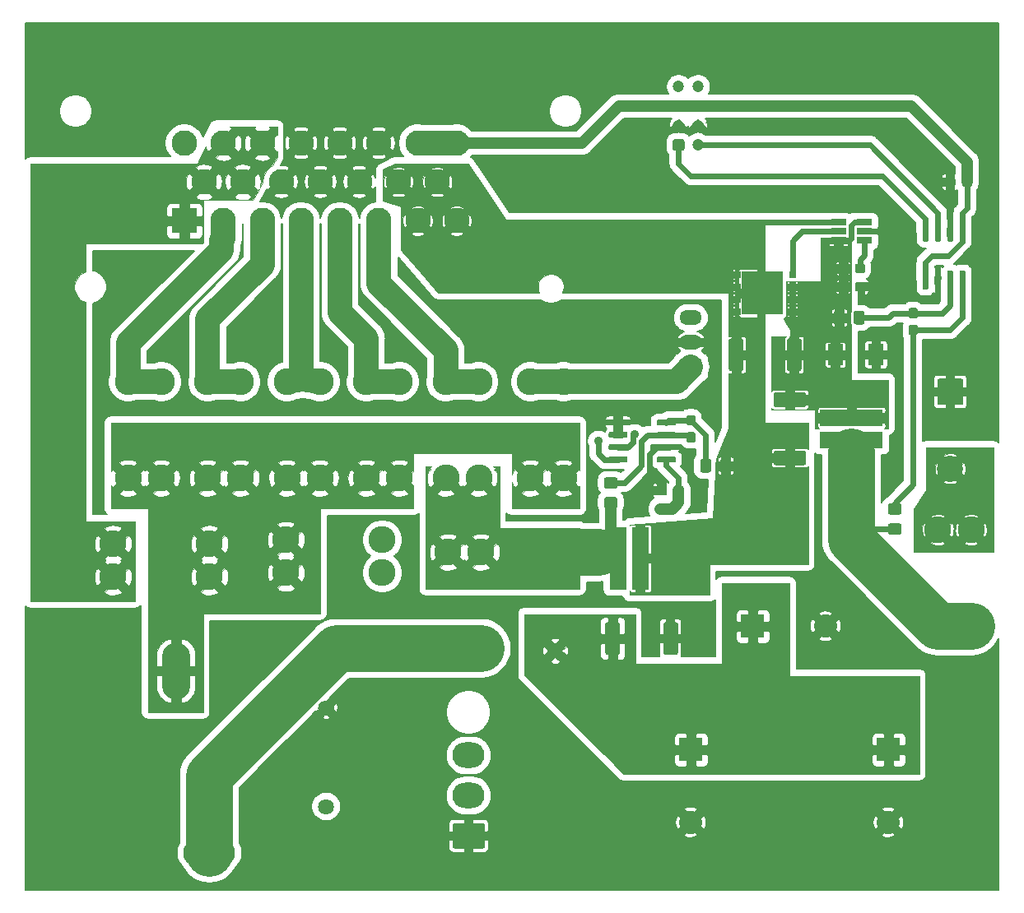
<source format=gtl>
%TF.GenerationSoftware,KiCad,Pcbnew,5.1.5-52549c5~84~ubuntu18.04.1*%
%TF.CreationDate,2020-02-26T10:28:26-05:00*%
%TF.ProjectId,LV_Breakout,4c565f42-7265-4616-9b6f-75742e6b6963,rev?*%
%TF.SameCoordinates,PX678e028PY6d01460*%
%TF.FileFunction,Copper,L1,Top*%
%TF.FilePolarity,Positive*%
%FSLAX46Y46*%
G04 Gerber Fmt 4.6, Leading zero omitted, Abs format (unit mm)*
G04 Created by KiCad (PCBNEW 5.1.5-52549c5~84~ubuntu18.04.1) date 2020-02-26 10:28:26*
%MOMM*%
%LPD*%
G04 APERTURE LIST*
%TA.AperFunction,SMDPad,CuDef*%
%ADD10R,1.755600X6.500000*%
%TD*%
%TA.AperFunction,SMDPad,CuDef*%
%ADD11R,6.500000X1.755600*%
%TD*%
%TA.AperFunction,ComponentPad*%
%ADD12R,2.625000X2.625000*%
%TD*%
%TA.AperFunction,ComponentPad*%
%ADD13C,2.625000*%
%TD*%
%TA.AperFunction,ComponentPad*%
%ADD14C,0.100000*%
%TD*%
%TA.AperFunction,ComponentPad*%
%ADD15O,3.300000X2.640000*%
%TD*%
%TA.AperFunction,SMDPad,CuDef*%
%ADD16C,0.100000*%
%TD*%
%TA.AperFunction,ComponentPad*%
%ADD17C,1.200000*%
%TD*%
%TA.AperFunction,SMDPad,CuDef*%
%ADD18R,1.560000X0.650000*%
%TD*%
%TA.AperFunction,ComponentPad*%
%ADD19O,2.300000X1.500000*%
%TD*%
%TA.AperFunction,ComponentPad*%
%ADD20R,2.300000X1.500000*%
%TD*%
%TA.AperFunction,ComponentPad*%
%ADD21O,1.600000X1.600000*%
%TD*%
%TA.AperFunction,ComponentPad*%
%ADD22C,1.600000*%
%TD*%
%TA.AperFunction,SMDPad,CuDef*%
%ADD23R,0.700000X0.700000*%
%TD*%
%TA.AperFunction,SMDPad,CuDef*%
%ADD24R,4.350000X4.510000*%
%TD*%
%TA.AperFunction,ComponentPad*%
%ADD25C,1.635000*%
%TD*%
%TA.AperFunction,ComponentPad*%
%ADD26O,2.925000X5.850000*%
%TD*%
%TA.AperFunction,ComponentPad*%
%ADD27O,5.340000X2.670000*%
%TD*%
%TA.AperFunction,ComponentPad*%
%ADD28C,2.700000*%
%TD*%
%TA.AperFunction,ComponentPad*%
%ADD29C,2.780000*%
%TD*%
%TA.AperFunction,SMDPad,CuDef*%
%ADD30R,1.620520X2.179320*%
%TD*%
%TA.AperFunction,ComponentPad*%
%ADD31C,2.400000*%
%TD*%
%TA.AperFunction,ComponentPad*%
%ADD32R,2.400000X2.400000*%
%TD*%
%TA.AperFunction,ViaPad*%
%ADD33C,0.900000*%
%TD*%
%TA.AperFunction,Conductor*%
%ADD34C,2.540000*%
%TD*%
%TA.AperFunction,Conductor*%
%ADD35C,4.800000*%
%TD*%
%TA.AperFunction,Conductor*%
%ADD36C,1.200000*%
%TD*%
%TA.AperFunction,Conductor*%
%ADD37C,0.625000*%
%TD*%
%TA.AperFunction,Conductor*%
%ADD38C,0.050000*%
%TD*%
%TA.AperFunction,Conductor*%
%ADD39C,0.200000*%
%TD*%
G04 APERTURE END LIST*
D10*
%TO.P,R8,1*%
%TO.N,/DCDC_IN*%
X63992801Y34925000D03*
%TO.P,R8,2*%
%TO.N,/GLV_IN*%
X61737199Y34925000D03*
%TD*%
D11*
%TO.P,R3,1*%
%TO.N,/GLV_COMB/VBATT*%
X85725000Y47132199D03*
%TO.P,R3,2*%
%TO.N,/GLV_COMB/VBATT_CUROUT*%
X85725000Y49387801D03*
%TD*%
D12*
%TO.P,J4,1*%
%TO.N,/LV_PWR*%
X17115000Y69660000D03*
D13*
%TO.P,J4,2*%
%TO.N,/COOL_PWR*%
X21115000Y69660000D03*
%TO.P,J4,3*%
%TO.N,/SHUTDOWN_OUT*%
X25115000Y69660000D03*
%TO.P,J4,4*%
%TO.N,/RINE_PWR*%
X29115000Y69660000D03*
%TO.P,J4,5*%
%TO.N,/FAN_PWR*%
X33115000Y69660000D03*
%TO.P,J4,6*%
%TO.N,/TO_BRB*%
X37115000Y69660000D03*
%TO.P,J4,7*%
%TO.N,/DCDC_IN*%
X41115000Y69660000D03*
%TO.P,J4,8*%
X45115000Y69660000D03*
%TO.P,J4,9*%
%TO.N,/LV_PWR*%
X19115000Y73660000D03*
%TO.P,J4,10*%
X23115000Y73660000D03*
%TO.P,J4,11*%
%TO.N,GND*%
X27115000Y73660000D03*
%TO.P,J4,12*%
X31115000Y73660000D03*
%TO.P,J4,13*%
X35115000Y73660000D03*
%TO.P,J4,14*%
%TO.N,/DCDC_IN*%
X39115000Y73660000D03*
%TO.P,J4,15*%
X43115000Y73660000D03*
%TO.P,J4,16*%
%TO.N,/FROM_BRB*%
X17115000Y77660000D03*
%TO.P,J4,17*%
%TO.N,/LV_PWR*%
X21115000Y77660000D03*
%TO.P,J4,18*%
X25115000Y77660000D03*
%TO.P,J4,19*%
%TO.N,GND*%
X29115000Y77660000D03*
%TO.P,J4,20*%
X33115000Y77660000D03*
%TO.P,J4,21*%
X37115000Y77660000D03*
%TO.P,J4,22*%
%TO.N,+5V*%
X41115000Y77660000D03*
%TO.P,J4,23*%
X45115000Y77660000D03*
%TD*%
%TA.AperFunction,ComponentPad*%
D14*
%TO.P,J3,1*%
%TO.N,GND*%
G36*
X47779504Y7668796D02*
G01*
X47803773Y7665196D01*
X47827571Y7659235D01*
X47850671Y7650970D01*
X47872849Y7640480D01*
X47893893Y7627867D01*
X47913598Y7613253D01*
X47931777Y7596777D01*
X47948253Y7578598D01*
X47962867Y7558893D01*
X47975480Y7537849D01*
X47985970Y7515671D01*
X47994235Y7492571D01*
X48000196Y7468773D01*
X48003796Y7444504D01*
X48005000Y7420000D01*
X48005000Y5280000D01*
X48003796Y5255496D01*
X48000196Y5231227D01*
X47994235Y5207429D01*
X47985970Y5184329D01*
X47975480Y5162151D01*
X47962867Y5141107D01*
X47948253Y5121402D01*
X47931777Y5103223D01*
X47913598Y5086747D01*
X47893893Y5072133D01*
X47872849Y5059520D01*
X47850671Y5049030D01*
X47827571Y5040765D01*
X47803773Y5034804D01*
X47779504Y5031204D01*
X47755000Y5030000D01*
X44955000Y5030000D01*
X44930496Y5031204D01*
X44906227Y5034804D01*
X44882429Y5040765D01*
X44859329Y5049030D01*
X44837151Y5059520D01*
X44816107Y5072133D01*
X44796402Y5086747D01*
X44778223Y5103223D01*
X44761747Y5121402D01*
X44747133Y5141107D01*
X44734520Y5162151D01*
X44724030Y5184329D01*
X44715765Y5207429D01*
X44709804Y5231227D01*
X44706204Y5255496D01*
X44705000Y5280000D01*
X44705000Y7420000D01*
X44706204Y7444504D01*
X44709804Y7468773D01*
X44715765Y7492571D01*
X44724030Y7515671D01*
X44734520Y7537849D01*
X44747133Y7558893D01*
X44761747Y7578598D01*
X44778223Y7596777D01*
X44796402Y7613253D01*
X44816107Y7627867D01*
X44837151Y7640480D01*
X44859329Y7650970D01*
X44882429Y7659235D01*
X44906227Y7665196D01*
X44930496Y7668796D01*
X44955000Y7670000D01*
X47755000Y7670000D01*
X47779504Y7668796D01*
G37*
%TD.AperFunction*%
D15*
%TO.P,J3,2*%
%TO.N,/FROM_BRB*%
X46355000Y10490000D03*
%TO.P,J3,3*%
%TO.N,/LOGIC*%
X46355000Y14630000D03*
%TD*%
%TA.AperFunction,SMDPad,CuDef*%
D16*
%TO.P,C9,2*%
%TO.N,GND*%
G36*
X96195779Y74133856D02*
G01*
X96218834Y74130437D01*
X96241443Y74124773D01*
X96263387Y74116921D01*
X96284457Y74106956D01*
X96304448Y74094974D01*
X96323168Y74081090D01*
X96340438Y74065438D01*
X96356090Y74048168D01*
X96369974Y74029448D01*
X96381956Y74009457D01*
X96391921Y73988387D01*
X96399773Y73966443D01*
X96405437Y73943834D01*
X96408856Y73920779D01*
X96410000Y73897500D01*
X96410000Y73422500D01*
X96408856Y73399221D01*
X96405437Y73376166D01*
X96399773Y73353557D01*
X96391921Y73331613D01*
X96381956Y73310543D01*
X96369974Y73290552D01*
X96356090Y73271832D01*
X96340438Y73254562D01*
X96323168Y73238910D01*
X96304448Y73225026D01*
X96284457Y73213044D01*
X96263387Y73203079D01*
X96241443Y73195227D01*
X96218834Y73189563D01*
X96195779Y73186144D01*
X96172500Y73185000D01*
X95597500Y73185000D01*
X95574221Y73186144D01*
X95551166Y73189563D01*
X95528557Y73195227D01*
X95506613Y73203079D01*
X95485543Y73213044D01*
X95465552Y73225026D01*
X95446832Y73238910D01*
X95429562Y73254562D01*
X95413910Y73271832D01*
X95400026Y73290552D01*
X95388044Y73310543D01*
X95378079Y73331613D01*
X95370227Y73353557D01*
X95364563Y73376166D01*
X95361144Y73399221D01*
X95360000Y73422500D01*
X95360000Y73897500D01*
X95361144Y73920779D01*
X95364563Y73943834D01*
X95370227Y73966443D01*
X95378079Y73988387D01*
X95388044Y74009457D01*
X95400026Y74029448D01*
X95413910Y74048168D01*
X95429562Y74065438D01*
X95446832Y74081090D01*
X95465552Y74094974D01*
X95485543Y74106956D01*
X95506613Y74116921D01*
X95528557Y74124773D01*
X95551166Y74130437D01*
X95574221Y74133856D01*
X95597500Y74135000D01*
X96172500Y74135000D01*
X96195779Y74133856D01*
G37*
%TD.AperFunction*%
%TA.AperFunction,SMDPad,CuDef*%
%TO.P,C9,1*%
%TO.N,+5V*%
G36*
X97945779Y74133856D02*
G01*
X97968834Y74130437D01*
X97991443Y74124773D01*
X98013387Y74116921D01*
X98034457Y74106956D01*
X98054448Y74094974D01*
X98073168Y74081090D01*
X98090438Y74065438D01*
X98106090Y74048168D01*
X98119974Y74029448D01*
X98131956Y74009457D01*
X98141921Y73988387D01*
X98149773Y73966443D01*
X98155437Y73943834D01*
X98158856Y73920779D01*
X98160000Y73897500D01*
X98160000Y73422500D01*
X98158856Y73399221D01*
X98155437Y73376166D01*
X98149773Y73353557D01*
X98141921Y73331613D01*
X98131956Y73310543D01*
X98119974Y73290552D01*
X98106090Y73271832D01*
X98090438Y73254562D01*
X98073168Y73238910D01*
X98054448Y73225026D01*
X98034457Y73213044D01*
X98013387Y73203079D01*
X97991443Y73195227D01*
X97968834Y73189563D01*
X97945779Y73186144D01*
X97922500Y73185000D01*
X97347500Y73185000D01*
X97324221Y73186144D01*
X97301166Y73189563D01*
X97278557Y73195227D01*
X97256613Y73203079D01*
X97235543Y73213044D01*
X97215552Y73225026D01*
X97196832Y73238910D01*
X97179562Y73254562D01*
X97163910Y73271832D01*
X97150026Y73290552D01*
X97138044Y73310543D01*
X97128079Y73331613D01*
X97120227Y73353557D01*
X97114563Y73376166D01*
X97111144Y73399221D01*
X97110000Y73422500D01*
X97110000Y73897500D01*
X97111144Y73920779D01*
X97114563Y73943834D01*
X97120227Y73966443D01*
X97128079Y73988387D01*
X97138044Y74009457D01*
X97150026Y74029448D01*
X97163910Y74048168D01*
X97179562Y74065438D01*
X97196832Y74081090D01*
X97215552Y74094974D01*
X97235543Y74106956D01*
X97256613Y74116921D01*
X97278557Y74124773D01*
X97301166Y74130437D01*
X97324221Y74133856D01*
X97347500Y74135000D01*
X97922500Y74135000D01*
X97945779Y74133856D01*
G37*
%TD.AperFunction*%
%TD*%
D17*
%TO.P,J1,8*%
%TO.N,/DAQ_PWR*%
X69945000Y83470000D03*
%TO.P,J1,6*%
%TO.N,+5V*%
X69945000Y81470000D03*
%TO.P,J1,4*%
%TO.N,GND*%
X69945000Y79470000D03*
%TO.P,J1,2*%
%TO.N,/SDA*%
X69945000Y77470000D03*
%TO.P,J1,7*%
%TO.N,/DAQ_PWR*%
X67945000Y83470000D03*
%TO.P,J1,5*%
%TO.N,+5V*%
X67945000Y81470000D03*
%TO.P,J1,3*%
%TO.N,GND*%
X67945000Y79470000D03*
%TA.AperFunction,ComponentPad*%
D14*
%TO.P,J1,1*%
%TO.N,/SCL*%
G36*
X68319505Y78068796D02*
G01*
X68343773Y78065196D01*
X68367572Y78059235D01*
X68390671Y78050970D01*
X68412850Y78040480D01*
X68433893Y78027868D01*
X68453599Y78013253D01*
X68471777Y77996777D01*
X68488253Y77978599D01*
X68502868Y77958893D01*
X68515480Y77937850D01*
X68525970Y77915671D01*
X68534235Y77892572D01*
X68540196Y77868773D01*
X68543796Y77844505D01*
X68545000Y77820001D01*
X68545000Y77119999D01*
X68543796Y77095495D01*
X68540196Y77071227D01*
X68534235Y77047428D01*
X68525970Y77024329D01*
X68515480Y77002150D01*
X68502868Y76981107D01*
X68488253Y76961401D01*
X68471777Y76943223D01*
X68453599Y76926747D01*
X68433893Y76912132D01*
X68412850Y76899520D01*
X68390671Y76889030D01*
X68367572Y76880765D01*
X68343773Y76874804D01*
X68319505Y76871204D01*
X68295001Y76870000D01*
X67594999Y76870000D01*
X67570495Y76871204D01*
X67546227Y76874804D01*
X67522428Y76880765D01*
X67499329Y76889030D01*
X67477150Y76899520D01*
X67456107Y76912132D01*
X67436401Y76926747D01*
X67418223Y76943223D01*
X67401747Y76961401D01*
X67387132Y76981107D01*
X67374520Y77002150D01*
X67364030Y77024329D01*
X67355765Y77047428D01*
X67349804Y77071227D01*
X67346204Y77095495D01*
X67345000Y77119999D01*
X67345000Y77820001D01*
X67346204Y77844505D01*
X67349804Y77868773D01*
X67355765Y77892572D01*
X67364030Y77915671D01*
X67374520Y77937850D01*
X67387132Y77958893D01*
X67401747Y77978599D01*
X67418223Y77996777D01*
X67436401Y78013253D01*
X67456107Y78027868D01*
X67477150Y78040480D01*
X67499329Y78050970D01*
X67522428Y78059235D01*
X67546227Y78065196D01*
X67570495Y78068796D01*
X67594999Y78070000D01*
X68295001Y78070000D01*
X68319505Y78068796D01*
G37*
%TD.AperFunction*%
%TD*%
%TA.AperFunction,SMDPad,CuDef*%
D16*
%TO.P,C11,2*%
%TO.N,GND*%
G36*
X66505779Y42383856D02*
G01*
X66528834Y42380437D01*
X66551443Y42374773D01*
X66573387Y42366921D01*
X66594457Y42356956D01*
X66614448Y42344974D01*
X66633168Y42331090D01*
X66650438Y42315438D01*
X66666090Y42298168D01*
X66679974Y42279448D01*
X66691956Y42259457D01*
X66701921Y42238387D01*
X66709773Y42216443D01*
X66715437Y42193834D01*
X66718856Y42170779D01*
X66720000Y42147500D01*
X66720000Y41672500D01*
X66718856Y41649221D01*
X66715437Y41626166D01*
X66709773Y41603557D01*
X66701921Y41581613D01*
X66691956Y41560543D01*
X66679974Y41540552D01*
X66666090Y41521832D01*
X66650438Y41504562D01*
X66633168Y41488910D01*
X66614448Y41475026D01*
X66594457Y41463044D01*
X66573387Y41453079D01*
X66551443Y41445227D01*
X66528834Y41439563D01*
X66505779Y41436144D01*
X66482500Y41435000D01*
X65907500Y41435000D01*
X65884221Y41436144D01*
X65861166Y41439563D01*
X65838557Y41445227D01*
X65816613Y41453079D01*
X65795543Y41463044D01*
X65775552Y41475026D01*
X65756832Y41488910D01*
X65739562Y41504562D01*
X65723910Y41521832D01*
X65710026Y41540552D01*
X65698044Y41560543D01*
X65688079Y41581613D01*
X65680227Y41603557D01*
X65674563Y41626166D01*
X65671144Y41649221D01*
X65670000Y41672500D01*
X65670000Y42147500D01*
X65671144Y42170779D01*
X65674563Y42193834D01*
X65680227Y42216443D01*
X65688079Y42238387D01*
X65698044Y42259457D01*
X65710026Y42279448D01*
X65723910Y42298168D01*
X65739562Y42315438D01*
X65756832Y42331090D01*
X65775552Y42344974D01*
X65795543Y42356956D01*
X65816613Y42366921D01*
X65838557Y42374773D01*
X65861166Y42380437D01*
X65884221Y42383856D01*
X65907500Y42385000D01*
X66482500Y42385000D01*
X66505779Y42383856D01*
G37*
%TD.AperFunction*%
%TA.AperFunction,SMDPad,CuDef*%
%TO.P,C11,1*%
%TO.N,+5V*%
G36*
X68255779Y42383856D02*
G01*
X68278834Y42380437D01*
X68301443Y42374773D01*
X68323387Y42366921D01*
X68344457Y42356956D01*
X68364448Y42344974D01*
X68383168Y42331090D01*
X68400438Y42315438D01*
X68416090Y42298168D01*
X68429974Y42279448D01*
X68441956Y42259457D01*
X68451921Y42238387D01*
X68459773Y42216443D01*
X68465437Y42193834D01*
X68468856Y42170779D01*
X68470000Y42147500D01*
X68470000Y41672500D01*
X68468856Y41649221D01*
X68465437Y41626166D01*
X68459773Y41603557D01*
X68451921Y41581613D01*
X68441956Y41560543D01*
X68429974Y41540552D01*
X68416090Y41521832D01*
X68400438Y41504562D01*
X68383168Y41488910D01*
X68364448Y41475026D01*
X68344457Y41463044D01*
X68323387Y41453079D01*
X68301443Y41445227D01*
X68278834Y41439563D01*
X68255779Y41436144D01*
X68232500Y41435000D01*
X67657500Y41435000D01*
X67634221Y41436144D01*
X67611166Y41439563D01*
X67588557Y41445227D01*
X67566613Y41453079D01*
X67545543Y41463044D01*
X67525552Y41475026D01*
X67506832Y41488910D01*
X67489562Y41504562D01*
X67473910Y41521832D01*
X67460026Y41540552D01*
X67448044Y41560543D01*
X67438079Y41581613D01*
X67430227Y41603557D01*
X67424563Y41626166D01*
X67421144Y41649221D01*
X67420000Y41672500D01*
X67420000Y42147500D01*
X67421144Y42170779D01*
X67424563Y42193834D01*
X67430227Y42216443D01*
X67438079Y42238387D01*
X67448044Y42259457D01*
X67460026Y42279448D01*
X67473910Y42298168D01*
X67489562Y42315438D01*
X67506832Y42331090D01*
X67525552Y42344974D01*
X67545543Y42356956D01*
X67566613Y42366921D01*
X67588557Y42374773D01*
X67611166Y42380437D01*
X67634221Y42383856D01*
X67657500Y42385000D01*
X68232500Y42385000D01*
X68255779Y42383856D01*
G37*
%TD.AperFunction*%
%TD*%
%TA.AperFunction,SMDPad,CuDef*%
%TO.P,U4,8*%
%TO.N,Net-(C10-Pad1)*%
G36*
X67514703Y49194278D02*
G01*
X67529264Y49192118D01*
X67543543Y49188541D01*
X67557403Y49183582D01*
X67570710Y49177288D01*
X67583336Y49169720D01*
X67595159Y49160952D01*
X67606066Y49151066D01*
X67615952Y49140159D01*
X67624720Y49128336D01*
X67632288Y49115710D01*
X67638582Y49102403D01*
X67643541Y49088543D01*
X67647118Y49074264D01*
X67649278Y49059703D01*
X67650000Y49045000D01*
X67650000Y48745000D01*
X67649278Y48730297D01*
X67647118Y48715736D01*
X67643541Y48701457D01*
X67638582Y48687597D01*
X67632288Y48674290D01*
X67624720Y48661664D01*
X67615952Y48649841D01*
X67606066Y48638934D01*
X67595159Y48629048D01*
X67583336Y48620280D01*
X67570710Y48612712D01*
X67557403Y48606418D01*
X67543543Y48601459D01*
X67529264Y48597882D01*
X67514703Y48595722D01*
X67500000Y48595000D01*
X65850000Y48595000D01*
X65835297Y48595722D01*
X65820736Y48597882D01*
X65806457Y48601459D01*
X65792597Y48606418D01*
X65779290Y48612712D01*
X65766664Y48620280D01*
X65754841Y48629048D01*
X65743934Y48638934D01*
X65734048Y48649841D01*
X65725280Y48661664D01*
X65717712Y48674290D01*
X65711418Y48687597D01*
X65706459Y48701457D01*
X65702882Y48715736D01*
X65700722Y48730297D01*
X65700000Y48745000D01*
X65700000Y49045000D01*
X65700722Y49059703D01*
X65702882Y49074264D01*
X65706459Y49088543D01*
X65711418Y49102403D01*
X65717712Y49115710D01*
X65725280Y49128336D01*
X65734048Y49140159D01*
X65743934Y49151066D01*
X65754841Y49160952D01*
X65766664Y49169720D01*
X65779290Y49177288D01*
X65792597Y49183582D01*
X65806457Y49188541D01*
X65820736Y49192118D01*
X65835297Y49194278D01*
X65850000Y49195000D01*
X67500000Y49195000D01*
X67514703Y49194278D01*
G37*
%TD.AperFunction*%
%TA.AperFunction,SMDPad,CuDef*%
%TO.P,U4,7*%
%TO.N,Net-(C10-Pad2)*%
G36*
X67514703Y47924278D02*
G01*
X67529264Y47922118D01*
X67543543Y47918541D01*
X67557403Y47913582D01*
X67570710Y47907288D01*
X67583336Y47899720D01*
X67595159Y47890952D01*
X67606066Y47881066D01*
X67615952Y47870159D01*
X67624720Y47858336D01*
X67632288Y47845710D01*
X67638582Y47832403D01*
X67643541Y47818543D01*
X67647118Y47804264D01*
X67649278Y47789703D01*
X67650000Y47775000D01*
X67650000Y47475000D01*
X67649278Y47460297D01*
X67647118Y47445736D01*
X67643541Y47431457D01*
X67638582Y47417597D01*
X67632288Y47404290D01*
X67624720Y47391664D01*
X67615952Y47379841D01*
X67606066Y47368934D01*
X67595159Y47359048D01*
X67583336Y47350280D01*
X67570710Y47342712D01*
X67557403Y47336418D01*
X67543543Y47331459D01*
X67529264Y47327882D01*
X67514703Y47325722D01*
X67500000Y47325000D01*
X65850000Y47325000D01*
X65835297Y47325722D01*
X65820736Y47327882D01*
X65806457Y47331459D01*
X65792597Y47336418D01*
X65779290Y47342712D01*
X65766664Y47350280D01*
X65754841Y47359048D01*
X65743934Y47368934D01*
X65734048Y47379841D01*
X65725280Y47391664D01*
X65717712Y47404290D01*
X65711418Y47417597D01*
X65706459Y47431457D01*
X65702882Y47445736D01*
X65700722Y47460297D01*
X65700000Y47475000D01*
X65700000Y47775000D01*
X65700722Y47789703D01*
X65702882Y47804264D01*
X65706459Y47818543D01*
X65711418Y47832403D01*
X65717712Y47845710D01*
X65725280Y47858336D01*
X65734048Y47870159D01*
X65743934Y47881066D01*
X65754841Y47890952D01*
X65766664Y47899720D01*
X65779290Y47907288D01*
X65792597Y47913582D01*
X65806457Y47918541D01*
X65820736Y47922118D01*
X65835297Y47924278D01*
X65850000Y47925000D01*
X67500000Y47925000D01*
X67514703Y47924278D01*
G37*
%TD.AperFunction*%
%TA.AperFunction,SMDPad,CuDef*%
%TO.P,U4,6*%
%TO.N,GND*%
G36*
X67514703Y46654278D02*
G01*
X67529264Y46652118D01*
X67543543Y46648541D01*
X67557403Y46643582D01*
X67570710Y46637288D01*
X67583336Y46629720D01*
X67595159Y46620952D01*
X67606066Y46611066D01*
X67615952Y46600159D01*
X67624720Y46588336D01*
X67632288Y46575710D01*
X67638582Y46562403D01*
X67643541Y46548543D01*
X67647118Y46534264D01*
X67649278Y46519703D01*
X67650000Y46505000D01*
X67650000Y46205000D01*
X67649278Y46190297D01*
X67647118Y46175736D01*
X67643541Y46161457D01*
X67638582Y46147597D01*
X67632288Y46134290D01*
X67624720Y46121664D01*
X67615952Y46109841D01*
X67606066Y46098934D01*
X67595159Y46089048D01*
X67583336Y46080280D01*
X67570710Y46072712D01*
X67557403Y46066418D01*
X67543543Y46061459D01*
X67529264Y46057882D01*
X67514703Y46055722D01*
X67500000Y46055000D01*
X65850000Y46055000D01*
X65835297Y46055722D01*
X65820736Y46057882D01*
X65806457Y46061459D01*
X65792597Y46066418D01*
X65779290Y46072712D01*
X65766664Y46080280D01*
X65754841Y46089048D01*
X65743934Y46098934D01*
X65734048Y46109841D01*
X65725280Y46121664D01*
X65717712Y46134290D01*
X65711418Y46147597D01*
X65706459Y46161457D01*
X65702882Y46175736D01*
X65700722Y46190297D01*
X65700000Y46205000D01*
X65700000Y46505000D01*
X65700722Y46519703D01*
X65702882Y46534264D01*
X65706459Y46548543D01*
X65711418Y46562403D01*
X65717712Y46575710D01*
X65725280Y46588336D01*
X65734048Y46600159D01*
X65743934Y46611066D01*
X65754841Y46620952D01*
X65766664Y46629720D01*
X65779290Y46637288D01*
X65792597Y46643582D01*
X65806457Y46648541D01*
X65820736Y46652118D01*
X65835297Y46654278D01*
X65850000Y46655000D01*
X67500000Y46655000D01*
X67514703Y46654278D01*
G37*
%TD.AperFunction*%
%TA.AperFunction,SMDPad,CuDef*%
%TO.P,U4,5*%
%TO.N,+5V*%
G36*
X67514703Y45384278D02*
G01*
X67529264Y45382118D01*
X67543543Y45378541D01*
X67557403Y45373582D01*
X67570710Y45367288D01*
X67583336Y45359720D01*
X67595159Y45350952D01*
X67606066Y45341066D01*
X67615952Y45330159D01*
X67624720Y45318336D01*
X67632288Y45305710D01*
X67638582Y45292403D01*
X67643541Y45278543D01*
X67647118Y45264264D01*
X67649278Y45249703D01*
X67650000Y45235000D01*
X67650000Y44935000D01*
X67649278Y44920297D01*
X67647118Y44905736D01*
X67643541Y44891457D01*
X67638582Y44877597D01*
X67632288Y44864290D01*
X67624720Y44851664D01*
X67615952Y44839841D01*
X67606066Y44828934D01*
X67595159Y44819048D01*
X67583336Y44810280D01*
X67570710Y44802712D01*
X67557403Y44796418D01*
X67543543Y44791459D01*
X67529264Y44787882D01*
X67514703Y44785722D01*
X67500000Y44785000D01*
X65850000Y44785000D01*
X65835297Y44785722D01*
X65820736Y44787882D01*
X65806457Y44791459D01*
X65792597Y44796418D01*
X65779290Y44802712D01*
X65766664Y44810280D01*
X65754841Y44819048D01*
X65743934Y44828934D01*
X65734048Y44839841D01*
X65725280Y44851664D01*
X65717712Y44864290D01*
X65711418Y44877597D01*
X65706459Y44891457D01*
X65702882Y44905736D01*
X65700722Y44920297D01*
X65700000Y44935000D01*
X65700000Y45235000D01*
X65700722Y45249703D01*
X65702882Y45264264D01*
X65706459Y45278543D01*
X65711418Y45292403D01*
X65717712Y45305710D01*
X65725280Y45318336D01*
X65734048Y45330159D01*
X65743934Y45341066D01*
X65754841Y45350952D01*
X65766664Y45359720D01*
X65779290Y45367288D01*
X65792597Y45373582D01*
X65806457Y45378541D01*
X65820736Y45382118D01*
X65835297Y45384278D01*
X65850000Y45385000D01*
X67500000Y45385000D01*
X67514703Y45384278D01*
G37*
%TD.AperFunction*%
%TA.AperFunction,SMDPad,CuDef*%
%TO.P,U4,4*%
%TO.N,/SCL*%
G36*
X62564703Y45384278D02*
G01*
X62579264Y45382118D01*
X62593543Y45378541D01*
X62607403Y45373582D01*
X62620710Y45367288D01*
X62633336Y45359720D01*
X62645159Y45350952D01*
X62656066Y45341066D01*
X62665952Y45330159D01*
X62674720Y45318336D01*
X62682288Y45305710D01*
X62688582Y45292403D01*
X62693541Y45278543D01*
X62697118Y45264264D01*
X62699278Y45249703D01*
X62700000Y45235000D01*
X62700000Y44935000D01*
X62699278Y44920297D01*
X62697118Y44905736D01*
X62693541Y44891457D01*
X62688582Y44877597D01*
X62682288Y44864290D01*
X62674720Y44851664D01*
X62665952Y44839841D01*
X62656066Y44828934D01*
X62645159Y44819048D01*
X62633336Y44810280D01*
X62620710Y44802712D01*
X62607403Y44796418D01*
X62593543Y44791459D01*
X62579264Y44787882D01*
X62564703Y44785722D01*
X62550000Y44785000D01*
X60900000Y44785000D01*
X60885297Y44785722D01*
X60870736Y44787882D01*
X60856457Y44791459D01*
X60842597Y44796418D01*
X60829290Y44802712D01*
X60816664Y44810280D01*
X60804841Y44819048D01*
X60793934Y44828934D01*
X60784048Y44839841D01*
X60775280Y44851664D01*
X60767712Y44864290D01*
X60761418Y44877597D01*
X60756459Y44891457D01*
X60752882Y44905736D01*
X60750722Y44920297D01*
X60750000Y44935000D01*
X60750000Y45235000D01*
X60750722Y45249703D01*
X60752882Y45264264D01*
X60756459Y45278543D01*
X60761418Y45292403D01*
X60767712Y45305710D01*
X60775280Y45318336D01*
X60784048Y45330159D01*
X60793934Y45341066D01*
X60804841Y45350952D01*
X60816664Y45359720D01*
X60829290Y45367288D01*
X60842597Y45373582D01*
X60856457Y45378541D01*
X60870736Y45382118D01*
X60885297Y45384278D01*
X60900000Y45385000D01*
X62550000Y45385000D01*
X62564703Y45384278D01*
G37*
%TD.AperFunction*%
%TA.AperFunction,SMDPad,CuDef*%
%TO.P,U4,3*%
%TO.N,/SDA*%
G36*
X62564703Y46654278D02*
G01*
X62579264Y46652118D01*
X62593543Y46648541D01*
X62607403Y46643582D01*
X62620710Y46637288D01*
X62633336Y46629720D01*
X62645159Y46620952D01*
X62656066Y46611066D01*
X62665952Y46600159D01*
X62674720Y46588336D01*
X62682288Y46575710D01*
X62688582Y46562403D01*
X62693541Y46548543D01*
X62697118Y46534264D01*
X62699278Y46519703D01*
X62700000Y46505000D01*
X62700000Y46205000D01*
X62699278Y46190297D01*
X62697118Y46175736D01*
X62693541Y46161457D01*
X62688582Y46147597D01*
X62682288Y46134290D01*
X62674720Y46121664D01*
X62665952Y46109841D01*
X62656066Y46098934D01*
X62645159Y46089048D01*
X62633336Y46080280D01*
X62620710Y46072712D01*
X62607403Y46066418D01*
X62593543Y46061459D01*
X62579264Y46057882D01*
X62564703Y46055722D01*
X62550000Y46055000D01*
X60900000Y46055000D01*
X60885297Y46055722D01*
X60870736Y46057882D01*
X60856457Y46061459D01*
X60842597Y46066418D01*
X60829290Y46072712D01*
X60816664Y46080280D01*
X60804841Y46089048D01*
X60793934Y46098934D01*
X60784048Y46109841D01*
X60775280Y46121664D01*
X60767712Y46134290D01*
X60761418Y46147597D01*
X60756459Y46161457D01*
X60752882Y46175736D01*
X60750722Y46190297D01*
X60750000Y46205000D01*
X60750000Y46505000D01*
X60750722Y46519703D01*
X60752882Y46534264D01*
X60756459Y46548543D01*
X60761418Y46562403D01*
X60767712Y46575710D01*
X60775280Y46588336D01*
X60784048Y46600159D01*
X60793934Y46611066D01*
X60804841Y46620952D01*
X60816664Y46629720D01*
X60829290Y46637288D01*
X60842597Y46643582D01*
X60856457Y46648541D01*
X60870736Y46652118D01*
X60885297Y46654278D01*
X60900000Y46655000D01*
X62550000Y46655000D01*
X62564703Y46654278D01*
G37*
%TD.AperFunction*%
%TA.AperFunction,SMDPad,CuDef*%
%TO.P,U4,2*%
%TO.N,GND*%
G36*
X62564703Y47924278D02*
G01*
X62579264Y47922118D01*
X62593543Y47918541D01*
X62607403Y47913582D01*
X62620710Y47907288D01*
X62633336Y47899720D01*
X62645159Y47890952D01*
X62656066Y47881066D01*
X62665952Y47870159D01*
X62674720Y47858336D01*
X62682288Y47845710D01*
X62688582Y47832403D01*
X62693541Y47818543D01*
X62697118Y47804264D01*
X62699278Y47789703D01*
X62700000Y47775000D01*
X62700000Y47475000D01*
X62699278Y47460297D01*
X62697118Y47445736D01*
X62693541Y47431457D01*
X62688582Y47417597D01*
X62682288Y47404290D01*
X62674720Y47391664D01*
X62665952Y47379841D01*
X62656066Y47368934D01*
X62645159Y47359048D01*
X62633336Y47350280D01*
X62620710Y47342712D01*
X62607403Y47336418D01*
X62593543Y47331459D01*
X62579264Y47327882D01*
X62564703Y47325722D01*
X62550000Y47325000D01*
X60900000Y47325000D01*
X60885297Y47325722D01*
X60870736Y47327882D01*
X60856457Y47331459D01*
X60842597Y47336418D01*
X60829290Y47342712D01*
X60816664Y47350280D01*
X60804841Y47359048D01*
X60793934Y47368934D01*
X60784048Y47379841D01*
X60775280Y47391664D01*
X60767712Y47404290D01*
X60761418Y47417597D01*
X60756459Y47431457D01*
X60752882Y47445736D01*
X60750722Y47460297D01*
X60750000Y47475000D01*
X60750000Y47775000D01*
X60750722Y47789703D01*
X60752882Y47804264D01*
X60756459Y47818543D01*
X60761418Y47832403D01*
X60767712Y47845710D01*
X60775280Y47858336D01*
X60784048Y47870159D01*
X60793934Y47881066D01*
X60804841Y47890952D01*
X60816664Y47899720D01*
X60829290Y47907288D01*
X60842597Y47913582D01*
X60856457Y47918541D01*
X60870736Y47922118D01*
X60885297Y47924278D01*
X60900000Y47925000D01*
X62550000Y47925000D01*
X62564703Y47924278D01*
G37*
%TD.AperFunction*%
%TA.AperFunction,SMDPad,CuDef*%
%TO.P,U4,1*%
G36*
X62564703Y49194278D02*
G01*
X62579264Y49192118D01*
X62593543Y49188541D01*
X62607403Y49183582D01*
X62620710Y49177288D01*
X62633336Y49169720D01*
X62645159Y49160952D01*
X62656066Y49151066D01*
X62665952Y49140159D01*
X62674720Y49128336D01*
X62682288Y49115710D01*
X62688582Y49102403D01*
X62693541Y49088543D01*
X62697118Y49074264D01*
X62699278Y49059703D01*
X62700000Y49045000D01*
X62700000Y48745000D01*
X62699278Y48730297D01*
X62697118Y48715736D01*
X62693541Y48701457D01*
X62688582Y48687597D01*
X62682288Y48674290D01*
X62674720Y48661664D01*
X62665952Y48649841D01*
X62656066Y48638934D01*
X62645159Y48629048D01*
X62633336Y48620280D01*
X62620710Y48612712D01*
X62607403Y48606418D01*
X62593543Y48601459D01*
X62579264Y48597882D01*
X62564703Y48595722D01*
X62550000Y48595000D01*
X60900000Y48595000D01*
X60885297Y48595722D01*
X60870736Y48597882D01*
X60856457Y48601459D01*
X60842597Y48606418D01*
X60829290Y48612712D01*
X60816664Y48620280D01*
X60804841Y48629048D01*
X60793934Y48638934D01*
X60784048Y48649841D01*
X60775280Y48661664D01*
X60767712Y48674290D01*
X60761418Y48687597D01*
X60756459Y48701457D01*
X60752882Y48715736D01*
X60750722Y48730297D01*
X60750000Y48745000D01*
X60750000Y49045000D01*
X60750722Y49059703D01*
X60752882Y49074264D01*
X60756459Y49088543D01*
X60761418Y49102403D01*
X60767712Y49115710D01*
X60775280Y49128336D01*
X60784048Y49140159D01*
X60793934Y49151066D01*
X60804841Y49160952D01*
X60816664Y49169720D01*
X60829290Y49177288D01*
X60842597Y49183582D01*
X60856457Y49188541D01*
X60870736Y49192118D01*
X60885297Y49194278D01*
X60900000Y49195000D01*
X62550000Y49195000D01*
X62564703Y49194278D01*
G37*
%TD.AperFunction*%
%TD*%
%TA.AperFunction,SMDPad,CuDef*%
%TO.P,U3,8*%
%TO.N,Net-(C8-Pad1)*%
G36*
X97319703Y64539278D02*
G01*
X97334264Y64537118D01*
X97348543Y64533541D01*
X97362403Y64528582D01*
X97375710Y64522288D01*
X97388336Y64514720D01*
X97400159Y64505952D01*
X97411066Y64496066D01*
X97420952Y64485159D01*
X97429720Y64473336D01*
X97437288Y64460710D01*
X97443582Y64447403D01*
X97448541Y64433543D01*
X97452118Y64419264D01*
X97454278Y64404703D01*
X97455000Y64390000D01*
X97455000Y62740000D01*
X97454278Y62725297D01*
X97452118Y62710736D01*
X97448541Y62696457D01*
X97443582Y62682597D01*
X97437288Y62669290D01*
X97429720Y62656664D01*
X97420952Y62644841D01*
X97411066Y62633934D01*
X97400159Y62624048D01*
X97388336Y62615280D01*
X97375710Y62607712D01*
X97362403Y62601418D01*
X97348543Y62596459D01*
X97334264Y62592882D01*
X97319703Y62590722D01*
X97305000Y62590000D01*
X97005000Y62590000D01*
X96990297Y62590722D01*
X96975736Y62592882D01*
X96961457Y62596459D01*
X96947597Y62601418D01*
X96934290Y62607712D01*
X96921664Y62615280D01*
X96909841Y62624048D01*
X96898934Y62633934D01*
X96889048Y62644841D01*
X96880280Y62656664D01*
X96872712Y62669290D01*
X96866418Y62682597D01*
X96861459Y62696457D01*
X96857882Y62710736D01*
X96855722Y62725297D01*
X96855000Y62740000D01*
X96855000Y64390000D01*
X96855722Y64404703D01*
X96857882Y64419264D01*
X96861459Y64433543D01*
X96866418Y64447403D01*
X96872712Y64460710D01*
X96880280Y64473336D01*
X96889048Y64485159D01*
X96898934Y64496066D01*
X96909841Y64505952D01*
X96921664Y64514720D01*
X96934290Y64522288D01*
X96947597Y64528582D01*
X96961457Y64533541D01*
X96975736Y64537118D01*
X96990297Y64539278D01*
X97005000Y64540000D01*
X97305000Y64540000D01*
X97319703Y64539278D01*
G37*
%TD.AperFunction*%
%TA.AperFunction,SMDPad,CuDef*%
%TO.P,U3,7*%
%TO.N,Net-(C8-Pad2)*%
G36*
X96049703Y64539278D02*
G01*
X96064264Y64537118D01*
X96078543Y64533541D01*
X96092403Y64528582D01*
X96105710Y64522288D01*
X96118336Y64514720D01*
X96130159Y64505952D01*
X96141066Y64496066D01*
X96150952Y64485159D01*
X96159720Y64473336D01*
X96167288Y64460710D01*
X96173582Y64447403D01*
X96178541Y64433543D01*
X96182118Y64419264D01*
X96184278Y64404703D01*
X96185000Y64390000D01*
X96185000Y62740000D01*
X96184278Y62725297D01*
X96182118Y62710736D01*
X96178541Y62696457D01*
X96173582Y62682597D01*
X96167288Y62669290D01*
X96159720Y62656664D01*
X96150952Y62644841D01*
X96141066Y62633934D01*
X96130159Y62624048D01*
X96118336Y62615280D01*
X96105710Y62607712D01*
X96092403Y62601418D01*
X96078543Y62596459D01*
X96064264Y62592882D01*
X96049703Y62590722D01*
X96035000Y62590000D01*
X95735000Y62590000D01*
X95720297Y62590722D01*
X95705736Y62592882D01*
X95691457Y62596459D01*
X95677597Y62601418D01*
X95664290Y62607712D01*
X95651664Y62615280D01*
X95639841Y62624048D01*
X95628934Y62633934D01*
X95619048Y62644841D01*
X95610280Y62656664D01*
X95602712Y62669290D01*
X95596418Y62682597D01*
X95591459Y62696457D01*
X95587882Y62710736D01*
X95585722Y62725297D01*
X95585000Y62740000D01*
X95585000Y64390000D01*
X95585722Y64404703D01*
X95587882Y64419264D01*
X95591459Y64433543D01*
X95596418Y64447403D01*
X95602712Y64460710D01*
X95610280Y64473336D01*
X95619048Y64485159D01*
X95628934Y64496066D01*
X95639841Y64505952D01*
X95651664Y64514720D01*
X95664290Y64522288D01*
X95677597Y64528582D01*
X95691457Y64533541D01*
X95705736Y64537118D01*
X95720297Y64539278D01*
X95735000Y64540000D01*
X96035000Y64540000D01*
X96049703Y64539278D01*
G37*
%TD.AperFunction*%
%TA.AperFunction,SMDPad,CuDef*%
%TO.P,U3,6*%
%TO.N,GND*%
G36*
X94779703Y64539278D02*
G01*
X94794264Y64537118D01*
X94808543Y64533541D01*
X94822403Y64528582D01*
X94835710Y64522288D01*
X94848336Y64514720D01*
X94860159Y64505952D01*
X94871066Y64496066D01*
X94880952Y64485159D01*
X94889720Y64473336D01*
X94897288Y64460710D01*
X94903582Y64447403D01*
X94908541Y64433543D01*
X94912118Y64419264D01*
X94914278Y64404703D01*
X94915000Y64390000D01*
X94915000Y62740000D01*
X94914278Y62725297D01*
X94912118Y62710736D01*
X94908541Y62696457D01*
X94903582Y62682597D01*
X94897288Y62669290D01*
X94889720Y62656664D01*
X94880952Y62644841D01*
X94871066Y62633934D01*
X94860159Y62624048D01*
X94848336Y62615280D01*
X94835710Y62607712D01*
X94822403Y62601418D01*
X94808543Y62596459D01*
X94794264Y62592882D01*
X94779703Y62590722D01*
X94765000Y62590000D01*
X94465000Y62590000D01*
X94450297Y62590722D01*
X94435736Y62592882D01*
X94421457Y62596459D01*
X94407597Y62601418D01*
X94394290Y62607712D01*
X94381664Y62615280D01*
X94369841Y62624048D01*
X94358934Y62633934D01*
X94349048Y62644841D01*
X94340280Y62656664D01*
X94332712Y62669290D01*
X94326418Y62682597D01*
X94321459Y62696457D01*
X94317882Y62710736D01*
X94315722Y62725297D01*
X94315000Y62740000D01*
X94315000Y64390000D01*
X94315722Y64404703D01*
X94317882Y64419264D01*
X94321459Y64433543D01*
X94326418Y64447403D01*
X94332712Y64460710D01*
X94340280Y64473336D01*
X94349048Y64485159D01*
X94358934Y64496066D01*
X94369841Y64505952D01*
X94381664Y64514720D01*
X94394290Y64522288D01*
X94407597Y64528582D01*
X94421457Y64533541D01*
X94435736Y64537118D01*
X94450297Y64539278D01*
X94465000Y64540000D01*
X94765000Y64540000D01*
X94779703Y64539278D01*
G37*
%TD.AperFunction*%
%TA.AperFunction,SMDPad,CuDef*%
%TO.P,U3,5*%
%TO.N,+5V*%
G36*
X93509703Y64539278D02*
G01*
X93524264Y64537118D01*
X93538543Y64533541D01*
X93552403Y64528582D01*
X93565710Y64522288D01*
X93578336Y64514720D01*
X93590159Y64505952D01*
X93601066Y64496066D01*
X93610952Y64485159D01*
X93619720Y64473336D01*
X93627288Y64460710D01*
X93633582Y64447403D01*
X93638541Y64433543D01*
X93642118Y64419264D01*
X93644278Y64404703D01*
X93645000Y64390000D01*
X93645000Y62740000D01*
X93644278Y62725297D01*
X93642118Y62710736D01*
X93638541Y62696457D01*
X93633582Y62682597D01*
X93627288Y62669290D01*
X93619720Y62656664D01*
X93610952Y62644841D01*
X93601066Y62633934D01*
X93590159Y62624048D01*
X93578336Y62615280D01*
X93565710Y62607712D01*
X93552403Y62601418D01*
X93538543Y62596459D01*
X93524264Y62592882D01*
X93509703Y62590722D01*
X93495000Y62590000D01*
X93195000Y62590000D01*
X93180297Y62590722D01*
X93165736Y62592882D01*
X93151457Y62596459D01*
X93137597Y62601418D01*
X93124290Y62607712D01*
X93111664Y62615280D01*
X93099841Y62624048D01*
X93088934Y62633934D01*
X93079048Y62644841D01*
X93070280Y62656664D01*
X93062712Y62669290D01*
X93056418Y62682597D01*
X93051459Y62696457D01*
X93047882Y62710736D01*
X93045722Y62725297D01*
X93045000Y62740000D01*
X93045000Y64390000D01*
X93045722Y64404703D01*
X93047882Y64419264D01*
X93051459Y64433543D01*
X93056418Y64447403D01*
X93062712Y64460710D01*
X93070280Y64473336D01*
X93079048Y64485159D01*
X93088934Y64496066D01*
X93099841Y64505952D01*
X93111664Y64514720D01*
X93124290Y64522288D01*
X93137597Y64528582D01*
X93151457Y64533541D01*
X93165736Y64537118D01*
X93180297Y64539278D01*
X93195000Y64540000D01*
X93495000Y64540000D01*
X93509703Y64539278D01*
G37*
%TD.AperFunction*%
%TA.AperFunction,SMDPad,CuDef*%
%TO.P,U3,4*%
%TO.N,/SCL*%
G36*
X93509703Y69489278D02*
G01*
X93524264Y69487118D01*
X93538543Y69483541D01*
X93552403Y69478582D01*
X93565710Y69472288D01*
X93578336Y69464720D01*
X93590159Y69455952D01*
X93601066Y69446066D01*
X93610952Y69435159D01*
X93619720Y69423336D01*
X93627288Y69410710D01*
X93633582Y69397403D01*
X93638541Y69383543D01*
X93642118Y69369264D01*
X93644278Y69354703D01*
X93645000Y69340000D01*
X93645000Y67690000D01*
X93644278Y67675297D01*
X93642118Y67660736D01*
X93638541Y67646457D01*
X93633582Y67632597D01*
X93627288Y67619290D01*
X93619720Y67606664D01*
X93610952Y67594841D01*
X93601066Y67583934D01*
X93590159Y67574048D01*
X93578336Y67565280D01*
X93565710Y67557712D01*
X93552403Y67551418D01*
X93538543Y67546459D01*
X93524264Y67542882D01*
X93509703Y67540722D01*
X93495000Y67540000D01*
X93195000Y67540000D01*
X93180297Y67540722D01*
X93165736Y67542882D01*
X93151457Y67546459D01*
X93137597Y67551418D01*
X93124290Y67557712D01*
X93111664Y67565280D01*
X93099841Y67574048D01*
X93088934Y67583934D01*
X93079048Y67594841D01*
X93070280Y67606664D01*
X93062712Y67619290D01*
X93056418Y67632597D01*
X93051459Y67646457D01*
X93047882Y67660736D01*
X93045722Y67675297D01*
X93045000Y67690000D01*
X93045000Y69340000D01*
X93045722Y69354703D01*
X93047882Y69369264D01*
X93051459Y69383543D01*
X93056418Y69397403D01*
X93062712Y69410710D01*
X93070280Y69423336D01*
X93079048Y69435159D01*
X93088934Y69446066D01*
X93099841Y69455952D01*
X93111664Y69464720D01*
X93124290Y69472288D01*
X93137597Y69478582D01*
X93151457Y69483541D01*
X93165736Y69487118D01*
X93180297Y69489278D01*
X93195000Y69490000D01*
X93495000Y69490000D01*
X93509703Y69489278D01*
G37*
%TD.AperFunction*%
%TA.AperFunction,SMDPad,CuDef*%
%TO.P,U3,3*%
%TO.N,/SDA*%
G36*
X94779703Y69489278D02*
G01*
X94794264Y69487118D01*
X94808543Y69483541D01*
X94822403Y69478582D01*
X94835710Y69472288D01*
X94848336Y69464720D01*
X94860159Y69455952D01*
X94871066Y69446066D01*
X94880952Y69435159D01*
X94889720Y69423336D01*
X94897288Y69410710D01*
X94903582Y69397403D01*
X94908541Y69383543D01*
X94912118Y69369264D01*
X94914278Y69354703D01*
X94915000Y69340000D01*
X94915000Y67690000D01*
X94914278Y67675297D01*
X94912118Y67660736D01*
X94908541Y67646457D01*
X94903582Y67632597D01*
X94897288Y67619290D01*
X94889720Y67606664D01*
X94880952Y67594841D01*
X94871066Y67583934D01*
X94860159Y67574048D01*
X94848336Y67565280D01*
X94835710Y67557712D01*
X94822403Y67551418D01*
X94808543Y67546459D01*
X94794264Y67542882D01*
X94779703Y67540722D01*
X94765000Y67540000D01*
X94465000Y67540000D01*
X94450297Y67540722D01*
X94435736Y67542882D01*
X94421457Y67546459D01*
X94407597Y67551418D01*
X94394290Y67557712D01*
X94381664Y67565280D01*
X94369841Y67574048D01*
X94358934Y67583934D01*
X94349048Y67594841D01*
X94340280Y67606664D01*
X94332712Y67619290D01*
X94326418Y67632597D01*
X94321459Y67646457D01*
X94317882Y67660736D01*
X94315722Y67675297D01*
X94315000Y67690000D01*
X94315000Y69340000D01*
X94315722Y69354703D01*
X94317882Y69369264D01*
X94321459Y69383543D01*
X94326418Y69397403D01*
X94332712Y69410710D01*
X94340280Y69423336D01*
X94349048Y69435159D01*
X94358934Y69446066D01*
X94369841Y69455952D01*
X94381664Y69464720D01*
X94394290Y69472288D01*
X94407597Y69478582D01*
X94421457Y69483541D01*
X94435736Y69487118D01*
X94450297Y69489278D01*
X94465000Y69490000D01*
X94765000Y69490000D01*
X94779703Y69489278D01*
G37*
%TD.AperFunction*%
%TA.AperFunction,SMDPad,CuDef*%
%TO.P,U3,2*%
%TO.N,GND*%
G36*
X96049703Y69489278D02*
G01*
X96064264Y69487118D01*
X96078543Y69483541D01*
X96092403Y69478582D01*
X96105710Y69472288D01*
X96118336Y69464720D01*
X96130159Y69455952D01*
X96141066Y69446066D01*
X96150952Y69435159D01*
X96159720Y69423336D01*
X96167288Y69410710D01*
X96173582Y69397403D01*
X96178541Y69383543D01*
X96182118Y69369264D01*
X96184278Y69354703D01*
X96185000Y69340000D01*
X96185000Y67690000D01*
X96184278Y67675297D01*
X96182118Y67660736D01*
X96178541Y67646457D01*
X96173582Y67632597D01*
X96167288Y67619290D01*
X96159720Y67606664D01*
X96150952Y67594841D01*
X96141066Y67583934D01*
X96130159Y67574048D01*
X96118336Y67565280D01*
X96105710Y67557712D01*
X96092403Y67551418D01*
X96078543Y67546459D01*
X96064264Y67542882D01*
X96049703Y67540722D01*
X96035000Y67540000D01*
X95735000Y67540000D01*
X95720297Y67540722D01*
X95705736Y67542882D01*
X95691457Y67546459D01*
X95677597Y67551418D01*
X95664290Y67557712D01*
X95651664Y67565280D01*
X95639841Y67574048D01*
X95628934Y67583934D01*
X95619048Y67594841D01*
X95610280Y67606664D01*
X95602712Y67619290D01*
X95596418Y67632597D01*
X95591459Y67646457D01*
X95587882Y67660736D01*
X95585722Y67675297D01*
X95585000Y67690000D01*
X95585000Y69340000D01*
X95585722Y69354703D01*
X95587882Y69369264D01*
X95591459Y69383543D01*
X95596418Y69397403D01*
X95602712Y69410710D01*
X95610280Y69423336D01*
X95619048Y69435159D01*
X95628934Y69446066D01*
X95639841Y69455952D01*
X95651664Y69464720D01*
X95664290Y69472288D01*
X95677597Y69478582D01*
X95691457Y69483541D01*
X95705736Y69487118D01*
X95720297Y69489278D01*
X95735000Y69490000D01*
X96035000Y69490000D01*
X96049703Y69489278D01*
G37*
%TD.AperFunction*%
%TA.AperFunction,SMDPad,CuDef*%
%TO.P,U3,1*%
%TO.N,+5V*%
G36*
X97319703Y69489278D02*
G01*
X97334264Y69487118D01*
X97348543Y69483541D01*
X97362403Y69478582D01*
X97375710Y69472288D01*
X97388336Y69464720D01*
X97400159Y69455952D01*
X97411066Y69446066D01*
X97420952Y69435159D01*
X97429720Y69423336D01*
X97437288Y69410710D01*
X97443582Y69397403D01*
X97448541Y69383543D01*
X97452118Y69369264D01*
X97454278Y69354703D01*
X97455000Y69340000D01*
X97455000Y67690000D01*
X97454278Y67675297D01*
X97452118Y67660736D01*
X97448541Y67646457D01*
X97443582Y67632597D01*
X97437288Y67619290D01*
X97429720Y67606664D01*
X97420952Y67594841D01*
X97411066Y67583934D01*
X97400159Y67574048D01*
X97388336Y67565280D01*
X97375710Y67557712D01*
X97362403Y67551418D01*
X97348543Y67546459D01*
X97334264Y67542882D01*
X97319703Y67540722D01*
X97305000Y67540000D01*
X97005000Y67540000D01*
X96990297Y67540722D01*
X96975736Y67542882D01*
X96961457Y67546459D01*
X96947597Y67551418D01*
X96934290Y67557712D01*
X96921664Y67565280D01*
X96909841Y67574048D01*
X96898934Y67583934D01*
X96889048Y67594841D01*
X96880280Y67606664D01*
X96872712Y67619290D01*
X96866418Y67632597D01*
X96861459Y67646457D01*
X96857882Y67660736D01*
X96855722Y67675297D01*
X96855000Y67690000D01*
X96855000Y69340000D01*
X96855722Y69354703D01*
X96857882Y69369264D01*
X96861459Y69383543D01*
X96866418Y69397403D01*
X96872712Y69410710D01*
X96880280Y69423336D01*
X96889048Y69435159D01*
X96898934Y69446066D01*
X96909841Y69455952D01*
X96921664Y69464720D01*
X96934290Y69472288D01*
X96947597Y69478582D01*
X96961457Y69483541D01*
X96975736Y69487118D01*
X96990297Y69489278D01*
X97005000Y69490000D01*
X97305000Y69490000D01*
X97319703Y69489278D01*
G37*
%TD.AperFunction*%
%TD*%
D18*
%TO.P,U2,5*%
%TO.N,Net-(Q1-Pad2)*%
X84375000Y68580000D03*
%TO.P,U2,6*%
%TO.N,/GLV_COMB/VBATT_CUROUT*%
X84375000Y67630000D03*
%TO.P,U2,4*%
%TO.N,/DCDC_IN*%
X84375000Y69530000D03*
%TO.P,U2,3*%
%TO.N,/GLV_COMB/VBATT_CUROUT*%
X87075000Y69530000D03*
%TO.P,U2,2*%
%TO.N,GND*%
X87075000Y68580000D03*
%TO.P,U2,1*%
%TO.N,Net-(C7-Pad1)*%
X87075000Y67630000D03*
%TD*%
D19*
%TO.P,U1,3*%
%TO.N,+5V*%
X69215000Y59690000D03*
%TO.P,U1,2*%
%TO.N,GND*%
X69215000Y57150000D03*
D20*
%TO.P,U1,1*%
%TO.N,/DAQ_PWR*%
X69215000Y54610000D03*
%TD*%
%TA.AperFunction,SMDPad,CuDef*%
D16*
%TO.P,R10,2*%
%TO.N,/GLV_IN*%
G36*
X61434505Y41213796D02*
G01*
X61458773Y41210196D01*
X61482572Y41204235D01*
X61505671Y41195970D01*
X61527850Y41185480D01*
X61548893Y41172868D01*
X61568599Y41158253D01*
X61586777Y41141777D01*
X61603253Y41123599D01*
X61617868Y41103893D01*
X61630480Y41082850D01*
X61640970Y41060671D01*
X61649235Y41037572D01*
X61655196Y41013773D01*
X61658796Y40989505D01*
X61660000Y40965001D01*
X61660000Y40314999D01*
X61658796Y40290495D01*
X61655196Y40266227D01*
X61649235Y40242428D01*
X61640970Y40219329D01*
X61630480Y40197150D01*
X61617868Y40176107D01*
X61603253Y40156401D01*
X61586777Y40138223D01*
X61568599Y40121747D01*
X61548893Y40107132D01*
X61527850Y40094520D01*
X61505671Y40084030D01*
X61482572Y40075765D01*
X61458773Y40069804D01*
X61434505Y40066204D01*
X61410001Y40065000D01*
X60509999Y40065000D01*
X60485495Y40066204D01*
X60461227Y40069804D01*
X60437428Y40075765D01*
X60414329Y40084030D01*
X60392150Y40094520D01*
X60371107Y40107132D01*
X60351401Y40121747D01*
X60333223Y40138223D01*
X60316747Y40156401D01*
X60302132Y40176107D01*
X60289520Y40197150D01*
X60279030Y40219329D01*
X60270765Y40242428D01*
X60264804Y40266227D01*
X60261204Y40290495D01*
X60260000Y40314999D01*
X60260000Y40965001D01*
X60261204Y40989505D01*
X60264804Y41013773D01*
X60270765Y41037572D01*
X60279030Y41060671D01*
X60289520Y41082850D01*
X60302132Y41103893D01*
X60316747Y41123599D01*
X60333223Y41141777D01*
X60351401Y41158253D01*
X60371107Y41172868D01*
X60392150Y41185480D01*
X60414329Y41195970D01*
X60437428Y41204235D01*
X60461227Y41210196D01*
X60485495Y41213796D01*
X60509999Y41215000D01*
X61410001Y41215000D01*
X61434505Y41213796D01*
G37*
%TD.AperFunction*%
%TA.AperFunction,SMDPad,CuDef*%
%TO.P,R10,1*%
%TO.N,Net-(C10-Pad2)*%
G36*
X61434505Y43263796D02*
G01*
X61458773Y43260196D01*
X61482572Y43254235D01*
X61505671Y43245970D01*
X61527850Y43235480D01*
X61548893Y43222868D01*
X61568599Y43208253D01*
X61586777Y43191777D01*
X61603253Y43173599D01*
X61617868Y43153893D01*
X61630480Y43132850D01*
X61640970Y43110671D01*
X61649235Y43087572D01*
X61655196Y43063773D01*
X61658796Y43039505D01*
X61660000Y43015001D01*
X61660000Y42364999D01*
X61658796Y42340495D01*
X61655196Y42316227D01*
X61649235Y42292428D01*
X61640970Y42269329D01*
X61630480Y42247150D01*
X61617868Y42226107D01*
X61603253Y42206401D01*
X61586777Y42188223D01*
X61568599Y42171747D01*
X61548893Y42157132D01*
X61527850Y42144520D01*
X61505671Y42134030D01*
X61482572Y42125765D01*
X61458773Y42119804D01*
X61434505Y42116204D01*
X61410001Y42115000D01*
X60509999Y42115000D01*
X60485495Y42116204D01*
X60461227Y42119804D01*
X60437428Y42125765D01*
X60414329Y42134030D01*
X60392150Y42144520D01*
X60371107Y42157132D01*
X60351401Y42171747D01*
X60333223Y42188223D01*
X60316747Y42206401D01*
X60302132Y42226107D01*
X60289520Y42247150D01*
X60279030Y42269329D01*
X60270765Y42292428D01*
X60264804Y42316227D01*
X60261204Y42340495D01*
X60260000Y42364999D01*
X60260000Y43015001D01*
X60261204Y43039505D01*
X60264804Y43063773D01*
X60270765Y43087572D01*
X60279030Y43110671D01*
X60289520Y43132850D01*
X60302132Y43153893D01*
X60316747Y43173599D01*
X60333223Y43191777D01*
X60351401Y43208253D01*
X60371107Y43222868D01*
X60392150Y43235480D01*
X60414329Y43245970D01*
X60437428Y43254235D01*
X60461227Y43260196D01*
X60485495Y43263796D01*
X60509999Y43265000D01*
X61410001Y43265000D01*
X61434505Y43263796D01*
G37*
%TD.AperFunction*%
%TD*%
%TA.AperFunction,SMDPad,CuDef*%
%TO.P,R9,2*%
%TO.N,/DCDC_IN*%
G36*
X73129505Y45148796D02*
G01*
X73153773Y45145196D01*
X73177572Y45139235D01*
X73200671Y45130970D01*
X73222850Y45120480D01*
X73243893Y45107868D01*
X73263599Y45093253D01*
X73281777Y45076777D01*
X73298253Y45058599D01*
X73312868Y45038893D01*
X73325480Y45017850D01*
X73335970Y44995671D01*
X73344235Y44972572D01*
X73350196Y44948773D01*
X73353796Y44924505D01*
X73355000Y44900001D01*
X73355000Y43999999D01*
X73353796Y43975495D01*
X73350196Y43951227D01*
X73344235Y43927428D01*
X73335970Y43904329D01*
X73325480Y43882150D01*
X73312868Y43861107D01*
X73298253Y43841401D01*
X73281777Y43823223D01*
X73263599Y43806747D01*
X73243893Y43792132D01*
X73222850Y43779520D01*
X73200671Y43769030D01*
X73177572Y43760765D01*
X73153773Y43754804D01*
X73129505Y43751204D01*
X73105001Y43750000D01*
X72454999Y43750000D01*
X72430495Y43751204D01*
X72406227Y43754804D01*
X72382428Y43760765D01*
X72359329Y43769030D01*
X72337150Y43779520D01*
X72316107Y43792132D01*
X72296401Y43806747D01*
X72278223Y43823223D01*
X72261747Y43841401D01*
X72247132Y43861107D01*
X72234520Y43882150D01*
X72224030Y43904329D01*
X72215765Y43927428D01*
X72209804Y43951227D01*
X72206204Y43975495D01*
X72205000Y43999999D01*
X72205000Y44900001D01*
X72206204Y44924505D01*
X72209804Y44948773D01*
X72215765Y44972572D01*
X72224030Y44995671D01*
X72234520Y45017850D01*
X72247132Y45038893D01*
X72261747Y45058599D01*
X72278223Y45076777D01*
X72296401Y45093253D01*
X72316107Y45107868D01*
X72337150Y45120480D01*
X72359329Y45130970D01*
X72382428Y45139235D01*
X72406227Y45145196D01*
X72430495Y45148796D01*
X72454999Y45150000D01*
X73105001Y45150000D01*
X73129505Y45148796D01*
G37*
%TD.AperFunction*%
%TA.AperFunction,SMDPad,CuDef*%
%TO.P,R9,1*%
%TO.N,Net-(C10-Pad1)*%
G36*
X71079505Y45148796D02*
G01*
X71103773Y45145196D01*
X71127572Y45139235D01*
X71150671Y45130970D01*
X71172850Y45120480D01*
X71193893Y45107868D01*
X71213599Y45093253D01*
X71231777Y45076777D01*
X71248253Y45058599D01*
X71262868Y45038893D01*
X71275480Y45017850D01*
X71285970Y44995671D01*
X71294235Y44972572D01*
X71300196Y44948773D01*
X71303796Y44924505D01*
X71305000Y44900001D01*
X71305000Y43999999D01*
X71303796Y43975495D01*
X71300196Y43951227D01*
X71294235Y43927428D01*
X71285970Y43904329D01*
X71275480Y43882150D01*
X71262868Y43861107D01*
X71248253Y43841401D01*
X71231777Y43823223D01*
X71213599Y43806747D01*
X71193893Y43792132D01*
X71172850Y43779520D01*
X71150671Y43769030D01*
X71127572Y43760765D01*
X71103773Y43754804D01*
X71079505Y43751204D01*
X71055001Y43750000D01*
X70404999Y43750000D01*
X70380495Y43751204D01*
X70356227Y43754804D01*
X70332428Y43760765D01*
X70309329Y43769030D01*
X70287150Y43779520D01*
X70266107Y43792132D01*
X70246401Y43806747D01*
X70228223Y43823223D01*
X70211747Y43841401D01*
X70197132Y43861107D01*
X70184520Y43882150D01*
X70174030Y43904329D01*
X70165765Y43927428D01*
X70159804Y43951227D01*
X70156204Y43975495D01*
X70155000Y43999999D01*
X70155000Y44900001D01*
X70156204Y44924505D01*
X70159804Y44948773D01*
X70165765Y44972572D01*
X70174030Y44995671D01*
X70184520Y45017850D01*
X70197132Y45038893D01*
X70211747Y45058599D01*
X70228223Y45076777D01*
X70246401Y45093253D01*
X70266107Y45107868D01*
X70287150Y45120480D01*
X70309329Y45130970D01*
X70332428Y45139235D01*
X70356227Y45145196D01*
X70380495Y45148796D01*
X70404999Y45150000D01*
X71055001Y45150000D01*
X71079505Y45148796D01*
G37*
%TD.AperFunction*%
%TD*%
%TA.AperFunction,SMDPad,CuDef*%
%TO.P,R7,2*%
%TO.N,/GLV_COMB/VBATT_CUROUT*%
G36*
X80359505Y57553796D02*
G01*
X80383773Y57550196D01*
X80407572Y57544235D01*
X80430671Y57535970D01*
X80452850Y57525480D01*
X80473893Y57512868D01*
X80493599Y57498253D01*
X80511777Y57481777D01*
X80528253Y57463599D01*
X80542868Y57443893D01*
X80555480Y57422850D01*
X80565970Y57400671D01*
X80574235Y57377572D01*
X80580196Y57353773D01*
X80583796Y57329505D01*
X80585000Y57305001D01*
X80585000Y54454999D01*
X80583796Y54430495D01*
X80580196Y54406227D01*
X80574235Y54382428D01*
X80565970Y54359329D01*
X80555480Y54337150D01*
X80542868Y54316107D01*
X80528253Y54296401D01*
X80511777Y54278223D01*
X80493599Y54261747D01*
X80473893Y54247132D01*
X80452850Y54234520D01*
X80430671Y54224030D01*
X80407572Y54215765D01*
X80383773Y54209804D01*
X80359505Y54206204D01*
X80335001Y54205000D01*
X79309999Y54205000D01*
X79285495Y54206204D01*
X79261227Y54209804D01*
X79237428Y54215765D01*
X79214329Y54224030D01*
X79192150Y54234520D01*
X79171107Y54247132D01*
X79151401Y54261747D01*
X79133223Y54278223D01*
X79116747Y54296401D01*
X79102132Y54316107D01*
X79089520Y54337150D01*
X79079030Y54359329D01*
X79070765Y54382428D01*
X79064804Y54406227D01*
X79061204Y54430495D01*
X79060000Y54454999D01*
X79060000Y57305001D01*
X79061204Y57329505D01*
X79064804Y57353773D01*
X79070765Y57377572D01*
X79079030Y57400671D01*
X79089520Y57422850D01*
X79102132Y57443893D01*
X79116747Y57463599D01*
X79133223Y57481777D01*
X79151401Y57498253D01*
X79171107Y57512868D01*
X79192150Y57525480D01*
X79214329Y57535970D01*
X79237428Y57544235D01*
X79261227Y57550196D01*
X79285495Y57553796D01*
X79309999Y57555000D01*
X80335001Y57555000D01*
X80359505Y57553796D01*
G37*
%TD.AperFunction*%
%TA.AperFunction,SMDPad,CuDef*%
%TO.P,R7,1*%
%TO.N,/DCDC_IN*%
G36*
X74384505Y57553796D02*
G01*
X74408773Y57550196D01*
X74432572Y57544235D01*
X74455671Y57535970D01*
X74477850Y57525480D01*
X74498893Y57512868D01*
X74518599Y57498253D01*
X74536777Y57481777D01*
X74553253Y57463599D01*
X74567868Y57443893D01*
X74580480Y57422850D01*
X74590970Y57400671D01*
X74599235Y57377572D01*
X74605196Y57353773D01*
X74608796Y57329505D01*
X74610000Y57305001D01*
X74610000Y54454999D01*
X74608796Y54430495D01*
X74605196Y54406227D01*
X74599235Y54382428D01*
X74590970Y54359329D01*
X74580480Y54337150D01*
X74567868Y54316107D01*
X74553253Y54296401D01*
X74536777Y54278223D01*
X74518599Y54261747D01*
X74498893Y54247132D01*
X74477850Y54234520D01*
X74455671Y54224030D01*
X74432572Y54215765D01*
X74408773Y54209804D01*
X74384505Y54206204D01*
X74360001Y54205000D01*
X73334999Y54205000D01*
X73310495Y54206204D01*
X73286227Y54209804D01*
X73262428Y54215765D01*
X73239329Y54224030D01*
X73217150Y54234520D01*
X73196107Y54247132D01*
X73176401Y54261747D01*
X73158223Y54278223D01*
X73141747Y54296401D01*
X73127132Y54316107D01*
X73114520Y54337150D01*
X73104030Y54359329D01*
X73095765Y54382428D01*
X73089804Y54406227D01*
X73086204Y54430495D01*
X73085000Y54454999D01*
X73085000Y57305001D01*
X73086204Y57329505D01*
X73089804Y57353773D01*
X73095765Y57377572D01*
X73104030Y57400671D01*
X73114520Y57422850D01*
X73127132Y57443893D01*
X73141747Y57463599D01*
X73158223Y57481777D01*
X73176401Y57498253D01*
X73196107Y57512868D01*
X73217150Y57525480D01*
X73239329Y57535970D01*
X73262428Y57544235D01*
X73286227Y57550196D01*
X73310495Y57553796D01*
X73334999Y57555000D01*
X74360001Y57555000D01*
X74384505Y57553796D01*
G37*
%TD.AperFunction*%
%TD*%
%TA.AperFunction,SMDPad,CuDef*%
%TO.P,R6,2*%
%TO.N,/GLV_COMB/VBATT_CUROUT*%
G36*
X80824505Y52008796D02*
G01*
X80848773Y52005196D01*
X80872572Y51999235D01*
X80895671Y51990970D01*
X80917850Y51980480D01*
X80938893Y51967868D01*
X80958599Y51953253D01*
X80976777Y51936777D01*
X80993253Y51918599D01*
X81007868Y51898893D01*
X81020480Y51877850D01*
X81030970Y51855671D01*
X81039235Y51832572D01*
X81045196Y51808773D01*
X81048796Y51784505D01*
X81050000Y51760001D01*
X81050000Y50734999D01*
X81048796Y50710495D01*
X81045196Y50686227D01*
X81039235Y50662428D01*
X81030970Y50639329D01*
X81020480Y50617150D01*
X81007868Y50596107D01*
X80993253Y50576401D01*
X80976777Y50558223D01*
X80958599Y50541747D01*
X80938893Y50527132D01*
X80917850Y50514520D01*
X80895671Y50504030D01*
X80872572Y50495765D01*
X80848773Y50489804D01*
X80824505Y50486204D01*
X80800001Y50485000D01*
X77949999Y50485000D01*
X77925495Y50486204D01*
X77901227Y50489804D01*
X77877428Y50495765D01*
X77854329Y50504030D01*
X77832150Y50514520D01*
X77811107Y50527132D01*
X77791401Y50541747D01*
X77773223Y50558223D01*
X77756747Y50576401D01*
X77742132Y50596107D01*
X77729520Y50617150D01*
X77719030Y50639329D01*
X77710765Y50662428D01*
X77704804Y50686227D01*
X77701204Y50710495D01*
X77700000Y50734999D01*
X77700000Y51760001D01*
X77701204Y51784505D01*
X77704804Y51808773D01*
X77710765Y51832572D01*
X77719030Y51855671D01*
X77729520Y51877850D01*
X77742132Y51898893D01*
X77756747Y51918599D01*
X77773223Y51936777D01*
X77791401Y51953253D01*
X77811107Y51967868D01*
X77832150Y51980480D01*
X77854329Y51990970D01*
X77877428Y51999235D01*
X77901227Y52005196D01*
X77925495Y52008796D01*
X77949999Y52010000D01*
X80800001Y52010000D01*
X80824505Y52008796D01*
G37*
%TD.AperFunction*%
%TA.AperFunction,SMDPad,CuDef*%
%TO.P,R6,1*%
%TO.N,/DCDC_IN*%
G36*
X80824505Y46033796D02*
G01*
X80848773Y46030196D01*
X80872572Y46024235D01*
X80895671Y46015970D01*
X80917850Y46005480D01*
X80938893Y45992868D01*
X80958599Y45978253D01*
X80976777Y45961777D01*
X80993253Y45943599D01*
X81007868Y45923893D01*
X81020480Y45902850D01*
X81030970Y45880671D01*
X81039235Y45857572D01*
X81045196Y45833773D01*
X81048796Y45809505D01*
X81050000Y45785001D01*
X81050000Y44759999D01*
X81048796Y44735495D01*
X81045196Y44711227D01*
X81039235Y44687428D01*
X81030970Y44664329D01*
X81020480Y44642150D01*
X81007868Y44621107D01*
X80993253Y44601401D01*
X80976777Y44583223D01*
X80958599Y44566747D01*
X80938893Y44552132D01*
X80917850Y44539520D01*
X80895671Y44529030D01*
X80872572Y44520765D01*
X80848773Y44514804D01*
X80824505Y44511204D01*
X80800001Y44510000D01*
X77949999Y44510000D01*
X77925495Y44511204D01*
X77901227Y44514804D01*
X77877428Y44520765D01*
X77854329Y44529030D01*
X77832150Y44539520D01*
X77811107Y44552132D01*
X77791401Y44566747D01*
X77773223Y44583223D01*
X77756747Y44601401D01*
X77742132Y44621107D01*
X77729520Y44642150D01*
X77719030Y44664329D01*
X77710765Y44687428D01*
X77704804Y44711227D01*
X77701204Y44735495D01*
X77700000Y44759999D01*
X77700000Y45785001D01*
X77701204Y45809505D01*
X77704804Y45833773D01*
X77710765Y45857572D01*
X77719030Y45880671D01*
X77729520Y45902850D01*
X77742132Y45923893D01*
X77756747Y45943599D01*
X77773223Y45961777D01*
X77791401Y45978253D01*
X77811107Y45992868D01*
X77832150Y46005480D01*
X77854329Y46015970D01*
X77877428Y46024235D01*
X77901227Y46030196D01*
X77925495Y46033796D01*
X77949999Y46035000D01*
X80800001Y46035000D01*
X80824505Y46033796D01*
G37*
%TD.AperFunction*%
%TD*%
%TA.AperFunction,SMDPad,CuDef*%
%TO.P,R5,2*%
%TO.N,/GLV_COMB/VBATT_CUROUT*%
G36*
X84804505Y60388796D02*
G01*
X84828773Y60385196D01*
X84852572Y60379235D01*
X84875671Y60370970D01*
X84897850Y60360480D01*
X84918893Y60347868D01*
X84938599Y60333253D01*
X84956777Y60316777D01*
X84973253Y60298599D01*
X84987868Y60278893D01*
X85000480Y60257850D01*
X85010970Y60235671D01*
X85019235Y60212572D01*
X85025196Y60188773D01*
X85028796Y60164505D01*
X85030000Y60140001D01*
X85030000Y59239999D01*
X85028796Y59215495D01*
X85025196Y59191227D01*
X85019235Y59167428D01*
X85010970Y59144329D01*
X85000480Y59122150D01*
X84987868Y59101107D01*
X84973253Y59081401D01*
X84956777Y59063223D01*
X84938599Y59046747D01*
X84918893Y59032132D01*
X84897850Y59019520D01*
X84875671Y59009030D01*
X84852572Y59000765D01*
X84828773Y58994804D01*
X84804505Y58991204D01*
X84780001Y58990000D01*
X84129999Y58990000D01*
X84105495Y58991204D01*
X84081227Y58994804D01*
X84057428Y59000765D01*
X84034329Y59009030D01*
X84012150Y59019520D01*
X83991107Y59032132D01*
X83971401Y59046747D01*
X83953223Y59063223D01*
X83936747Y59081401D01*
X83922132Y59101107D01*
X83909520Y59122150D01*
X83899030Y59144329D01*
X83890765Y59167428D01*
X83884804Y59191227D01*
X83881204Y59215495D01*
X83880000Y59239999D01*
X83880000Y60140001D01*
X83881204Y60164505D01*
X83884804Y60188773D01*
X83890765Y60212572D01*
X83899030Y60235671D01*
X83909520Y60257850D01*
X83922132Y60278893D01*
X83936747Y60298599D01*
X83953223Y60316777D01*
X83971401Y60333253D01*
X83991107Y60347868D01*
X84012150Y60360480D01*
X84034329Y60370970D01*
X84057428Y60379235D01*
X84081227Y60385196D01*
X84105495Y60388796D01*
X84129999Y60390000D01*
X84780001Y60390000D01*
X84804505Y60388796D01*
G37*
%TD.AperFunction*%
%TA.AperFunction,SMDPad,CuDef*%
%TO.P,R5,1*%
%TO.N,Net-(C8-Pad2)*%
G36*
X86854505Y60388796D02*
G01*
X86878773Y60385196D01*
X86902572Y60379235D01*
X86925671Y60370970D01*
X86947850Y60360480D01*
X86968893Y60347868D01*
X86988599Y60333253D01*
X87006777Y60316777D01*
X87023253Y60298599D01*
X87037868Y60278893D01*
X87050480Y60257850D01*
X87060970Y60235671D01*
X87069235Y60212572D01*
X87075196Y60188773D01*
X87078796Y60164505D01*
X87080000Y60140001D01*
X87080000Y59239999D01*
X87078796Y59215495D01*
X87075196Y59191227D01*
X87069235Y59167428D01*
X87060970Y59144329D01*
X87050480Y59122150D01*
X87037868Y59101107D01*
X87023253Y59081401D01*
X87006777Y59063223D01*
X86988599Y59046747D01*
X86968893Y59032132D01*
X86947850Y59019520D01*
X86925671Y59009030D01*
X86902572Y59000765D01*
X86878773Y58994804D01*
X86854505Y58991204D01*
X86830001Y58990000D01*
X86179999Y58990000D01*
X86155495Y58991204D01*
X86131227Y58994804D01*
X86107428Y59000765D01*
X86084329Y59009030D01*
X86062150Y59019520D01*
X86041107Y59032132D01*
X86021401Y59046747D01*
X86003223Y59063223D01*
X85986747Y59081401D01*
X85972132Y59101107D01*
X85959520Y59122150D01*
X85949030Y59144329D01*
X85940765Y59167428D01*
X85934804Y59191227D01*
X85931204Y59215495D01*
X85930000Y59239999D01*
X85930000Y60140001D01*
X85931204Y60164505D01*
X85934804Y60188773D01*
X85940765Y60212572D01*
X85949030Y60235671D01*
X85959520Y60257850D01*
X85972132Y60278893D01*
X85986747Y60298599D01*
X86003223Y60316777D01*
X86021401Y60333253D01*
X86041107Y60347868D01*
X86062150Y60360480D01*
X86084329Y60370970D01*
X86107428Y60379235D01*
X86131227Y60385196D01*
X86155495Y60388796D01*
X86179999Y60390000D01*
X86830001Y60390000D01*
X86854505Y60388796D01*
G37*
%TD.AperFunction*%
%TD*%
%TA.AperFunction,SMDPad,CuDef*%
%TO.P,R4,2*%
%TO.N,/GLV_COMB/VBATT*%
G36*
X90644505Y38528796D02*
G01*
X90668773Y38525196D01*
X90692572Y38519235D01*
X90715671Y38510970D01*
X90737850Y38500480D01*
X90758893Y38487868D01*
X90778599Y38473253D01*
X90796777Y38456777D01*
X90813253Y38438599D01*
X90827868Y38418893D01*
X90840480Y38397850D01*
X90850970Y38375671D01*
X90859235Y38352572D01*
X90865196Y38328773D01*
X90868796Y38304505D01*
X90870000Y38280001D01*
X90870000Y37629999D01*
X90868796Y37605495D01*
X90865196Y37581227D01*
X90859235Y37557428D01*
X90850970Y37534329D01*
X90840480Y37512150D01*
X90827868Y37491107D01*
X90813253Y37471401D01*
X90796777Y37453223D01*
X90778599Y37436747D01*
X90758893Y37422132D01*
X90737850Y37409520D01*
X90715671Y37399030D01*
X90692572Y37390765D01*
X90668773Y37384804D01*
X90644505Y37381204D01*
X90620001Y37380000D01*
X89719999Y37380000D01*
X89695495Y37381204D01*
X89671227Y37384804D01*
X89647428Y37390765D01*
X89624329Y37399030D01*
X89602150Y37409520D01*
X89581107Y37422132D01*
X89561401Y37436747D01*
X89543223Y37453223D01*
X89526747Y37471401D01*
X89512132Y37491107D01*
X89499520Y37512150D01*
X89489030Y37534329D01*
X89480765Y37557428D01*
X89474804Y37581227D01*
X89471204Y37605495D01*
X89470000Y37629999D01*
X89470000Y38280001D01*
X89471204Y38304505D01*
X89474804Y38328773D01*
X89480765Y38352572D01*
X89489030Y38375671D01*
X89499520Y38397850D01*
X89512132Y38418893D01*
X89526747Y38438599D01*
X89543223Y38456777D01*
X89561401Y38473253D01*
X89581107Y38487868D01*
X89602150Y38500480D01*
X89624329Y38510970D01*
X89647428Y38519235D01*
X89671227Y38525196D01*
X89695495Y38528796D01*
X89719999Y38530000D01*
X90620001Y38530000D01*
X90644505Y38528796D01*
G37*
%TD.AperFunction*%
%TA.AperFunction,SMDPad,CuDef*%
%TO.P,R4,1*%
%TO.N,Net-(C8-Pad1)*%
G36*
X90644505Y40578796D02*
G01*
X90668773Y40575196D01*
X90692572Y40569235D01*
X90715671Y40560970D01*
X90737850Y40550480D01*
X90758893Y40537868D01*
X90778599Y40523253D01*
X90796777Y40506777D01*
X90813253Y40488599D01*
X90827868Y40468893D01*
X90840480Y40447850D01*
X90850970Y40425671D01*
X90859235Y40402572D01*
X90865196Y40378773D01*
X90868796Y40354505D01*
X90870000Y40330001D01*
X90870000Y39679999D01*
X90868796Y39655495D01*
X90865196Y39631227D01*
X90859235Y39607428D01*
X90850970Y39584329D01*
X90840480Y39562150D01*
X90827868Y39541107D01*
X90813253Y39521401D01*
X90796777Y39503223D01*
X90778599Y39486747D01*
X90758893Y39472132D01*
X90737850Y39459520D01*
X90715671Y39449030D01*
X90692572Y39440765D01*
X90668773Y39434804D01*
X90644505Y39431204D01*
X90620001Y39430000D01*
X89719999Y39430000D01*
X89695495Y39431204D01*
X89671227Y39434804D01*
X89647428Y39440765D01*
X89624329Y39449030D01*
X89602150Y39459520D01*
X89581107Y39472132D01*
X89561401Y39486747D01*
X89543223Y39503223D01*
X89526747Y39521401D01*
X89512132Y39541107D01*
X89499520Y39562150D01*
X89489030Y39584329D01*
X89480765Y39607428D01*
X89474804Y39631227D01*
X89471204Y39655495D01*
X89470000Y39679999D01*
X89470000Y40330001D01*
X89471204Y40354505D01*
X89474804Y40378773D01*
X89480765Y40402572D01*
X89489030Y40425671D01*
X89499520Y40447850D01*
X89512132Y40468893D01*
X89526747Y40488599D01*
X89543223Y40506777D01*
X89561401Y40523253D01*
X89581107Y40537868D01*
X89602150Y40550480D01*
X89624329Y40560970D01*
X89647428Y40569235D01*
X89671227Y40575196D01*
X89695495Y40578796D01*
X89719999Y40580000D01*
X90620001Y40580000D01*
X90644505Y40578796D01*
G37*
%TD.AperFunction*%
%TD*%
%TA.AperFunction,SMDPad,CuDef*%
%TO.P,R2,2*%
%TO.N,GND*%
G36*
X67659505Y28343796D02*
G01*
X67683773Y28340196D01*
X67707572Y28334235D01*
X67730671Y28325970D01*
X67752850Y28315480D01*
X67773893Y28302868D01*
X67793599Y28288253D01*
X67811777Y28271777D01*
X67828253Y28253599D01*
X67842868Y28233893D01*
X67855480Y28212850D01*
X67865970Y28190671D01*
X67874235Y28167572D01*
X67880196Y28143773D01*
X67883796Y28119505D01*
X67885000Y28095001D01*
X67885000Y25244999D01*
X67883796Y25220495D01*
X67880196Y25196227D01*
X67874235Y25172428D01*
X67865970Y25149329D01*
X67855480Y25127150D01*
X67842868Y25106107D01*
X67828253Y25086401D01*
X67811777Y25068223D01*
X67793599Y25051747D01*
X67773893Y25037132D01*
X67752850Y25024520D01*
X67730671Y25014030D01*
X67707572Y25005765D01*
X67683773Y24999804D01*
X67659505Y24996204D01*
X67635001Y24995000D01*
X66609999Y24995000D01*
X66585495Y24996204D01*
X66561227Y24999804D01*
X66537428Y25005765D01*
X66514329Y25014030D01*
X66492150Y25024520D01*
X66471107Y25037132D01*
X66451401Y25051747D01*
X66433223Y25068223D01*
X66416747Y25086401D01*
X66402132Y25106107D01*
X66389520Y25127150D01*
X66379030Y25149329D01*
X66370765Y25172428D01*
X66364804Y25196227D01*
X66361204Y25220495D01*
X66360000Y25244999D01*
X66360000Y28095001D01*
X66361204Y28119505D01*
X66364804Y28143773D01*
X66370765Y28167572D01*
X66379030Y28190671D01*
X66389520Y28212850D01*
X66402132Y28233893D01*
X66416747Y28253599D01*
X66433223Y28271777D01*
X66451401Y28288253D01*
X66471107Y28302868D01*
X66492150Y28315480D01*
X66514329Y28325970D01*
X66537428Y28334235D01*
X66561227Y28340196D01*
X66585495Y28343796D01*
X66609999Y28345000D01*
X67635001Y28345000D01*
X67659505Y28343796D01*
G37*
%TD.AperFunction*%
%TA.AperFunction,SMDPad,CuDef*%
%TO.P,R2,1*%
%TO.N,/VCAP_AB*%
G36*
X61684505Y28343796D02*
G01*
X61708773Y28340196D01*
X61732572Y28334235D01*
X61755671Y28325970D01*
X61777850Y28315480D01*
X61798893Y28302868D01*
X61818599Y28288253D01*
X61836777Y28271777D01*
X61853253Y28253599D01*
X61867868Y28233893D01*
X61880480Y28212850D01*
X61890970Y28190671D01*
X61899235Y28167572D01*
X61905196Y28143773D01*
X61908796Y28119505D01*
X61910000Y28095001D01*
X61910000Y25244999D01*
X61908796Y25220495D01*
X61905196Y25196227D01*
X61899235Y25172428D01*
X61890970Y25149329D01*
X61880480Y25127150D01*
X61867868Y25106107D01*
X61853253Y25086401D01*
X61836777Y25068223D01*
X61818599Y25051747D01*
X61798893Y25037132D01*
X61777850Y25024520D01*
X61755671Y25014030D01*
X61732572Y25005765D01*
X61708773Y24999804D01*
X61684505Y24996204D01*
X61660001Y24995000D01*
X60634999Y24995000D01*
X60610495Y24996204D01*
X60586227Y24999804D01*
X60562428Y25005765D01*
X60539329Y25014030D01*
X60517150Y25024520D01*
X60496107Y25037132D01*
X60476401Y25051747D01*
X60458223Y25068223D01*
X60441747Y25086401D01*
X60427132Y25106107D01*
X60414520Y25127150D01*
X60404030Y25149329D01*
X60395765Y25172428D01*
X60389804Y25196227D01*
X60386204Y25220495D01*
X60385000Y25244999D01*
X60385000Y28095001D01*
X60386204Y28119505D01*
X60389804Y28143773D01*
X60395765Y28167572D01*
X60404030Y28190671D01*
X60414520Y28212850D01*
X60427132Y28233893D01*
X60441747Y28253599D01*
X60458223Y28271777D01*
X60476401Y28288253D01*
X60496107Y28302868D01*
X60517150Y28315480D01*
X60539329Y28325970D01*
X60562428Y28334235D01*
X60586227Y28340196D01*
X60610495Y28343796D01*
X60634999Y28345000D01*
X61660001Y28345000D01*
X61684505Y28343796D01*
G37*
%TD.AperFunction*%
%TD*%
D21*
%TO.P,R1,2*%
%TO.N,/GLV_IN*%
X55245000Y35560000D03*
D22*
%TO.P,R1,1*%
%TO.N,/VCAP_AB*%
X55245000Y25400000D03*
%TD*%
D23*
%TO.P,Q1,3*%
%TO.N,/DCDC_IN*%
X74035000Y62865000D03*
X74035000Y61595000D03*
X74035000Y60325000D03*
X74035000Y64135000D03*
%TO.P,Q1,2*%
%TO.N,Net-(Q1-Pad2)*%
X79635000Y64135000D03*
%TO.P,Q1,1*%
%TO.N,/GLV_COMB/VBATT_CUROUT*%
X79635000Y60325000D03*
X79635000Y61595000D03*
X79635000Y62865000D03*
D24*
%TO.P,Q1,3*%
%TO.N,/DCDC_IN*%
X76505000Y62230000D03*
%TD*%
D25*
%TO.P,K1,1*%
%TO.N,GND*%
X31695000Y19535000D03*
%TO.P,K1,2*%
%TO.N,/FROM_BRB*%
X31695000Y9375000D03*
D26*
%TO.P,K1,4*%
%TO.N,+12V*%
X16255000Y23345000D03*
D27*
%TO.P,K1,3*%
%TO.N,Net-(F2-Pad2)*%
X19685000Y4595000D03*
%TD*%
D28*
%TO.P,J2,2*%
%TO.N,/BATT_IN*%
X95885000Y44150000D03*
%TA.AperFunction,ComponentPad*%
D14*
%TO.P,J2,1*%
%TO.N,GND*%
G36*
X97009503Y53418796D02*
G01*
X97033772Y53415196D01*
X97057570Y53409235D01*
X97080670Y53400970D01*
X97102849Y53390480D01*
X97123892Y53377867D01*
X97143598Y53363252D01*
X97161776Y53346776D01*
X97178252Y53328598D01*
X97192867Y53308892D01*
X97205480Y53287849D01*
X97215970Y53265670D01*
X97224235Y53242570D01*
X97230196Y53218772D01*
X97233796Y53194503D01*
X97235000Y53169999D01*
X97235000Y50970001D01*
X97233796Y50945497D01*
X97230196Y50921228D01*
X97224235Y50897430D01*
X97215970Y50874330D01*
X97205480Y50852151D01*
X97192867Y50831108D01*
X97178252Y50811402D01*
X97161776Y50793224D01*
X97143598Y50776748D01*
X97123892Y50762133D01*
X97102849Y50749520D01*
X97080670Y50739030D01*
X97057570Y50730765D01*
X97033772Y50724804D01*
X97009503Y50721204D01*
X96984999Y50720000D01*
X94785001Y50720000D01*
X94760497Y50721204D01*
X94736228Y50724804D01*
X94712430Y50730765D01*
X94689330Y50739030D01*
X94667151Y50749520D01*
X94646108Y50762133D01*
X94626402Y50776748D01*
X94608224Y50793224D01*
X94591748Y50811402D01*
X94577133Y50831108D01*
X94564520Y50852151D01*
X94554030Y50874330D01*
X94545765Y50897430D01*
X94539804Y50921228D01*
X94536204Y50945497D01*
X94535000Y50970001D01*
X94535000Y53169999D01*
X94536204Y53194503D01*
X94539804Y53218772D01*
X94545765Y53242570D01*
X94554030Y53265670D01*
X94564520Y53287849D01*
X94577133Y53308892D01*
X94591748Y53328598D01*
X94608224Y53346776D01*
X94626402Y53363252D01*
X94646108Y53377867D01*
X94667151Y53390480D01*
X94689330Y53400970D01*
X94712430Y53409235D01*
X94736228Y53415196D01*
X94760497Y53418796D01*
X94785001Y53420000D01*
X96984999Y53420000D01*
X97009503Y53418796D01*
G37*
%TD.AperFunction*%
%TD*%
D29*
%TO.P,F10,1*%
%TO.N,+12V*%
X35832140Y43180000D03*
X39232140Y43180000D03*
%TO.P,F10,2*%
%TO.N,/FAN_PWR*%
X35832140Y53100000D03*
X39232140Y53100000D03*
%TD*%
%TO.P,F9,1*%
%TO.N,+12V*%
X19685000Y33020000D03*
X19685000Y36420000D03*
%TO.P,F9,2*%
%TO.N,/LV_PWR*%
X9765000Y33020000D03*
X9765000Y36420000D03*
%TD*%
%TO.P,F8,1*%
%TO.N,+12V*%
X27545000Y36830000D03*
X27545000Y33430000D03*
%TO.P,F8,2*%
%TO.N,/LOGIC*%
X37465000Y36830000D03*
X37465000Y33430000D03*
%TD*%
%TO.P,F7,1*%
%TO.N,+12V*%
X11339285Y43180000D03*
X14739285Y43180000D03*
%TO.P,F7,2*%
%TO.N,/COOL_PWR*%
X11339285Y53100000D03*
X14739285Y53100000D03*
%TD*%
%TO.P,F6,1*%
%TO.N,+12V*%
X27667855Y43180000D03*
X31067855Y43180000D03*
%TO.P,F6,2*%
%TO.N,/RINE_PWR*%
X27667855Y53100000D03*
X31067855Y53100000D03*
%TD*%
%TO.P,F5,1*%
%TO.N,+12V*%
X52705000Y43180000D03*
X56105000Y43180000D03*
%TO.P,F5,2*%
%TO.N,/DAQ_PWR*%
X52705000Y53100000D03*
X56105000Y53100000D03*
%TD*%
%TO.P,F4,1*%
%TO.N,+12V*%
X19503570Y43180000D03*
X22903570Y43180000D03*
%TO.P,F4,2*%
%TO.N,/SHUTDOWN_OUT*%
X19503570Y53100000D03*
X22903570Y53100000D03*
%TD*%
%TO.P,F3,1*%
%TO.N,/TO_BRB*%
X47396425Y53100000D03*
X43996425Y53100000D03*
%TO.P,F3,2*%
%TO.N,/GLV_IN*%
X47396425Y43180000D03*
X43996425Y43180000D03*
%TD*%
%TO.P,F2,1*%
%TO.N,/GLV_IN*%
X47625000Y35560000D03*
X44225000Y35560000D03*
%TO.P,F2,2*%
%TO.N,Net-(F2-Pad2)*%
X47625000Y25640000D03*
X44225000Y25640000D03*
%TD*%
%TO.P,F1,1*%
%TO.N,/GLV_COMB/VBATT*%
X94615000Y27940000D03*
X98015000Y27940000D03*
%TO.P,F1,2*%
%TO.N,/BATT_IN*%
X94615000Y37860000D03*
X98015000Y37860000D03*
%TD*%
D30*
%TO.P,D1,2*%
%TO.N,GND*%
X88265000Y55880000D03*
%TO.P,D1,1*%
%TO.N,/GLV_COMB/VBATT_CUROUT*%
X84043520Y55880000D03*
%TD*%
%TA.AperFunction,SMDPad,CuDef*%
D16*
%TO.P,C10,2*%
%TO.N,Net-(C10-Pad2)*%
G36*
X69475779Y47908856D02*
G01*
X69498834Y47905437D01*
X69521443Y47899773D01*
X69543387Y47891921D01*
X69564457Y47881956D01*
X69584448Y47869974D01*
X69603168Y47856090D01*
X69620438Y47840438D01*
X69636090Y47823168D01*
X69649974Y47804448D01*
X69661956Y47784457D01*
X69671921Y47763387D01*
X69679773Y47741443D01*
X69685437Y47718834D01*
X69688856Y47695779D01*
X69690000Y47672500D01*
X69690000Y47097500D01*
X69688856Y47074221D01*
X69685437Y47051166D01*
X69679773Y47028557D01*
X69671921Y47006613D01*
X69661956Y46985543D01*
X69649974Y46965552D01*
X69636090Y46946832D01*
X69620438Y46929562D01*
X69603168Y46913910D01*
X69584448Y46900026D01*
X69564457Y46888044D01*
X69543387Y46878079D01*
X69521443Y46870227D01*
X69498834Y46864563D01*
X69475779Y46861144D01*
X69452500Y46860000D01*
X68977500Y46860000D01*
X68954221Y46861144D01*
X68931166Y46864563D01*
X68908557Y46870227D01*
X68886613Y46878079D01*
X68865543Y46888044D01*
X68845552Y46900026D01*
X68826832Y46913910D01*
X68809562Y46929562D01*
X68793910Y46946832D01*
X68780026Y46965552D01*
X68768044Y46985543D01*
X68758079Y47006613D01*
X68750227Y47028557D01*
X68744563Y47051166D01*
X68741144Y47074221D01*
X68740000Y47097500D01*
X68740000Y47672500D01*
X68741144Y47695779D01*
X68744563Y47718834D01*
X68750227Y47741443D01*
X68758079Y47763387D01*
X68768044Y47784457D01*
X68780026Y47804448D01*
X68793910Y47823168D01*
X68809562Y47840438D01*
X68826832Y47856090D01*
X68845552Y47869974D01*
X68865543Y47881956D01*
X68886613Y47891921D01*
X68908557Y47899773D01*
X68931166Y47905437D01*
X68954221Y47908856D01*
X68977500Y47910000D01*
X69452500Y47910000D01*
X69475779Y47908856D01*
G37*
%TD.AperFunction*%
%TA.AperFunction,SMDPad,CuDef*%
%TO.P,C10,1*%
%TO.N,Net-(C10-Pad1)*%
G36*
X69475779Y49658856D02*
G01*
X69498834Y49655437D01*
X69521443Y49649773D01*
X69543387Y49641921D01*
X69564457Y49631956D01*
X69584448Y49619974D01*
X69603168Y49606090D01*
X69620438Y49590438D01*
X69636090Y49573168D01*
X69649974Y49554448D01*
X69661956Y49534457D01*
X69671921Y49513387D01*
X69679773Y49491443D01*
X69685437Y49468834D01*
X69688856Y49445779D01*
X69690000Y49422500D01*
X69690000Y48847500D01*
X69688856Y48824221D01*
X69685437Y48801166D01*
X69679773Y48778557D01*
X69671921Y48756613D01*
X69661956Y48735543D01*
X69649974Y48715552D01*
X69636090Y48696832D01*
X69620438Y48679562D01*
X69603168Y48663910D01*
X69584448Y48650026D01*
X69564457Y48638044D01*
X69543387Y48628079D01*
X69521443Y48620227D01*
X69498834Y48614563D01*
X69475779Y48611144D01*
X69452500Y48610000D01*
X68977500Y48610000D01*
X68954221Y48611144D01*
X68931166Y48614563D01*
X68908557Y48620227D01*
X68886613Y48628079D01*
X68865543Y48638044D01*
X68845552Y48650026D01*
X68826832Y48663910D01*
X68809562Y48679562D01*
X68793910Y48696832D01*
X68780026Y48715552D01*
X68768044Y48735543D01*
X68758079Y48756613D01*
X68750227Y48778557D01*
X68744563Y48801166D01*
X68741144Y48824221D01*
X68740000Y48847500D01*
X68740000Y49422500D01*
X68741144Y49445779D01*
X68744563Y49468834D01*
X68750227Y49491443D01*
X68758079Y49513387D01*
X68768044Y49534457D01*
X68780026Y49554448D01*
X68793910Y49573168D01*
X68809562Y49590438D01*
X68826832Y49606090D01*
X68845552Y49619974D01*
X68865543Y49631956D01*
X68886613Y49641921D01*
X68908557Y49649773D01*
X68931166Y49655437D01*
X68954221Y49658856D01*
X68977500Y49660000D01*
X69452500Y49660000D01*
X69475779Y49658856D01*
G37*
%TD.AperFunction*%
%TD*%
%TA.AperFunction,SMDPad,CuDef*%
%TO.P,C8,2*%
%TO.N,Net-(C8-Pad2)*%
G36*
X92335779Y60693856D02*
G01*
X92358834Y60690437D01*
X92381443Y60684773D01*
X92403387Y60676921D01*
X92424457Y60666956D01*
X92444448Y60654974D01*
X92463168Y60641090D01*
X92480438Y60625438D01*
X92496090Y60608168D01*
X92509974Y60589448D01*
X92521956Y60569457D01*
X92531921Y60548387D01*
X92539773Y60526443D01*
X92545437Y60503834D01*
X92548856Y60480779D01*
X92550000Y60457500D01*
X92550000Y59882500D01*
X92548856Y59859221D01*
X92545437Y59836166D01*
X92539773Y59813557D01*
X92531921Y59791613D01*
X92521956Y59770543D01*
X92509974Y59750552D01*
X92496090Y59731832D01*
X92480438Y59714562D01*
X92463168Y59698910D01*
X92444448Y59685026D01*
X92424457Y59673044D01*
X92403387Y59663079D01*
X92381443Y59655227D01*
X92358834Y59649563D01*
X92335779Y59646144D01*
X92312500Y59645000D01*
X91837500Y59645000D01*
X91814221Y59646144D01*
X91791166Y59649563D01*
X91768557Y59655227D01*
X91746613Y59663079D01*
X91725543Y59673044D01*
X91705552Y59685026D01*
X91686832Y59698910D01*
X91669562Y59714562D01*
X91653910Y59731832D01*
X91640026Y59750552D01*
X91628044Y59770543D01*
X91618079Y59791613D01*
X91610227Y59813557D01*
X91604563Y59836166D01*
X91601144Y59859221D01*
X91600000Y59882500D01*
X91600000Y60457500D01*
X91601144Y60480779D01*
X91604563Y60503834D01*
X91610227Y60526443D01*
X91618079Y60548387D01*
X91628044Y60569457D01*
X91640026Y60589448D01*
X91653910Y60608168D01*
X91669562Y60625438D01*
X91686832Y60641090D01*
X91705552Y60654974D01*
X91725543Y60666956D01*
X91746613Y60676921D01*
X91768557Y60684773D01*
X91791166Y60690437D01*
X91814221Y60693856D01*
X91837500Y60695000D01*
X92312500Y60695000D01*
X92335779Y60693856D01*
G37*
%TD.AperFunction*%
%TA.AperFunction,SMDPad,CuDef*%
%TO.P,C8,1*%
%TO.N,Net-(C8-Pad1)*%
G36*
X92335779Y58943856D02*
G01*
X92358834Y58940437D01*
X92381443Y58934773D01*
X92403387Y58926921D01*
X92424457Y58916956D01*
X92444448Y58904974D01*
X92463168Y58891090D01*
X92480438Y58875438D01*
X92496090Y58858168D01*
X92509974Y58839448D01*
X92521956Y58819457D01*
X92531921Y58798387D01*
X92539773Y58776443D01*
X92545437Y58753834D01*
X92548856Y58730779D01*
X92550000Y58707500D01*
X92550000Y58132500D01*
X92548856Y58109221D01*
X92545437Y58086166D01*
X92539773Y58063557D01*
X92531921Y58041613D01*
X92521956Y58020543D01*
X92509974Y58000552D01*
X92496090Y57981832D01*
X92480438Y57964562D01*
X92463168Y57948910D01*
X92444448Y57935026D01*
X92424457Y57923044D01*
X92403387Y57913079D01*
X92381443Y57905227D01*
X92358834Y57899563D01*
X92335779Y57896144D01*
X92312500Y57895000D01*
X91837500Y57895000D01*
X91814221Y57896144D01*
X91791166Y57899563D01*
X91768557Y57905227D01*
X91746613Y57913079D01*
X91725543Y57923044D01*
X91705552Y57935026D01*
X91686832Y57948910D01*
X91669562Y57964562D01*
X91653910Y57981832D01*
X91640026Y58000552D01*
X91628044Y58020543D01*
X91618079Y58041613D01*
X91610227Y58063557D01*
X91604563Y58086166D01*
X91601144Y58109221D01*
X91600000Y58132500D01*
X91600000Y58707500D01*
X91601144Y58730779D01*
X91604563Y58753834D01*
X91610227Y58776443D01*
X91618079Y58798387D01*
X91628044Y58819457D01*
X91640026Y58839448D01*
X91653910Y58858168D01*
X91669562Y58875438D01*
X91686832Y58891090D01*
X91705552Y58904974D01*
X91725543Y58916956D01*
X91746613Y58926921D01*
X91768557Y58934773D01*
X91791166Y58940437D01*
X91814221Y58943856D01*
X91837500Y58945000D01*
X92312500Y58945000D01*
X92335779Y58943856D01*
G37*
%TD.AperFunction*%
%TD*%
%TA.AperFunction,SMDPad,CuDef*%
%TO.P,C7,2*%
%TO.N,/GLV_COMB/VBATT_CUROUT*%
G36*
X85160779Y65243856D02*
G01*
X85183834Y65240437D01*
X85206443Y65234773D01*
X85228387Y65226921D01*
X85249457Y65216956D01*
X85269448Y65204974D01*
X85288168Y65191090D01*
X85305438Y65175438D01*
X85321090Y65158168D01*
X85334974Y65139448D01*
X85346956Y65119457D01*
X85356921Y65098387D01*
X85364773Y65076443D01*
X85370437Y65053834D01*
X85373856Y65030779D01*
X85375000Y65007500D01*
X85375000Y64532500D01*
X85373856Y64509221D01*
X85370437Y64486166D01*
X85364773Y64463557D01*
X85356921Y64441613D01*
X85346956Y64420543D01*
X85334974Y64400552D01*
X85321090Y64381832D01*
X85305438Y64364562D01*
X85288168Y64348910D01*
X85269448Y64335026D01*
X85249457Y64323044D01*
X85228387Y64313079D01*
X85206443Y64305227D01*
X85183834Y64299563D01*
X85160779Y64296144D01*
X85137500Y64295000D01*
X84562500Y64295000D01*
X84539221Y64296144D01*
X84516166Y64299563D01*
X84493557Y64305227D01*
X84471613Y64313079D01*
X84450543Y64323044D01*
X84430552Y64335026D01*
X84411832Y64348910D01*
X84394562Y64364562D01*
X84378910Y64381832D01*
X84365026Y64400552D01*
X84353044Y64420543D01*
X84343079Y64441613D01*
X84335227Y64463557D01*
X84329563Y64486166D01*
X84326144Y64509221D01*
X84325000Y64532500D01*
X84325000Y65007500D01*
X84326144Y65030779D01*
X84329563Y65053834D01*
X84335227Y65076443D01*
X84343079Y65098387D01*
X84353044Y65119457D01*
X84365026Y65139448D01*
X84378910Y65158168D01*
X84394562Y65175438D01*
X84411832Y65191090D01*
X84430552Y65204974D01*
X84450543Y65216956D01*
X84471613Y65226921D01*
X84493557Y65234773D01*
X84516166Y65240437D01*
X84539221Y65243856D01*
X84562500Y65245000D01*
X85137500Y65245000D01*
X85160779Y65243856D01*
G37*
%TD.AperFunction*%
%TA.AperFunction,SMDPad,CuDef*%
%TO.P,C7,1*%
%TO.N,Net-(C7-Pad1)*%
G36*
X86910779Y65243856D02*
G01*
X86933834Y65240437D01*
X86956443Y65234773D01*
X86978387Y65226921D01*
X86999457Y65216956D01*
X87019448Y65204974D01*
X87038168Y65191090D01*
X87055438Y65175438D01*
X87071090Y65158168D01*
X87084974Y65139448D01*
X87096956Y65119457D01*
X87106921Y65098387D01*
X87114773Y65076443D01*
X87120437Y65053834D01*
X87123856Y65030779D01*
X87125000Y65007500D01*
X87125000Y64532500D01*
X87123856Y64509221D01*
X87120437Y64486166D01*
X87114773Y64463557D01*
X87106921Y64441613D01*
X87096956Y64420543D01*
X87084974Y64400552D01*
X87071090Y64381832D01*
X87055438Y64364562D01*
X87038168Y64348910D01*
X87019448Y64335026D01*
X86999457Y64323044D01*
X86978387Y64313079D01*
X86956443Y64305227D01*
X86933834Y64299563D01*
X86910779Y64296144D01*
X86887500Y64295000D01*
X86312500Y64295000D01*
X86289221Y64296144D01*
X86266166Y64299563D01*
X86243557Y64305227D01*
X86221613Y64313079D01*
X86200543Y64323044D01*
X86180552Y64335026D01*
X86161832Y64348910D01*
X86144562Y64364562D01*
X86128910Y64381832D01*
X86115026Y64400552D01*
X86103044Y64420543D01*
X86093079Y64441613D01*
X86085227Y64463557D01*
X86079563Y64486166D01*
X86076144Y64509221D01*
X86075000Y64532500D01*
X86075000Y65007500D01*
X86076144Y65030779D01*
X86079563Y65053834D01*
X86085227Y65076443D01*
X86093079Y65098387D01*
X86103044Y65119457D01*
X86115026Y65139448D01*
X86128910Y65158168D01*
X86144562Y65175438D01*
X86161832Y65191090D01*
X86180552Y65204974D01*
X86200543Y65216956D01*
X86221613Y65226921D01*
X86243557Y65234773D01*
X86266166Y65240437D01*
X86289221Y65243856D01*
X86312500Y65245000D01*
X86887500Y65245000D01*
X86910779Y65243856D01*
G37*
%TD.AperFunction*%
%TD*%
%TA.AperFunction,SMDPad,CuDef*%
%TO.P,C6,2*%
%TO.N,/GLV_COMB/VBATT_CUROUT*%
G36*
X85160779Y63338856D02*
G01*
X85183834Y63335437D01*
X85206443Y63329773D01*
X85228387Y63321921D01*
X85249457Y63311956D01*
X85269448Y63299974D01*
X85288168Y63286090D01*
X85305438Y63270438D01*
X85321090Y63253168D01*
X85334974Y63234448D01*
X85346956Y63214457D01*
X85356921Y63193387D01*
X85364773Y63171443D01*
X85370437Y63148834D01*
X85373856Y63125779D01*
X85375000Y63102500D01*
X85375000Y62627500D01*
X85373856Y62604221D01*
X85370437Y62581166D01*
X85364773Y62558557D01*
X85356921Y62536613D01*
X85346956Y62515543D01*
X85334974Y62495552D01*
X85321090Y62476832D01*
X85305438Y62459562D01*
X85288168Y62443910D01*
X85269448Y62430026D01*
X85249457Y62418044D01*
X85228387Y62408079D01*
X85206443Y62400227D01*
X85183834Y62394563D01*
X85160779Y62391144D01*
X85137500Y62390000D01*
X84562500Y62390000D01*
X84539221Y62391144D01*
X84516166Y62394563D01*
X84493557Y62400227D01*
X84471613Y62408079D01*
X84450543Y62418044D01*
X84430552Y62430026D01*
X84411832Y62443910D01*
X84394562Y62459562D01*
X84378910Y62476832D01*
X84365026Y62495552D01*
X84353044Y62515543D01*
X84343079Y62536613D01*
X84335227Y62558557D01*
X84329563Y62581166D01*
X84326144Y62604221D01*
X84325000Y62627500D01*
X84325000Y63102500D01*
X84326144Y63125779D01*
X84329563Y63148834D01*
X84335227Y63171443D01*
X84343079Y63193387D01*
X84353044Y63214457D01*
X84365026Y63234448D01*
X84378910Y63253168D01*
X84394562Y63270438D01*
X84411832Y63286090D01*
X84430552Y63299974D01*
X84450543Y63311956D01*
X84471613Y63321921D01*
X84493557Y63329773D01*
X84516166Y63335437D01*
X84539221Y63338856D01*
X84562500Y63340000D01*
X85137500Y63340000D01*
X85160779Y63338856D01*
G37*
%TD.AperFunction*%
%TA.AperFunction,SMDPad,CuDef*%
%TO.P,C6,1*%
%TO.N,GND*%
G36*
X86910779Y63338856D02*
G01*
X86933834Y63335437D01*
X86956443Y63329773D01*
X86978387Y63321921D01*
X86999457Y63311956D01*
X87019448Y63299974D01*
X87038168Y63286090D01*
X87055438Y63270438D01*
X87071090Y63253168D01*
X87084974Y63234448D01*
X87096956Y63214457D01*
X87106921Y63193387D01*
X87114773Y63171443D01*
X87120437Y63148834D01*
X87123856Y63125779D01*
X87125000Y63102500D01*
X87125000Y62627500D01*
X87123856Y62604221D01*
X87120437Y62581166D01*
X87114773Y62558557D01*
X87106921Y62536613D01*
X87096956Y62515543D01*
X87084974Y62495552D01*
X87071090Y62476832D01*
X87055438Y62459562D01*
X87038168Y62443910D01*
X87019448Y62430026D01*
X86999457Y62418044D01*
X86978387Y62408079D01*
X86956443Y62400227D01*
X86933834Y62394563D01*
X86910779Y62391144D01*
X86887500Y62390000D01*
X86312500Y62390000D01*
X86289221Y62391144D01*
X86266166Y62394563D01*
X86243557Y62400227D01*
X86221613Y62408079D01*
X86200543Y62418044D01*
X86180552Y62430026D01*
X86161832Y62443910D01*
X86144562Y62459562D01*
X86128910Y62476832D01*
X86115026Y62495552D01*
X86103044Y62515543D01*
X86093079Y62536613D01*
X86085227Y62558557D01*
X86079563Y62581166D01*
X86076144Y62604221D01*
X86075000Y62627500D01*
X86075000Y63102500D01*
X86076144Y63125779D01*
X86079563Y63148834D01*
X86085227Y63171443D01*
X86093079Y63193387D01*
X86103044Y63214457D01*
X86115026Y63234448D01*
X86128910Y63253168D01*
X86144562Y63270438D01*
X86161832Y63286090D01*
X86180552Y63299974D01*
X86200543Y63311956D01*
X86221613Y63321921D01*
X86243557Y63329773D01*
X86266166Y63335437D01*
X86289221Y63338856D01*
X86312500Y63340000D01*
X86887500Y63340000D01*
X86910779Y63338856D01*
G37*
%TD.AperFunction*%
%TD*%
D31*
%TO.P,C4,2*%
%TO.N,GND*%
X89535000Y7740000D03*
D32*
%TO.P,C4,1*%
%TO.N,/VCAP_AB*%
X89535000Y15240000D03*
%TD*%
D31*
%TO.P,C3,2*%
%TO.N,GND*%
X69215000Y7740000D03*
D32*
%TO.P,C3,1*%
%TO.N,/VCAP_AB*%
X69215000Y15240000D03*
%TD*%
D31*
%TO.P,C2,2*%
%TO.N,GND*%
X83065000Y27940000D03*
D32*
%TO.P,C2,1*%
%TO.N,/VCAP_AB*%
X75565000Y27940000D03*
%TD*%
D33*
%TO.N,GND*%
X63500000Y40640000D03*
X90170000Y57785000D03*
X90170000Y54610000D03*
X90170000Y64135000D03*
X64135000Y76835000D03*
X55880000Y73025000D03*
X90170000Y69215000D03*
X56515000Y57785000D03*
X48260000Y57785000D03*
%TO.N,+5V*%
X66040000Y40005000D03*
%TO.N,/SCL*%
X59690000Y46990000D03*
%TO.N,/SDA*%
X63454409Y47670591D03*
%TD*%
D34*
%TO.N,/SHUTDOWN_OUT*%
X25115000Y69660000D02*
X25115000Y65120000D01*
X19503570Y59508570D02*
X19503570Y53100000D01*
X25115000Y65120000D02*
X19503570Y59508570D01*
X22903570Y53100000D02*
X19503570Y53100000D01*
%TO.N,/RINE_PWR*%
X29115000Y53435000D02*
X29210000Y53340000D01*
X29115000Y69660000D02*
X29115000Y53435000D01*
X31067855Y53100000D02*
X29210000Y53340000D01*
X29210000Y53340000D02*
X27667855Y53100000D01*
%TO.N,/COOL_PWR*%
X21115000Y67803845D02*
X20955000Y67643845D01*
X21115000Y69660000D02*
X21115000Y67803845D01*
X20955000Y67643845D02*
X20955000Y66675000D01*
X11339285Y57059285D02*
X11339285Y53100000D01*
X20955000Y66675000D02*
X11339285Y57059285D01*
X11339285Y53100000D02*
X14739285Y53100000D01*
%TO.N,/FAN_PWR*%
X33115000Y69660000D02*
X33115000Y60230000D01*
X35832140Y57512860D02*
X35832140Y53100000D01*
X33115000Y60230000D02*
X35832140Y57512860D01*
X39232140Y53100000D02*
X35832140Y53100000D01*
%TO.N,/TO_BRB*%
X37115000Y69660000D02*
X37115000Y63215000D01*
X43996425Y56333575D02*
X43996425Y53100000D01*
X37115000Y63215000D02*
X43996425Y56333575D01*
X47396425Y53100000D02*
X43996425Y53100000D01*
D35*
%TO.N,/GLV_IN*%
X55245000Y35560000D02*
X59690000Y35560000D01*
D36*
X60960000Y35702199D02*
X61737199Y34925000D01*
X60960000Y40640000D02*
X60960000Y35702199D01*
D37*
%TO.N,/DCDC_IN*%
X84375000Y69530000D02*
X75880000Y69530000D01*
%TO.N,GND*%
X66195000Y42385000D02*
X64960010Y43619990D01*
X66195000Y41910000D02*
X66195000Y42385000D01*
X65700000Y46355000D02*
X66675000Y46355000D01*
X64960010Y43619990D02*
X64960010Y45615010D01*
X64960010Y45615010D02*
X65700000Y46355000D01*
X87075000Y68580000D02*
X90170000Y68580000D01*
%TO.N,+5V*%
X66675000Y45085000D02*
X66675000Y44450000D01*
X67945000Y43180000D02*
X67945000Y41910000D01*
X66675000Y44450000D02*
X67945000Y43180000D01*
X97155000Y68515000D02*
X97155000Y70485000D01*
X97635000Y70965000D02*
X97635000Y73660000D01*
X97155000Y70485000D02*
X97635000Y70965000D01*
D34*
X41115000Y77660000D02*
X45115000Y77660000D01*
D36*
X45115000Y77660000D02*
X57975000Y77660000D01*
X61785000Y81470000D02*
X67945000Y81470000D01*
X57975000Y77660000D02*
X61785000Y81470000D01*
X67945000Y81470000D02*
X69945000Y81470000D01*
X67945000Y40640000D02*
X67945000Y41910000D01*
X66040000Y40005000D02*
X67310000Y40005000D01*
X67310000Y40005000D02*
X67945000Y40640000D01*
X69945000Y81470000D02*
X91885000Y81470000D01*
X97635000Y75720000D02*
X97635000Y73660000D01*
X91885000Y81470000D02*
X97635000Y75720000D01*
D37*
X97155000Y67540000D02*
X95655000Y66040000D01*
X97155000Y68515000D02*
X97155000Y67540000D01*
X95655000Y66040000D02*
X93980000Y66040000D01*
X93345000Y65405000D02*
X93345000Y63565000D01*
X93980000Y66040000D02*
X93345000Y65405000D01*
D34*
%TO.N,/DAQ_PWR*%
X52705000Y53100000D02*
X56105000Y53100000D01*
X67705000Y53100000D02*
X69215000Y54610000D01*
X56105000Y53100000D02*
X67705000Y53100000D01*
D37*
%TO.N,/GLV_COMB/VBATT_CUROUT*%
X85452502Y67630000D02*
X84375000Y67630000D01*
X85667501Y67844999D02*
X85452502Y67630000D01*
X85667501Y69200003D02*
X85667501Y67844999D01*
X87075000Y69530000D02*
X85997498Y69530000D01*
X85997498Y69530000D02*
X85667501Y69200003D01*
%TO.N,Net-(C7-Pad1)*%
X86600000Y64770000D02*
X86600000Y65645000D01*
X87075000Y66120000D02*
X87075000Y67630000D01*
X86600000Y65645000D02*
X87075000Y66120000D01*
%TO.N,Net-(C8-Pad2)*%
X86505000Y59690000D02*
X89535000Y59690000D01*
X90015000Y60170000D02*
X92075000Y60170000D01*
X89535000Y59690000D02*
X90015000Y60170000D01*
X92075000Y60170000D02*
X95095000Y60170000D01*
X95885000Y60960000D02*
X95885000Y63565000D01*
X95095000Y60170000D02*
X95885000Y60960000D01*
%TO.N,Net-(C8-Pad1)*%
X92075000Y58420000D02*
X95885000Y58420000D01*
X97155000Y59690000D02*
X97155000Y63565000D01*
X95885000Y58420000D02*
X97155000Y59690000D01*
X92075000Y42485000D02*
X92075000Y58420000D01*
X90170000Y40005000D02*
X90170000Y40580000D01*
X90170000Y40580000D02*
X92075000Y42485000D01*
%TO.N,Net-(C10-Pad2)*%
X68975000Y47625000D02*
X69215000Y47385000D01*
X66675000Y47625000D02*
X68975000Y47625000D01*
X60960000Y42690000D02*
X62375000Y42690000D01*
X62375000Y42690000D02*
X64135000Y44450000D01*
X64135000Y44450000D02*
X64135000Y46990000D01*
X64770000Y47625000D02*
X66675000Y47625000D01*
X64135000Y46990000D02*
X64770000Y47625000D01*
%TO.N,Net-(C10-Pad1)*%
X66915000Y49135000D02*
X66675000Y48895000D01*
X69215000Y49135000D02*
X66915000Y49135000D01*
X70730000Y47620000D02*
X70730000Y44450000D01*
X69215000Y49135000D02*
X70730000Y47620000D01*
D35*
%TO.N,/GLV_COMB/VBATT*%
X85725000Y36830000D02*
X85725000Y45910000D01*
X94615000Y27940000D02*
X85725000Y36830000D01*
X98015000Y27940000D02*
X94615000Y27940000D01*
D37*
X86850000Y37955000D02*
X85725000Y36830000D01*
X90170000Y37955000D02*
X86850000Y37955000D01*
D35*
%TO.N,Net-(F2-Pad2)*%
X45659244Y25640000D02*
X47625000Y25640000D01*
X32742098Y25640000D02*
X45659244Y25640000D01*
X19685000Y4595000D02*
X19685000Y12582902D01*
X19685000Y12582902D02*
X32742098Y25640000D01*
D37*
%TO.N,/SCL*%
X61725000Y45085000D02*
X60325000Y45085000D01*
X60325000Y45085000D02*
X59690000Y45720000D01*
X59690000Y45720000D02*
X59690000Y46990000D01*
X93345000Y68515000D02*
X93345000Y69850000D01*
X93345000Y69850000D02*
X88900000Y74295000D01*
X88900000Y74295000D02*
X69215000Y74295000D01*
X67945000Y75565000D02*
X67945000Y77470000D01*
X69215000Y74295000D02*
X67945000Y75565000D01*
%TO.N,/SDA*%
X63212510Y47428692D02*
X63454409Y47670591D01*
X63212510Y46867510D02*
X63212510Y47428692D01*
X61725000Y46355000D02*
X62700000Y46355000D01*
X62700000Y46355000D02*
X63212510Y46867510D01*
X94615000Y68515000D02*
X94615000Y70485000D01*
X87630000Y77470000D02*
X69945000Y77470000D01*
X94615000Y70485000D02*
X87630000Y77470000D01*
%TO.N,Net-(Q1-Pad2)*%
X79635000Y64135000D02*
X79635000Y67570000D01*
X80645000Y68580000D02*
X84375000Y68580000D01*
X79635000Y67570000D02*
X80645000Y68580000D01*
%TD*%
D38*
%TO.N,+12V*%
G36*
X57760000Y43993035D02*
G01*
X57663431Y44066679D01*
X56776751Y43180000D01*
X57663431Y42293321D01*
X57760000Y42366965D01*
X57760000Y40030000D01*
X50825000Y40030000D01*
X50825000Y41621569D01*
X51818321Y41621569D01*
X51993229Y41392213D01*
X52355685Y41287706D01*
X52731565Y41255918D01*
X53106425Y41298071D01*
X53416771Y41392213D01*
X53591679Y41621569D01*
X55218321Y41621569D01*
X55393229Y41392213D01*
X55755685Y41287706D01*
X56131565Y41255918D01*
X56506425Y41298071D01*
X56816771Y41392213D01*
X56991679Y41621569D01*
X56105000Y42508249D01*
X55218321Y41621569D01*
X53591679Y41621569D01*
X52705000Y42508249D01*
X51818321Y41621569D01*
X50825000Y41621569D01*
X50825000Y42772216D01*
X50917213Y42468229D01*
X51146569Y42293321D01*
X52033249Y43180000D01*
X53376751Y43180000D01*
X54263431Y42293321D01*
X54405000Y42401282D01*
X54546569Y42293321D01*
X55433249Y43180000D01*
X54546569Y44066679D01*
X54405000Y43958718D01*
X54263431Y44066679D01*
X53376751Y43180000D01*
X52033249Y43180000D01*
X51146569Y44066679D01*
X50917213Y43891771D01*
X50825000Y43571954D01*
X50825000Y44738431D01*
X51818321Y44738431D01*
X52705000Y43851751D01*
X53591679Y44738431D01*
X55218321Y44738431D01*
X56105000Y43851751D01*
X56991679Y44738431D01*
X56816771Y44967787D01*
X56454315Y45072294D01*
X56078435Y45104082D01*
X55703575Y45061929D01*
X55393229Y44967787D01*
X55218321Y44738431D01*
X53591679Y44738431D01*
X53416771Y44967787D01*
X53054315Y45072294D01*
X52678435Y45104082D01*
X52303575Y45061929D01*
X51993229Y44967787D01*
X51818321Y44738431D01*
X50825000Y44738431D01*
X50825000Y45720000D01*
X50824520Y45724877D01*
X50823097Y45729567D01*
X50820787Y45733889D01*
X50817678Y45737678D01*
X50813889Y45740787D01*
X50809567Y45743097D01*
X50804877Y45744520D01*
X50800000Y45745000D01*
X40640000Y45745000D01*
X40635123Y45744520D01*
X40630433Y45743097D01*
X40626111Y45740787D01*
X40622322Y45737678D01*
X40619213Y45733889D01*
X40616903Y45729567D01*
X40615480Y45724877D01*
X40615000Y45720000D01*
X40615000Y43891108D01*
X39903891Y43180000D01*
X40615000Y42468892D01*
X40615000Y40030000D01*
X31115000Y40030000D01*
X31110123Y40029520D01*
X31105433Y40028097D01*
X31101111Y40025787D01*
X31097322Y40022678D01*
X31094213Y40018889D01*
X31091903Y40014567D01*
X31090480Y40009877D01*
X31090000Y40005000D01*
X31090000Y29235000D01*
X19050000Y29235000D01*
X19045123Y29234520D01*
X19040433Y29233097D01*
X19036111Y29230787D01*
X19032322Y29227678D01*
X19029213Y29223889D01*
X19026903Y29219567D01*
X19025480Y29214877D01*
X19025000Y29210000D01*
X19025000Y19075000D01*
X13360000Y19075000D01*
X13360000Y22870000D01*
X14267500Y22870000D01*
X14267500Y21407500D01*
X14398357Y21028885D01*
X14600564Y20683074D01*
X14866350Y20383356D01*
X15185501Y20141249D01*
X15483945Y20050663D01*
X15780000Y20088053D01*
X15780000Y22870000D01*
X16730000Y22870000D01*
X16730000Y20088053D01*
X17026055Y20050663D01*
X17324499Y20141249D01*
X17643650Y20383356D01*
X17909436Y20683074D01*
X18111643Y21028885D01*
X18242500Y21407500D01*
X18242500Y22870000D01*
X16730000Y22870000D01*
X15780000Y22870000D01*
X14267500Y22870000D01*
X13360000Y22870000D01*
X13360000Y25282500D01*
X14267500Y25282500D01*
X14267500Y23820000D01*
X15780000Y23820000D01*
X15780000Y26601947D01*
X16730000Y26601947D01*
X16730000Y23820000D01*
X18242500Y23820000D01*
X18242500Y25282500D01*
X18111643Y25661115D01*
X17909436Y26006926D01*
X17643650Y26306644D01*
X17324499Y26548751D01*
X17026055Y26639337D01*
X16730000Y26601947D01*
X15780000Y26601947D01*
X15483945Y26639337D01*
X15185501Y26548751D01*
X14866350Y26306644D01*
X14600564Y26006926D01*
X14398357Y25661115D01*
X14267500Y25282500D01*
X13360000Y25282500D01*
X13360000Y31461569D01*
X18798321Y31461569D01*
X18973229Y31232213D01*
X19335685Y31127706D01*
X19711565Y31095918D01*
X20086425Y31138071D01*
X20396771Y31232213D01*
X20571679Y31461569D01*
X20161680Y31871569D01*
X26658321Y31871569D01*
X26833229Y31642213D01*
X27195685Y31537706D01*
X27571565Y31505918D01*
X27946425Y31548071D01*
X28256771Y31642213D01*
X28431679Y31871569D01*
X27545000Y32758249D01*
X26658321Y31871569D01*
X20161680Y31871569D01*
X19685000Y32348249D01*
X18798321Y31461569D01*
X13360000Y31461569D01*
X13360000Y32993435D01*
X17760918Y32993435D01*
X17803071Y32618575D01*
X17897213Y32308229D01*
X18126569Y32133321D01*
X19013249Y33020000D01*
X20356751Y33020000D01*
X21243431Y32133321D01*
X21472787Y32308229D01*
X21577294Y32670685D01*
X21609082Y33046565D01*
X21568952Y33403435D01*
X25620918Y33403435D01*
X25663071Y33028575D01*
X25757213Y32718229D01*
X25986569Y32543321D01*
X26873249Y33430000D01*
X28216751Y33430000D01*
X29103431Y32543321D01*
X29332787Y32718229D01*
X29437294Y33080685D01*
X29469082Y33456565D01*
X29426929Y33831425D01*
X29332787Y34141771D01*
X29103431Y34316679D01*
X28216751Y33430000D01*
X26873249Y33430000D01*
X25986569Y34316679D01*
X25757213Y34141771D01*
X25652706Y33779315D01*
X25620918Y33403435D01*
X21568952Y33403435D01*
X21566929Y33421425D01*
X21472787Y33731771D01*
X21243431Y33906679D01*
X20356751Y33020000D01*
X19013249Y33020000D01*
X18126569Y33906679D01*
X17897213Y33731771D01*
X17792706Y33369315D01*
X17760918Y32993435D01*
X13360000Y32993435D01*
X13360000Y34861569D01*
X18798321Y34861569D01*
X18906282Y34720000D01*
X18798321Y34578431D01*
X19685000Y33691751D01*
X20571679Y34578431D01*
X20463718Y34720000D01*
X20571679Y34861569D01*
X20161680Y35271569D01*
X26658321Y35271569D01*
X26766282Y35130000D01*
X26658321Y34988431D01*
X27545000Y34101751D01*
X28431679Y34988431D01*
X28323718Y35130000D01*
X28431679Y35271569D01*
X27545000Y36158249D01*
X26658321Y35271569D01*
X20161680Y35271569D01*
X19685000Y35748249D01*
X18798321Y34861569D01*
X13360000Y34861569D01*
X13360000Y36393435D01*
X17760918Y36393435D01*
X17803071Y36018575D01*
X17897213Y35708229D01*
X18126569Y35533321D01*
X19013249Y36420000D01*
X20356751Y36420000D01*
X21243431Y35533321D01*
X21472787Y35708229D01*
X21577294Y36070685D01*
X21609082Y36446565D01*
X21568952Y36803435D01*
X25620918Y36803435D01*
X25663071Y36428575D01*
X25757213Y36118229D01*
X25986569Y35943321D01*
X26873249Y36830000D01*
X28216751Y36830000D01*
X29103431Y35943321D01*
X29332787Y36118229D01*
X29437294Y36480685D01*
X29469082Y36856565D01*
X29426929Y37231425D01*
X29332787Y37541771D01*
X29103431Y37716679D01*
X28216751Y36830000D01*
X26873249Y36830000D01*
X25986569Y37716679D01*
X25757213Y37541771D01*
X25652706Y37179315D01*
X25620918Y36803435D01*
X21568952Y36803435D01*
X21566929Y36821425D01*
X21472787Y37131771D01*
X21243431Y37306679D01*
X20356751Y36420000D01*
X19013249Y36420000D01*
X18126569Y37306679D01*
X17897213Y37131771D01*
X17792706Y36769315D01*
X17760918Y36393435D01*
X13360000Y36393435D01*
X13360000Y37978431D01*
X18798321Y37978431D01*
X19685000Y37091751D01*
X20571679Y37978431D01*
X20396771Y38207787D01*
X20034315Y38312294D01*
X19658435Y38344082D01*
X19283575Y38301929D01*
X18973229Y38207787D01*
X18798321Y37978431D01*
X13360000Y37978431D01*
X13360000Y38388431D01*
X26658321Y38388431D01*
X27545000Y37501751D01*
X28431679Y38388431D01*
X28256771Y38617787D01*
X27894315Y38722294D01*
X27518435Y38754082D01*
X27143575Y38711929D01*
X26833229Y38617787D01*
X26658321Y38388431D01*
X13360000Y38388431D01*
X13360000Y40005000D01*
X13359520Y40009877D01*
X13358097Y40014567D01*
X13355787Y40018889D01*
X13352678Y40022678D01*
X13348889Y40025787D01*
X13344567Y40028097D01*
X13339877Y40029520D01*
X13335000Y40030000D01*
X9550000Y40030000D01*
X9550000Y41621569D01*
X10452606Y41621569D01*
X10627514Y41392213D01*
X10989970Y41287706D01*
X11365850Y41255918D01*
X11740710Y41298071D01*
X12051056Y41392213D01*
X12225964Y41621569D01*
X13852606Y41621569D01*
X14027514Y41392213D01*
X14389970Y41287706D01*
X14765850Y41255918D01*
X15140710Y41298071D01*
X15451056Y41392213D01*
X15625964Y41621569D01*
X18616891Y41621569D01*
X18791799Y41392213D01*
X19154255Y41287706D01*
X19530135Y41255918D01*
X19904995Y41298071D01*
X20215341Y41392213D01*
X20390249Y41621569D01*
X22016891Y41621569D01*
X22191799Y41392213D01*
X22554255Y41287706D01*
X22930135Y41255918D01*
X23304995Y41298071D01*
X23615341Y41392213D01*
X23790249Y41621569D01*
X26781176Y41621569D01*
X26956084Y41392213D01*
X27318540Y41287706D01*
X27694420Y41255918D01*
X28069280Y41298071D01*
X28379626Y41392213D01*
X28554534Y41621569D01*
X30181176Y41621569D01*
X30356084Y41392213D01*
X30718540Y41287706D01*
X31094420Y41255918D01*
X31469280Y41298071D01*
X31779626Y41392213D01*
X31954534Y41621569D01*
X34945461Y41621569D01*
X35120369Y41392213D01*
X35482825Y41287706D01*
X35858705Y41255918D01*
X36233565Y41298071D01*
X36543911Y41392213D01*
X36718819Y41621569D01*
X38345461Y41621569D01*
X38520369Y41392213D01*
X38882825Y41287706D01*
X39258705Y41255918D01*
X39633565Y41298071D01*
X39943911Y41392213D01*
X40118819Y41621569D01*
X39232140Y42508249D01*
X38345461Y41621569D01*
X36718819Y41621569D01*
X35832140Y42508249D01*
X34945461Y41621569D01*
X31954534Y41621569D01*
X31067855Y42508249D01*
X30181176Y41621569D01*
X28554534Y41621569D01*
X27667855Y42508249D01*
X26781176Y41621569D01*
X23790249Y41621569D01*
X22903570Y42508249D01*
X22016891Y41621569D01*
X20390249Y41621569D01*
X19503570Y42508249D01*
X18616891Y41621569D01*
X15625964Y41621569D01*
X14739285Y42508249D01*
X13852606Y41621569D01*
X12225964Y41621569D01*
X11339285Y42508249D01*
X10452606Y41621569D01*
X9550000Y41621569D01*
X9550000Y42473167D01*
X9551498Y42468229D01*
X9780854Y42293321D01*
X10667534Y43180000D01*
X12011036Y43180000D01*
X12897716Y42293321D01*
X13039285Y42401282D01*
X13180854Y42293321D01*
X14067534Y43180000D01*
X15411036Y43180000D01*
X16297716Y42293321D01*
X16527072Y42468229D01*
X16631579Y42830685D01*
X16658873Y43153435D01*
X17579488Y43153435D01*
X17621641Y42778575D01*
X17715783Y42468229D01*
X17945139Y42293321D01*
X18831819Y43180000D01*
X20175321Y43180000D01*
X21062001Y42293321D01*
X21203570Y42401282D01*
X21345139Y42293321D01*
X22231819Y43180000D01*
X23575321Y43180000D01*
X24462001Y42293321D01*
X24691357Y42468229D01*
X24795864Y42830685D01*
X24823158Y43153435D01*
X25743773Y43153435D01*
X25785926Y42778575D01*
X25880068Y42468229D01*
X26109424Y42293321D01*
X26996104Y43180000D01*
X28339606Y43180000D01*
X29226286Y42293321D01*
X29367855Y42401282D01*
X29509424Y42293321D01*
X30396104Y43180000D01*
X31739606Y43180000D01*
X32626286Y42293321D01*
X32855642Y42468229D01*
X32960149Y42830685D01*
X32987443Y43153435D01*
X33908058Y43153435D01*
X33950211Y42778575D01*
X34044353Y42468229D01*
X34273709Y42293321D01*
X35160389Y43180000D01*
X36503891Y43180000D01*
X37390571Y42293321D01*
X37532140Y42401282D01*
X37673709Y42293321D01*
X38560389Y43180000D01*
X37673709Y44066679D01*
X37532140Y43958718D01*
X37390571Y44066679D01*
X36503891Y43180000D01*
X35160389Y43180000D01*
X34273709Y44066679D01*
X34044353Y43891771D01*
X33939846Y43529315D01*
X33908058Y43153435D01*
X32987443Y43153435D01*
X32991937Y43206565D01*
X32949784Y43581425D01*
X32855642Y43891771D01*
X32626286Y44066679D01*
X31739606Y43180000D01*
X30396104Y43180000D01*
X29509424Y44066679D01*
X29367855Y43958718D01*
X29226286Y44066679D01*
X28339606Y43180000D01*
X26996104Y43180000D01*
X26109424Y44066679D01*
X25880068Y43891771D01*
X25775561Y43529315D01*
X25743773Y43153435D01*
X24823158Y43153435D01*
X24827652Y43206565D01*
X24785499Y43581425D01*
X24691357Y43891771D01*
X24462001Y44066679D01*
X23575321Y43180000D01*
X22231819Y43180000D01*
X21345139Y44066679D01*
X21203570Y43958718D01*
X21062001Y44066679D01*
X20175321Y43180000D01*
X18831819Y43180000D01*
X17945139Y44066679D01*
X17715783Y43891771D01*
X17611276Y43529315D01*
X17579488Y43153435D01*
X16658873Y43153435D01*
X16663367Y43206565D01*
X16621214Y43581425D01*
X16527072Y43891771D01*
X16297716Y44066679D01*
X15411036Y43180000D01*
X14067534Y43180000D01*
X13180854Y44066679D01*
X13039285Y43958718D01*
X12897716Y44066679D01*
X12011036Y43180000D01*
X10667534Y43180000D01*
X9780854Y44066679D01*
X9551498Y43891771D01*
X9550000Y43886576D01*
X9550000Y44738431D01*
X10452606Y44738431D01*
X11339285Y43851751D01*
X12225964Y44738431D01*
X13852606Y44738431D01*
X14739285Y43851751D01*
X15625964Y44738431D01*
X18616891Y44738431D01*
X19503570Y43851751D01*
X20390249Y44738431D01*
X22016891Y44738431D01*
X22903570Y43851751D01*
X23790249Y44738431D01*
X26781176Y44738431D01*
X27667855Y43851751D01*
X28554534Y44738431D01*
X30181176Y44738431D01*
X31067855Y43851751D01*
X31954534Y44738431D01*
X34945461Y44738431D01*
X35832140Y43851751D01*
X36718819Y44738431D01*
X38345461Y44738431D01*
X39232140Y43851751D01*
X40118819Y44738431D01*
X39943911Y44967787D01*
X39581455Y45072294D01*
X39205575Y45104082D01*
X38830715Y45061929D01*
X38520369Y44967787D01*
X38345461Y44738431D01*
X36718819Y44738431D01*
X36543911Y44967787D01*
X36181455Y45072294D01*
X35805575Y45104082D01*
X35430715Y45061929D01*
X35120369Y44967787D01*
X34945461Y44738431D01*
X31954534Y44738431D01*
X31779626Y44967787D01*
X31417170Y45072294D01*
X31041290Y45104082D01*
X30666430Y45061929D01*
X30356084Y44967787D01*
X30181176Y44738431D01*
X28554534Y44738431D01*
X28379626Y44967787D01*
X28017170Y45072294D01*
X27641290Y45104082D01*
X27266430Y45061929D01*
X26956084Y44967787D01*
X26781176Y44738431D01*
X23790249Y44738431D01*
X23615341Y44967787D01*
X23252885Y45072294D01*
X22877005Y45104082D01*
X22502145Y45061929D01*
X22191799Y44967787D01*
X22016891Y44738431D01*
X20390249Y44738431D01*
X20215341Y44967787D01*
X19852885Y45072294D01*
X19477005Y45104082D01*
X19102145Y45061929D01*
X18791799Y44967787D01*
X18616891Y44738431D01*
X15625964Y44738431D01*
X15451056Y44967787D01*
X15088600Y45072294D01*
X14712720Y45104082D01*
X14337860Y45061929D01*
X14027514Y44967787D01*
X13852606Y44738431D01*
X12225964Y44738431D01*
X12051056Y44967787D01*
X11688600Y45072294D01*
X11312720Y45104082D01*
X10937860Y45061929D01*
X10627514Y44967787D01*
X10452606Y44738431D01*
X9550000Y44738431D01*
X9550000Y48870000D01*
X57760000Y48870000D01*
X57760000Y43993035D01*
G37*
X57760000Y43993035D02*
X57663431Y44066679D01*
X56776751Y43180000D01*
X57663431Y42293321D01*
X57760000Y42366965D01*
X57760000Y40030000D01*
X50825000Y40030000D01*
X50825000Y41621569D01*
X51818321Y41621569D01*
X51993229Y41392213D01*
X52355685Y41287706D01*
X52731565Y41255918D01*
X53106425Y41298071D01*
X53416771Y41392213D01*
X53591679Y41621569D01*
X55218321Y41621569D01*
X55393229Y41392213D01*
X55755685Y41287706D01*
X56131565Y41255918D01*
X56506425Y41298071D01*
X56816771Y41392213D01*
X56991679Y41621569D01*
X56105000Y42508249D01*
X55218321Y41621569D01*
X53591679Y41621569D01*
X52705000Y42508249D01*
X51818321Y41621569D01*
X50825000Y41621569D01*
X50825000Y42772216D01*
X50917213Y42468229D01*
X51146569Y42293321D01*
X52033249Y43180000D01*
X53376751Y43180000D01*
X54263431Y42293321D01*
X54405000Y42401282D01*
X54546569Y42293321D01*
X55433249Y43180000D01*
X54546569Y44066679D01*
X54405000Y43958718D01*
X54263431Y44066679D01*
X53376751Y43180000D01*
X52033249Y43180000D01*
X51146569Y44066679D01*
X50917213Y43891771D01*
X50825000Y43571954D01*
X50825000Y44738431D01*
X51818321Y44738431D01*
X52705000Y43851751D01*
X53591679Y44738431D01*
X55218321Y44738431D01*
X56105000Y43851751D01*
X56991679Y44738431D01*
X56816771Y44967787D01*
X56454315Y45072294D01*
X56078435Y45104082D01*
X55703575Y45061929D01*
X55393229Y44967787D01*
X55218321Y44738431D01*
X53591679Y44738431D01*
X53416771Y44967787D01*
X53054315Y45072294D01*
X52678435Y45104082D01*
X52303575Y45061929D01*
X51993229Y44967787D01*
X51818321Y44738431D01*
X50825000Y44738431D01*
X50825000Y45720000D01*
X50824520Y45724877D01*
X50823097Y45729567D01*
X50820787Y45733889D01*
X50817678Y45737678D01*
X50813889Y45740787D01*
X50809567Y45743097D01*
X50804877Y45744520D01*
X50800000Y45745000D01*
X40640000Y45745000D01*
X40635123Y45744520D01*
X40630433Y45743097D01*
X40626111Y45740787D01*
X40622322Y45737678D01*
X40619213Y45733889D01*
X40616903Y45729567D01*
X40615480Y45724877D01*
X40615000Y45720000D01*
X40615000Y43891108D01*
X39903891Y43180000D01*
X40615000Y42468892D01*
X40615000Y40030000D01*
X31115000Y40030000D01*
X31110123Y40029520D01*
X31105433Y40028097D01*
X31101111Y40025787D01*
X31097322Y40022678D01*
X31094213Y40018889D01*
X31091903Y40014567D01*
X31090480Y40009877D01*
X31090000Y40005000D01*
X31090000Y29235000D01*
X19050000Y29235000D01*
X19045123Y29234520D01*
X19040433Y29233097D01*
X19036111Y29230787D01*
X19032322Y29227678D01*
X19029213Y29223889D01*
X19026903Y29219567D01*
X19025480Y29214877D01*
X19025000Y29210000D01*
X19025000Y19075000D01*
X13360000Y19075000D01*
X13360000Y22870000D01*
X14267500Y22870000D01*
X14267500Y21407500D01*
X14398357Y21028885D01*
X14600564Y20683074D01*
X14866350Y20383356D01*
X15185501Y20141249D01*
X15483945Y20050663D01*
X15780000Y20088053D01*
X15780000Y22870000D01*
X16730000Y22870000D01*
X16730000Y20088053D01*
X17026055Y20050663D01*
X17324499Y20141249D01*
X17643650Y20383356D01*
X17909436Y20683074D01*
X18111643Y21028885D01*
X18242500Y21407500D01*
X18242500Y22870000D01*
X16730000Y22870000D01*
X15780000Y22870000D01*
X14267500Y22870000D01*
X13360000Y22870000D01*
X13360000Y25282500D01*
X14267500Y25282500D01*
X14267500Y23820000D01*
X15780000Y23820000D01*
X15780000Y26601947D01*
X16730000Y26601947D01*
X16730000Y23820000D01*
X18242500Y23820000D01*
X18242500Y25282500D01*
X18111643Y25661115D01*
X17909436Y26006926D01*
X17643650Y26306644D01*
X17324499Y26548751D01*
X17026055Y26639337D01*
X16730000Y26601947D01*
X15780000Y26601947D01*
X15483945Y26639337D01*
X15185501Y26548751D01*
X14866350Y26306644D01*
X14600564Y26006926D01*
X14398357Y25661115D01*
X14267500Y25282500D01*
X13360000Y25282500D01*
X13360000Y31461569D01*
X18798321Y31461569D01*
X18973229Y31232213D01*
X19335685Y31127706D01*
X19711565Y31095918D01*
X20086425Y31138071D01*
X20396771Y31232213D01*
X20571679Y31461569D01*
X20161680Y31871569D01*
X26658321Y31871569D01*
X26833229Y31642213D01*
X27195685Y31537706D01*
X27571565Y31505918D01*
X27946425Y31548071D01*
X28256771Y31642213D01*
X28431679Y31871569D01*
X27545000Y32758249D01*
X26658321Y31871569D01*
X20161680Y31871569D01*
X19685000Y32348249D01*
X18798321Y31461569D01*
X13360000Y31461569D01*
X13360000Y32993435D01*
X17760918Y32993435D01*
X17803071Y32618575D01*
X17897213Y32308229D01*
X18126569Y32133321D01*
X19013249Y33020000D01*
X20356751Y33020000D01*
X21243431Y32133321D01*
X21472787Y32308229D01*
X21577294Y32670685D01*
X21609082Y33046565D01*
X21568952Y33403435D01*
X25620918Y33403435D01*
X25663071Y33028575D01*
X25757213Y32718229D01*
X25986569Y32543321D01*
X26873249Y33430000D01*
X28216751Y33430000D01*
X29103431Y32543321D01*
X29332787Y32718229D01*
X29437294Y33080685D01*
X29469082Y33456565D01*
X29426929Y33831425D01*
X29332787Y34141771D01*
X29103431Y34316679D01*
X28216751Y33430000D01*
X26873249Y33430000D01*
X25986569Y34316679D01*
X25757213Y34141771D01*
X25652706Y33779315D01*
X25620918Y33403435D01*
X21568952Y33403435D01*
X21566929Y33421425D01*
X21472787Y33731771D01*
X21243431Y33906679D01*
X20356751Y33020000D01*
X19013249Y33020000D01*
X18126569Y33906679D01*
X17897213Y33731771D01*
X17792706Y33369315D01*
X17760918Y32993435D01*
X13360000Y32993435D01*
X13360000Y34861569D01*
X18798321Y34861569D01*
X18906282Y34720000D01*
X18798321Y34578431D01*
X19685000Y33691751D01*
X20571679Y34578431D01*
X20463718Y34720000D01*
X20571679Y34861569D01*
X20161680Y35271569D01*
X26658321Y35271569D01*
X26766282Y35130000D01*
X26658321Y34988431D01*
X27545000Y34101751D01*
X28431679Y34988431D01*
X28323718Y35130000D01*
X28431679Y35271569D01*
X27545000Y36158249D01*
X26658321Y35271569D01*
X20161680Y35271569D01*
X19685000Y35748249D01*
X18798321Y34861569D01*
X13360000Y34861569D01*
X13360000Y36393435D01*
X17760918Y36393435D01*
X17803071Y36018575D01*
X17897213Y35708229D01*
X18126569Y35533321D01*
X19013249Y36420000D01*
X20356751Y36420000D01*
X21243431Y35533321D01*
X21472787Y35708229D01*
X21577294Y36070685D01*
X21609082Y36446565D01*
X21568952Y36803435D01*
X25620918Y36803435D01*
X25663071Y36428575D01*
X25757213Y36118229D01*
X25986569Y35943321D01*
X26873249Y36830000D01*
X28216751Y36830000D01*
X29103431Y35943321D01*
X29332787Y36118229D01*
X29437294Y36480685D01*
X29469082Y36856565D01*
X29426929Y37231425D01*
X29332787Y37541771D01*
X29103431Y37716679D01*
X28216751Y36830000D01*
X26873249Y36830000D01*
X25986569Y37716679D01*
X25757213Y37541771D01*
X25652706Y37179315D01*
X25620918Y36803435D01*
X21568952Y36803435D01*
X21566929Y36821425D01*
X21472787Y37131771D01*
X21243431Y37306679D01*
X20356751Y36420000D01*
X19013249Y36420000D01*
X18126569Y37306679D01*
X17897213Y37131771D01*
X17792706Y36769315D01*
X17760918Y36393435D01*
X13360000Y36393435D01*
X13360000Y37978431D01*
X18798321Y37978431D01*
X19685000Y37091751D01*
X20571679Y37978431D01*
X20396771Y38207787D01*
X20034315Y38312294D01*
X19658435Y38344082D01*
X19283575Y38301929D01*
X18973229Y38207787D01*
X18798321Y37978431D01*
X13360000Y37978431D01*
X13360000Y38388431D01*
X26658321Y38388431D01*
X27545000Y37501751D01*
X28431679Y38388431D01*
X28256771Y38617787D01*
X27894315Y38722294D01*
X27518435Y38754082D01*
X27143575Y38711929D01*
X26833229Y38617787D01*
X26658321Y38388431D01*
X13360000Y38388431D01*
X13360000Y40005000D01*
X13359520Y40009877D01*
X13358097Y40014567D01*
X13355787Y40018889D01*
X13352678Y40022678D01*
X13348889Y40025787D01*
X13344567Y40028097D01*
X13339877Y40029520D01*
X13335000Y40030000D01*
X9550000Y40030000D01*
X9550000Y41621569D01*
X10452606Y41621569D01*
X10627514Y41392213D01*
X10989970Y41287706D01*
X11365850Y41255918D01*
X11740710Y41298071D01*
X12051056Y41392213D01*
X12225964Y41621569D01*
X13852606Y41621569D01*
X14027514Y41392213D01*
X14389970Y41287706D01*
X14765850Y41255918D01*
X15140710Y41298071D01*
X15451056Y41392213D01*
X15625964Y41621569D01*
X18616891Y41621569D01*
X18791799Y41392213D01*
X19154255Y41287706D01*
X19530135Y41255918D01*
X19904995Y41298071D01*
X20215341Y41392213D01*
X20390249Y41621569D01*
X22016891Y41621569D01*
X22191799Y41392213D01*
X22554255Y41287706D01*
X22930135Y41255918D01*
X23304995Y41298071D01*
X23615341Y41392213D01*
X23790249Y41621569D01*
X26781176Y41621569D01*
X26956084Y41392213D01*
X27318540Y41287706D01*
X27694420Y41255918D01*
X28069280Y41298071D01*
X28379626Y41392213D01*
X28554534Y41621569D01*
X30181176Y41621569D01*
X30356084Y41392213D01*
X30718540Y41287706D01*
X31094420Y41255918D01*
X31469280Y41298071D01*
X31779626Y41392213D01*
X31954534Y41621569D01*
X34945461Y41621569D01*
X35120369Y41392213D01*
X35482825Y41287706D01*
X35858705Y41255918D01*
X36233565Y41298071D01*
X36543911Y41392213D01*
X36718819Y41621569D01*
X38345461Y41621569D01*
X38520369Y41392213D01*
X38882825Y41287706D01*
X39258705Y41255918D01*
X39633565Y41298071D01*
X39943911Y41392213D01*
X40118819Y41621569D01*
X39232140Y42508249D01*
X38345461Y41621569D01*
X36718819Y41621569D01*
X35832140Y42508249D01*
X34945461Y41621569D01*
X31954534Y41621569D01*
X31067855Y42508249D01*
X30181176Y41621569D01*
X28554534Y41621569D01*
X27667855Y42508249D01*
X26781176Y41621569D01*
X23790249Y41621569D01*
X22903570Y42508249D01*
X22016891Y41621569D01*
X20390249Y41621569D01*
X19503570Y42508249D01*
X18616891Y41621569D01*
X15625964Y41621569D01*
X14739285Y42508249D01*
X13852606Y41621569D01*
X12225964Y41621569D01*
X11339285Y42508249D01*
X10452606Y41621569D01*
X9550000Y41621569D01*
X9550000Y42473167D01*
X9551498Y42468229D01*
X9780854Y42293321D01*
X10667534Y43180000D01*
X12011036Y43180000D01*
X12897716Y42293321D01*
X13039285Y42401282D01*
X13180854Y42293321D01*
X14067534Y43180000D01*
X15411036Y43180000D01*
X16297716Y42293321D01*
X16527072Y42468229D01*
X16631579Y42830685D01*
X16658873Y43153435D01*
X17579488Y43153435D01*
X17621641Y42778575D01*
X17715783Y42468229D01*
X17945139Y42293321D01*
X18831819Y43180000D01*
X20175321Y43180000D01*
X21062001Y42293321D01*
X21203570Y42401282D01*
X21345139Y42293321D01*
X22231819Y43180000D01*
X23575321Y43180000D01*
X24462001Y42293321D01*
X24691357Y42468229D01*
X24795864Y42830685D01*
X24823158Y43153435D01*
X25743773Y43153435D01*
X25785926Y42778575D01*
X25880068Y42468229D01*
X26109424Y42293321D01*
X26996104Y43180000D01*
X28339606Y43180000D01*
X29226286Y42293321D01*
X29367855Y42401282D01*
X29509424Y42293321D01*
X30396104Y43180000D01*
X31739606Y43180000D01*
X32626286Y42293321D01*
X32855642Y42468229D01*
X32960149Y42830685D01*
X32987443Y43153435D01*
X33908058Y43153435D01*
X33950211Y42778575D01*
X34044353Y42468229D01*
X34273709Y42293321D01*
X35160389Y43180000D01*
X36503891Y43180000D01*
X37390571Y42293321D01*
X37532140Y42401282D01*
X37673709Y42293321D01*
X38560389Y43180000D01*
X37673709Y44066679D01*
X37532140Y43958718D01*
X37390571Y44066679D01*
X36503891Y43180000D01*
X35160389Y43180000D01*
X34273709Y44066679D01*
X34044353Y43891771D01*
X33939846Y43529315D01*
X33908058Y43153435D01*
X32987443Y43153435D01*
X32991937Y43206565D01*
X32949784Y43581425D01*
X32855642Y43891771D01*
X32626286Y44066679D01*
X31739606Y43180000D01*
X30396104Y43180000D01*
X29509424Y44066679D01*
X29367855Y43958718D01*
X29226286Y44066679D01*
X28339606Y43180000D01*
X26996104Y43180000D01*
X26109424Y44066679D01*
X25880068Y43891771D01*
X25775561Y43529315D01*
X25743773Y43153435D01*
X24823158Y43153435D01*
X24827652Y43206565D01*
X24785499Y43581425D01*
X24691357Y43891771D01*
X24462001Y44066679D01*
X23575321Y43180000D01*
X22231819Y43180000D01*
X21345139Y44066679D01*
X21203570Y43958718D01*
X21062001Y44066679D01*
X20175321Y43180000D01*
X18831819Y43180000D01*
X17945139Y44066679D01*
X17715783Y43891771D01*
X17611276Y43529315D01*
X17579488Y43153435D01*
X16658873Y43153435D01*
X16663367Y43206565D01*
X16621214Y43581425D01*
X16527072Y43891771D01*
X16297716Y44066679D01*
X15411036Y43180000D01*
X14067534Y43180000D01*
X13180854Y44066679D01*
X13039285Y43958718D01*
X12897716Y44066679D01*
X12011036Y43180000D01*
X10667534Y43180000D01*
X9780854Y44066679D01*
X9551498Y43891771D01*
X9550000Y43886576D01*
X9550000Y44738431D01*
X10452606Y44738431D01*
X11339285Y43851751D01*
X12225964Y44738431D01*
X13852606Y44738431D01*
X14739285Y43851751D01*
X15625964Y44738431D01*
X18616891Y44738431D01*
X19503570Y43851751D01*
X20390249Y44738431D01*
X22016891Y44738431D01*
X22903570Y43851751D01*
X23790249Y44738431D01*
X26781176Y44738431D01*
X27667855Y43851751D01*
X28554534Y44738431D01*
X30181176Y44738431D01*
X31067855Y43851751D01*
X31954534Y44738431D01*
X34945461Y44738431D01*
X35832140Y43851751D01*
X36718819Y44738431D01*
X38345461Y44738431D01*
X39232140Y43851751D01*
X40118819Y44738431D01*
X39943911Y44967787D01*
X39581455Y45072294D01*
X39205575Y45104082D01*
X38830715Y45061929D01*
X38520369Y44967787D01*
X38345461Y44738431D01*
X36718819Y44738431D01*
X36543911Y44967787D01*
X36181455Y45072294D01*
X35805575Y45104082D01*
X35430715Y45061929D01*
X35120369Y44967787D01*
X34945461Y44738431D01*
X31954534Y44738431D01*
X31779626Y44967787D01*
X31417170Y45072294D01*
X31041290Y45104082D01*
X30666430Y45061929D01*
X30356084Y44967787D01*
X30181176Y44738431D01*
X28554534Y44738431D01*
X28379626Y44967787D01*
X28017170Y45072294D01*
X27641290Y45104082D01*
X27266430Y45061929D01*
X26956084Y44967787D01*
X26781176Y44738431D01*
X23790249Y44738431D01*
X23615341Y44967787D01*
X23252885Y45072294D01*
X22877005Y45104082D01*
X22502145Y45061929D01*
X22191799Y44967787D01*
X22016891Y44738431D01*
X20390249Y44738431D01*
X20215341Y44967787D01*
X19852885Y45072294D01*
X19477005Y45104082D01*
X19102145Y45061929D01*
X18791799Y44967787D01*
X18616891Y44738431D01*
X15625964Y44738431D01*
X15451056Y44967787D01*
X15088600Y45072294D01*
X14712720Y45104082D01*
X14337860Y45061929D01*
X14027514Y44967787D01*
X13852606Y44738431D01*
X12225964Y44738431D01*
X12051056Y44967787D01*
X11688600Y45072294D01*
X11312720Y45104082D01*
X10937860Y45061929D01*
X10627514Y44967787D01*
X10452606Y44738431D01*
X9550000Y44738431D01*
X9550000Y48870000D01*
X57760000Y48870000D01*
X57760000Y43993035D01*
%TO.N,/LV_PWR*%
G36*
X24285525Y79161227D02*
G01*
X25115000Y78331751D01*
X25944475Y79161227D01*
X25803822Y79350000D01*
X26645000Y79350000D01*
X26645000Y78468037D01*
X26616227Y78489475D01*
X25786751Y77660000D01*
X26616227Y76830525D01*
X26645000Y76851963D01*
X26645000Y76206638D01*
X26154651Y75348527D01*
X25879916Y75164955D01*
X25610045Y74895084D01*
X25398010Y74577751D01*
X25251957Y74225148D01*
X25177500Y73850827D01*
X25177500Y73638514D01*
X24863602Y73089191D01*
X24934215Y73344376D01*
X24960834Y73705352D01*
X24916519Y74064585D01*
X24837684Y74324470D01*
X24616227Y74489475D01*
X23786751Y73660000D01*
X24616227Y72830525D01*
X24789614Y72959714D01*
X24115492Y71780000D01*
X19050000Y71780000D01*
X19045123Y71779520D01*
X19040433Y71778097D01*
X19036111Y71775787D01*
X19032322Y71772678D01*
X19029213Y71768889D01*
X19026903Y71764567D01*
X19025480Y71759877D01*
X19025000Y71755000D01*
X19025000Y67424934D01*
X18935066Y67335000D01*
X6985000Y67335000D01*
X6980123Y67334520D01*
X6975433Y67333097D01*
X6971111Y67330787D01*
X6967322Y67327678D01*
X6964213Y67323889D01*
X6961903Y67319567D01*
X6960480Y67314877D01*
X6960000Y67310000D01*
X6960000Y64426330D01*
X6941005Y64422552D01*
X6645274Y64300057D01*
X6379123Y64122220D01*
X6152780Y63895877D01*
X5974943Y63629726D01*
X5852448Y63333995D01*
X5790000Y63020049D01*
X5790000Y62699951D01*
X5852448Y62386005D01*
X5974943Y62090274D01*
X6152780Y61824123D01*
X6379123Y61597780D01*
X6645274Y61419943D01*
X6941005Y61297448D01*
X6960000Y61293670D01*
X6960000Y38735000D01*
X6960480Y38730123D01*
X6961903Y38725433D01*
X6964213Y38721111D01*
X6967322Y38717322D01*
X6971111Y38714213D01*
X6975433Y38711903D01*
X6980123Y38710480D01*
X6985000Y38710000D01*
X12040000Y38710000D01*
X12040000Y30505000D01*
X1295000Y30505000D01*
X1295000Y31461569D01*
X8878321Y31461569D01*
X9053229Y31232213D01*
X9415685Y31127706D01*
X9791565Y31095918D01*
X10166425Y31138071D01*
X10476771Y31232213D01*
X10651679Y31461569D01*
X9765000Y32348249D01*
X8878321Y31461569D01*
X1295000Y31461569D01*
X1295000Y32993435D01*
X7840918Y32993435D01*
X7883071Y32618575D01*
X7977213Y32308229D01*
X8206569Y32133321D01*
X9093249Y33020000D01*
X10436751Y33020000D01*
X11323431Y32133321D01*
X11552787Y32308229D01*
X11657294Y32670685D01*
X11689082Y33046565D01*
X11646929Y33421425D01*
X11552787Y33731771D01*
X11323431Y33906679D01*
X10436751Y33020000D01*
X9093249Y33020000D01*
X8206569Y33906679D01*
X7977213Y33731771D01*
X7872706Y33369315D01*
X7840918Y32993435D01*
X1295000Y32993435D01*
X1295000Y34861569D01*
X8878321Y34861569D01*
X8986282Y34720000D01*
X8878321Y34578431D01*
X9765000Y33691751D01*
X10651679Y34578431D01*
X10543718Y34720000D01*
X10651679Y34861569D01*
X9765000Y35748249D01*
X8878321Y34861569D01*
X1295000Y34861569D01*
X1295000Y36393435D01*
X7840918Y36393435D01*
X7883071Y36018575D01*
X7977213Y35708229D01*
X8206569Y35533321D01*
X9093249Y36420000D01*
X10436751Y36420000D01*
X11323431Y35533321D01*
X11552787Y35708229D01*
X11657294Y36070685D01*
X11689082Y36446565D01*
X11646929Y36821425D01*
X11552787Y37131771D01*
X11323431Y37306679D01*
X10436751Y36420000D01*
X9093249Y36420000D01*
X8206569Y37306679D01*
X7977213Y37131771D01*
X7872706Y36769315D01*
X7840918Y36393435D01*
X1295000Y36393435D01*
X1295000Y37978431D01*
X8878321Y37978431D01*
X9765000Y37091751D01*
X10651679Y37978431D01*
X10476771Y38207787D01*
X10114315Y38312294D01*
X9738435Y38344082D01*
X9363575Y38301929D01*
X9053229Y38207787D01*
X8878321Y37978431D01*
X1295000Y37978431D01*
X1295000Y68347500D01*
X15274960Y68347500D01*
X15285097Y68244582D01*
X15315117Y68145619D01*
X15363867Y68054414D01*
X15429473Y67974473D01*
X15509414Y67908867D01*
X15600619Y67860117D01*
X15699582Y67830097D01*
X15802500Y67819960D01*
X16508750Y67822500D01*
X16640000Y67953750D01*
X16640000Y69185000D01*
X17590000Y69185000D01*
X17590000Y67953750D01*
X17721250Y67822500D01*
X18427500Y67819960D01*
X18530418Y67830097D01*
X18629381Y67860117D01*
X18720586Y67908867D01*
X18800527Y67974473D01*
X18866133Y68054414D01*
X18914883Y68145619D01*
X18944903Y68244582D01*
X18955040Y68347500D01*
X18952500Y69053750D01*
X18821250Y69185000D01*
X17590000Y69185000D01*
X16640000Y69185000D01*
X15408750Y69185000D01*
X15277500Y69053750D01*
X15274960Y68347500D01*
X1295000Y68347500D01*
X1295000Y70972500D01*
X15274960Y70972500D01*
X15277500Y70266250D01*
X15408750Y70135000D01*
X16640000Y70135000D01*
X16640000Y71366250D01*
X17590000Y71366250D01*
X17590000Y70135000D01*
X18821250Y70135000D01*
X18952500Y70266250D01*
X18955040Y70972500D01*
X18944903Y71075418D01*
X18914883Y71174381D01*
X18866133Y71265586D01*
X18800527Y71345527D01*
X18720586Y71411133D01*
X18629381Y71459883D01*
X18530418Y71489903D01*
X18427500Y71500040D01*
X17721250Y71497500D01*
X17590000Y71366250D01*
X16640000Y71366250D01*
X16508750Y71497500D01*
X15802500Y71500040D01*
X15699582Y71489903D01*
X15600619Y71459883D01*
X15509414Y71411133D01*
X15429473Y71345527D01*
X15363867Y71265586D01*
X15315117Y71174381D01*
X15285097Y71075418D01*
X15274960Y70972500D01*
X1295000Y70972500D01*
X1295000Y72158773D01*
X18285525Y72158773D01*
X18450530Y71937316D01*
X18799376Y71840785D01*
X19160352Y71814166D01*
X19519585Y71858481D01*
X19779470Y71937316D01*
X19944475Y72158773D01*
X22285525Y72158773D01*
X22450530Y71937316D01*
X22799376Y71840785D01*
X23160352Y71814166D01*
X23519585Y71858481D01*
X23779470Y71937316D01*
X23944475Y72158773D01*
X23115000Y72988249D01*
X22285525Y72158773D01*
X19944475Y72158773D01*
X19115000Y72988249D01*
X18285525Y72158773D01*
X1295000Y72158773D01*
X1295000Y73614648D01*
X17269166Y73614648D01*
X17313481Y73255415D01*
X17392316Y72995530D01*
X17613773Y72830525D01*
X18443249Y73660000D01*
X19786751Y73660000D01*
X20616227Y72830525D01*
X20837684Y72995530D01*
X20934215Y73344376D01*
X20954145Y73614648D01*
X21269166Y73614648D01*
X21313481Y73255415D01*
X21392316Y72995530D01*
X21613773Y72830525D01*
X22443249Y73660000D01*
X21613773Y74489475D01*
X21392316Y74324470D01*
X21295785Y73975624D01*
X21269166Y73614648D01*
X20954145Y73614648D01*
X20960834Y73705352D01*
X20916519Y74064585D01*
X20837684Y74324470D01*
X20616227Y74489475D01*
X19786751Y73660000D01*
X18443249Y73660000D01*
X17613773Y74489475D01*
X17392316Y74324470D01*
X17295785Y73975624D01*
X17269166Y73614648D01*
X1295000Y73614648D01*
X1295000Y75161227D01*
X18285525Y75161227D01*
X19115000Y74331751D01*
X19944475Y75161227D01*
X22285525Y75161227D01*
X23115000Y74331751D01*
X23944475Y75161227D01*
X23779470Y75382684D01*
X23430624Y75479215D01*
X23069648Y75505834D01*
X22710415Y75461519D01*
X22450530Y75382684D01*
X22285525Y75161227D01*
X19944475Y75161227D01*
X19779470Y75382684D01*
X19430624Y75479215D01*
X19069648Y75505834D01*
X18710415Y75461519D01*
X18450530Y75382684D01*
X18285525Y75161227D01*
X1295000Y75161227D01*
X1295000Y75540000D01*
X18415000Y75540000D01*
X18419877Y75540480D01*
X18424567Y75541903D01*
X18428889Y75544213D01*
X18432678Y75547322D01*
X18435787Y75551111D01*
X18437361Y75553820D01*
X18739837Y76158773D01*
X20285525Y76158773D01*
X20450530Y75937316D01*
X20799376Y75840785D01*
X21160352Y75814166D01*
X21519585Y75858481D01*
X21779470Y75937316D01*
X21944475Y76158773D01*
X24285525Y76158773D01*
X24450530Y75937316D01*
X24799376Y75840785D01*
X25160352Y75814166D01*
X25519585Y75858481D01*
X25779470Y75937316D01*
X25944475Y76158773D01*
X25115000Y76988249D01*
X24285525Y76158773D01*
X21944475Y76158773D01*
X21115000Y76988249D01*
X20285525Y76158773D01*
X18739837Y76158773D01*
X19308470Y77296038D01*
X19313481Y77255415D01*
X19392316Y76995530D01*
X19613773Y76830525D01*
X20443249Y77660000D01*
X21786751Y77660000D01*
X22616227Y76830525D01*
X22837684Y76995530D01*
X22934215Y77344376D01*
X22954145Y77614648D01*
X23269166Y77614648D01*
X23313481Y77255415D01*
X23392316Y76995530D01*
X23613773Y76830525D01*
X24443249Y77660000D01*
X23613773Y78489475D01*
X23392316Y78324470D01*
X23295785Y77975624D01*
X23269166Y77614648D01*
X22954145Y77614648D01*
X22960834Y77705352D01*
X22916519Y78064585D01*
X22837684Y78324470D01*
X22616227Y78489475D01*
X21786751Y77660000D01*
X20443249Y77660000D01*
X20429106Y77674142D01*
X21100858Y78345894D01*
X21115000Y78331751D01*
X21944475Y79161227D01*
X21803822Y79350000D01*
X24426178Y79350000D01*
X24285525Y79161227D01*
G37*
X24285525Y79161227D02*
X25115000Y78331751D01*
X25944475Y79161227D01*
X25803822Y79350000D01*
X26645000Y79350000D01*
X26645000Y78468037D01*
X26616227Y78489475D01*
X25786751Y77660000D01*
X26616227Y76830525D01*
X26645000Y76851963D01*
X26645000Y76206638D01*
X26154651Y75348527D01*
X25879916Y75164955D01*
X25610045Y74895084D01*
X25398010Y74577751D01*
X25251957Y74225148D01*
X25177500Y73850827D01*
X25177500Y73638514D01*
X24863602Y73089191D01*
X24934215Y73344376D01*
X24960834Y73705352D01*
X24916519Y74064585D01*
X24837684Y74324470D01*
X24616227Y74489475D01*
X23786751Y73660000D01*
X24616227Y72830525D01*
X24789614Y72959714D01*
X24115492Y71780000D01*
X19050000Y71780000D01*
X19045123Y71779520D01*
X19040433Y71778097D01*
X19036111Y71775787D01*
X19032322Y71772678D01*
X19029213Y71768889D01*
X19026903Y71764567D01*
X19025480Y71759877D01*
X19025000Y71755000D01*
X19025000Y67424934D01*
X18935066Y67335000D01*
X6985000Y67335000D01*
X6980123Y67334520D01*
X6975433Y67333097D01*
X6971111Y67330787D01*
X6967322Y67327678D01*
X6964213Y67323889D01*
X6961903Y67319567D01*
X6960480Y67314877D01*
X6960000Y67310000D01*
X6960000Y64426330D01*
X6941005Y64422552D01*
X6645274Y64300057D01*
X6379123Y64122220D01*
X6152780Y63895877D01*
X5974943Y63629726D01*
X5852448Y63333995D01*
X5790000Y63020049D01*
X5790000Y62699951D01*
X5852448Y62386005D01*
X5974943Y62090274D01*
X6152780Y61824123D01*
X6379123Y61597780D01*
X6645274Y61419943D01*
X6941005Y61297448D01*
X6960000Y61293670D01*
X6960000Y38735000D01*
X6960480Y38730123D01*
X6961903Y38725433D01*
X6964213Y38721111D01*
X6967322Y38717322D01*
X6971111Y38714213D01*
X6975433Y38711903D01*
X6980123Y38710480D01*
X6985000Y38710000D01*
X12040000Y38710000D01*
X12040000Y30505000D01*
X1295000Y30505000D01*
X1295000Y31461569D01*
X8878321Y31461569D01*
X9053229Y31232213D01*
X9415685Y31127706D01*
X9791565Y31095918D01*
X10166425Y31138071D01*
X10476771Y31232213D01*
X10651679Y31461569D01*
X9765000Y32348249D01*
X8878321Y31461569D01*
X1295000Y31461569D01*
X1295000Y32993435D01*
X7840918Y32993435D01*
X7883071Y32618575D01*
X7977213Y32308229D01*
X8206569Y32133321D01*
X9093249Y33020000D01*
X10436751Y33020000D01*
X11323431Y32133321D01*
X11552787Y32308229D01*
X11657294Y32670685D01*
X11689082Y33046565D01*
X11646929Y33421425D01*
X11552787Y33731771D01*
X11323431Y33906679D01*
X10436751Y33020000D01*
X9093249Y33020000D01*
X8206569Y33906679D01*
X7977213Y33731771D01*
X7872706Y33369315D01*
X7840918Y32993435D01*
X1295000Y32993435D01*
X1295000Y34861569D01*
X8878321Y34861569D01*
X8986282Y34720000D01*
X8878321Y34578431D01*
X9765000Y33691751D01*
X10651679Y34578431D01*
X10543718Y34720000D01*
X10651679Y34861569D01*
X9765000Y35748249D01*
X8878321Y34861569D01*
X1295000Y34861569D01*
X1295000Y36393435D01*
X7840918Y36393435D01*
X7883071Y36018575D01*
X7977213Y35708229D01*
X8206569Y35533321D01*
X9093249Y36420000D01*
X10436751Y36420000D01*
X11323431Y35533321D01*
X11552787Y35708229D01*
X11657294Y36070685D01*
X11689082Y36446565D01*
X11646929Y36821425D01*
X11552787Y37131771D01*
X11323431Y37306679D01*
X10436751Y36420000D01*
X9093249Y36420000D01*
X8206569Y37306679D01*
X7977213Y37131771D01*
X7872706Y36769315D01*
X7840918Y36393435D01*
X1295000Y36393435D01*
X1295000Y37978431D01*
X8878321Y37978431D01*
X9765000Y37091751D01*
X10651679Y37978431D01*
X10476771Y38207787D01*
X10114315Y38312294D01*
X9738435Y38344082D01*
X9363575Y38301929D01*
X9053229Y38207787D01*
X8878321Y37978431D01*
X1295000Y37978431D01*
X1295000Y68347500D01*
X15274960Y68347500D01*
X15285097Y68244582D01*
X15315117Y68145619D01*
X15363867Y68054414D01*
X15429473Y67974473D01*
X15509414Y67908867D01*
X15600619Y67860117D01*
X15699582Y67830097D01*
X15802500Y67819960D01*
X16508750Y67822500D01*
X16640000Y67953750D01*
X16640000Y69185000D01*
X17590000Y69185000D01*
X17590000Y67953750D01*
X17721250Y67822500D01*
X18427500Y67819960D01*
X18530418Y67830097D01*
X18629381Y67860117D01*
X18720586Y67908867D01*
X18800527Y67974473D01*
X18866133Y68054414D01*
X18914883Y68145619D01*
X18944903Y68244582D01*
X18955040Y68347500D01*
X18952500Y69053750D01*
X18821250Y69185000D01*
X17590000Y69185000D01*
X16640000Y69185000D01*
X15408750Y69185000D01*
X15277500Y69053750D01*
X15274960Y68347500D01*
X1295000Y68347500D01*
X1295000Y70972500D01*
X15274960Y70972500D01*
X15277500Y70266250D01*
X15408750Y70135000D01*
X16640000Y70135000D01*
X16640000Y71366250D01*
X17590000Y71366250D01*
X17590000Y70135000D01*
X18821250Y70135000D01*
X18952500Y70266250D01*
X18955040Y70972500D01*
X18944903Y71075418D01*
X18914883Y71174381D01*
X18866133Y71265586D01*
X18800527Y71345527D01*
X18720586Y71411133D01*
X18629381Y71459883D01*
X18530418Y71489903D01*
X18427500Y71500040D01*
X17721250Y71497500D01*
X17590000Y71366250D01*
X16640000Y71366250D01*
X16508750Y71497500D01*
X15802500Y71500040D01*
X15699582Y71489903D01*
X15600619Y71459883D01*
X15509414Y71411133D01*
X15429473Y71345527D01*
X15363867Y71265586D01*
X15315117Y71174381D01*
X15285097Y71075418D01*
X15274960Y70972500D01*
X1295000Y70972500D01*
X1295000Y72158773D01*
X18285525Y72158773D01*
X18450530Y71937316D01*
X18799376Y71840785D01*
X19160352Y71814166D01*
X19519585Y71858481D01*
X19779470Y71937316D01*
X19944475Y72158773D01*
X22285525Y72158773D01*
X22450530Y71937316D01*
X22799376Y71840785D01*
X23160352Y71814166D01*
X23519585Y71858481D01*
X23779470Y71937316D01*
X23944475Y72158773D01*
X23115000Y72988249D01*
X22285525Y72158773D01*
X19944475Y72158773D01*
X19115000Y72988249D01*
X18285525Y72158773D01*
X1295000Y72158773D01*
X1295000Y73614648D01*
X17269166Y73614648D01*
X17313481Y73255415D01*
X17392316Y72995530D01*
X17613773Y72830525D01*
X18443249Y73660000D01*
X19786751Y73660000D01*
X20616227Y72830525D01*
X20837684Y72995530D01*
X20934215Y73344376D01*
X20954145Y73614648D01*
X21269166Y73614648D01*
X21313481Y73255415D01*
X21392316Y72995530D01*
X21613773Y72830525D01*
X22443249Y73660000D01*
X21613773Y74489475D01*
X21392316Y74324470D01*
X21295785Y73975624D01*
X21269166Y73614648D01*
X20954145Y73614648D01*
X20960834Y73705352D01*
X20916519Y74064585D01*
X20837684Y74324470D01*
X20616227Y74489475D01*
X19786751Y73660000D01*
X18443249Y73660000D01*
X17613773Y74489475D01*
X17392316Y74324470D01*
X17295785Y73975624D01*
X17269166Y73614648D01*
X1295000Y73614648D01*
X1295000Y75161227D01*
X18285525Y75161227D01*
X19115000Y74331751D01*
X19944475Y75161227D01*
X22285525Y75161227D01*
X23115000Y74331751D01*
X23944475Y75161227D01*
X23779470Y75382684D01*
X23430624Y75479215D01*
X23069648Y75505834D01*
X22710415Y75461519D01*
X22450530Y75382684D01*
X22285525Y75161227D01*
X19944475Y75161227D01*
X19779470Y75382684D01*
X19430624Y75479215D01*
X19069648Y75505834D01*
X18710415Y75461519D01*
X18450530Y75382684D01*
X18285525Y75161227D01*
X1295000Y75161227D01*
X1295000Y75540000D01*
X18415000Y75540000D01*
X18419877Y75540480D01*
X18424567Y75541903D01*
X18428889Y75544213D01*
X18432678Y75547322D01*
X18435787Y75551111D01*
X18437361Y75553820D01*
X18739837Y76158773D01*
X20285525Y76158773D01*
X20450530Y75937316D01*
X20799376Y75840785D01*
X21160352Y75814166D01*
X21519585Y75858481D01*
X21779470Y75937316D01*
X21944475Y76158773D01*
X24285525Y76158773D01*
X24450530Y75937316D01*
X24799376Y75840785D01*
X25160352Y75814166D01*
X25519585Y75858481D01*
X25779470Y75937316D01*
X25944475Y76158773D01*
X25115000Y76988249D01*
X24285525Y76158773D01*
X21944475Y76158773D01*
X21115000Y76988249D01*
X20285525Y76158773D01*
X18739837Y76158773D01*
X19308470Y77296038D01*
X19313481Y77255415D01*
X19392316Y76995530D01*
X19613773Y76830525D01*
X20443249Y77660000D01*
X21786751Y77660000D01*
X22616227Y76830525D01*
X22837684Y76995530D01*
X22934215Y77344376D01*
X22954145Y77614648D01*
X23269166Y77614648D01*
X23313481Y77255415D01*
X23392316Y76995530D01*
X23613773Y76830525D01*
X24443249Y77660000D01*
X23613773Y78489475D01*
X23392316Y78324470D01*
X23295785Y77975624D01*
X23269166Y77614648D01*
X22954145Y77614648D01*
X22960834Y77705352D01*
X22916519Y78064585D01*
X22837684Y78324470D01*
X22616227Y78489475D01*
X21786751Y77660000D01*
X20443249Y77660000D01*
X20429106Y77674142D01*
X21100858Y78345894D01*
X21115000Y78331751D01*
X21944475Y79161227D01*
X21803822Y79350000D01*
X24426178Y79350000D01*
X24285525Y79161227D01*
%TO.N,/GLV_IN*%
G36*
X42299972Y44204699D02*
G01*
X42437993Y44066678D01*
X42208638Y43891771D01*
X42104131Y43529315D01*
X42072343Y43153435D01*
X42114496Y42778575D01*
X42208638Y42468229D01*
X42437994Y42293321D01*
X43324674Y43180000D01*
X43310531Y43194142D01*
X43982283Y43865894D01*
X43996425Y43851751D01*
X44010567Y43865894D01*
X44682319Y43194142D01*
X44668176Y43180000D01*
X45554856Y42293321D01*
X45696425Y42401282D01*
X45837994Y42293321D01*
X46724674Y43180000D01*
X46710531Y43194142D01*
X47382283Y43865894D01*
X47396425Y43851751D01*
X47410567Y43865894D01*
X48082319Y43194142D01*
X48068176Y43180000D01*
X48954856Y42293321D01*
X49184212Y42468229D01*
X49288719Y42830685D01*
X49320507Y43206565D01*
X49278354Y43581425D01*
X49184212Y43891771D01*
X48954857Y44066678D01*
X49092878Y44204699D01*
X48872577Y44425000D01*
X49505000Y44425000D01*
X49505000Y38100000D01*
X49505480Y38095123D01*
X49506903Y38090433D01*
X49509213Y38086111D01*
X49512322Y38082322D01*
X49516111Y38079213D01*
X49520433Y38076903D01*
X49525123Y38075480D01*
X49530000Y38075000D01*
X57760000Y38075000D01*
X57760000Y31775000D01*
X41935000Y31775000D01*
X41935000Y34001569D01*
X43338321Y34001569D01*
X43513229Y33772213D01*
X43875685Y33667706D01*
X44251565Y33635918D01*
X44626425Y33678071D01*
X44936771Y33772213D01*
X45111679Y34001569D01*
X46738321Y34001569D01*
X46913229Y33772213D01*
X47275685Y33667706D01*
X47651565Y33635918D01*
X48026425Y33678071D01*
X48336771Y33772213D01*
X48511679Y34001569D01*
X47625000Y34888249D01*
X46738321Y34001569D01*
X45111679Y34001569D01*
X44225000Y34888249D01*
X43338321Y34001569D01*
X41935000Y34001569D01*
X41935000Y35533435D01*
X42300918Y35533435D01*
X42343071Y35158575D01*
X42437213Y34848229D01*
X42666569Y34673321D01*
X43553249Y35560000D01*
X44896751Y35560000D01*
X45783431Y34673321D01*
X45925000Y34781282D01*
X46066569Y34673321D01*
X46953249Y35560000D01*
X48296751Y35560000D01*
X49183431Y34673321D01*
X49412787Y34848229D01*
X49426948Y34897346D01*
X54097582Y34897346D01*
X54248907Y34686229D01*
X54438511Y34508690D01*
X54582349Y34412603D01*
X54770000Y34464822D01*
X54770000Y35085000D01*
X55720000Y35085000D01*
X55720000Y34464822D01*
X55907651Y34412603D01*
X56051489Y34508690D01*
X56241093Y34686229D01*
X56392418Y34897346D01*
X56350703Y35085000D01*
X55720000Y35085000D01*
X54770000Y35085000D01*
X54139297Y35085000D01*
X54097582Y34897346D01*
X49426948Y34897346D01*
X49517294Y35210685D01*
X49549082Y35586565D01*
X49506929Y35961425D01*
X49427687Y36222654D01*
X54097582Y36222654D01*
X54139297Y36035000D01*
X54770000Y36035000D01*
X54770000Y36655178D01*
X55720000Y36655178D01*
X55720000Y36035000D01*
X56350703Y36035000D01*
X56392418Y36222654D01*
X56241093Y36433771D01*
X56051489Y36611310D01*
X55907651Y36707397D01*
X55720000Y36655178D01*
X54770000Y36655178D01*
X54582349Y36707397D01*
X54438511Y36611310D01*
X54248907Y36433771D01*
X54097582Y36222654D01*
X49427687Y36222654D01*
X49412787Y36271771D01*
X49183431Y36446679D01*
X48296751Y35560000D01*
X46953249Y35560000D01*
X46066569Y36446679D01*
X45925000Y36338718D01*
X45783431Y36446679D01*
X44896751Y35560000D01*
X43553249Y35560000D01*
X42666569Y36446679D01*
X42437213Y36271771D01*
X42332706Y35909315D01*
X42300918Y35533435D01*
X41935000Y35533435D01*
X41935000Y37118431D01*
X43338321Y37118431D01*
X44225000Y36231751D01*
X45111679Y37118431D01*
X46738321Y37118431D01*
X47625000Y36231751D01*
X48511679Y37118431D01*
X48336771Y37347787D01*
X47974315Y37452294D01*
X47598435Y37484082D01*
X47223575Y37441929D01*
X46913229Y37347787D01*
X46738321Y37118431D01*
X45111679Y37118431D01*
X44936771Y37347787D01*
X44574315Y37452294D01*
X44198435Y37484082D01*
X43823575Y37441929D01*
X43513229Y37347787D01*
X43338321Y37118431D01*
X41935000Y37118431D01*
X41935000Y41621569D01*
X43109746Y41621569D01*
X43284654Y41392213D01*
X43647110Y41287706D01*
X44022990Y41255918D01*
X44397850Y41298071D01*
X44708196Y41392213D01*
X44883104Y41621569D01*
X46509746Y41621569D01*
X46684654Y41392213D01*
X47047110Y41287706D01*
X47422990Y41255918D01*
X47797850Y41298071D01*
X48108196Y41392213D01*
X48283104Y41621569D01*
X47396425Y42508249D01*
X46509746Y41621569D01*
X44883104Y41621569D01*
X43996425Y42508249D01*
X43109746Y41621569D01*
X41935000Y41621569D01*
X41935000Y44425000D01*
X42520273Y44425000D01*
X42299972Y44204699D01*
G37*
X42299972Y44204699D02*
X42437993Y44066678D01*
X42208638Y43891771D01*
X42104131Y43529315D01*
X42072343Y43153435D01*
X42114496Y42778575D01*
X42208638Y42468229D01*
X42437994Y42293321D01*
X43324674Y43180000D01*
X43310531Y43194142D01*
X43982283Y43865894D01*
X43996425Y43851751D01*
X44010567Y43865894D01*
X44682319Y43194142D01*
X44668176Y43180000D01*
X45554856Y42293321D01*
X45696425Y42401282D01*
X45837994Y42293321D01*
X46724674Y43180000D01*
X46710531Y43194142D01*
X47382283Y43865894D01*
X47396425Y43851751D01*
X47410567Y43865894D01*
X48082319Y43194142D01*
X48068176Y43180000D01*
X48954856Y42293321D01*
X49184212Y42468229D01*
X49288719Y42830685D01*
X49320507Y43206565D01*
X49278354Y43581425D01*
X49184212Y43891771D01*
X48954857Y44066678D01*
X49092878Y44204699D01*
X48872577Y44425000D01*
X49505000Y44425000D01*
X49505000Y38100000D01*
X49505480Y38095123D01*
X49506903Y38090433D01*
X49509213Y38086111D01*
X49512322Y38082322D01*
X49516111Y38079213D01*
X49520433Y38076903D01*
X49525123Y38075480D01*
X49530000Y38075000D01*
X57760000Y38075000D01*
X57760000Y31775000D01*
X41935000Y31775000D01*
X41935000Y34001569D01*
X43338321Y34001569D01*
X43513229Y33772213D01*
X43875685Y33667706D01*
X44251565Y33635918D01*
X44626425Y33678071D01*
X44936771Y33772213D01*
X45111679Y34001569D01*
X46738321Y34001569D01*
X46913229Y33772213D01*
X47275685Y33667706D01*
X47651565Y33635918D01*
X48026425Y33678071D01*
X48336771Y33772213D01*
X48511679Y34001569D01*
X47625000Y34888249D01*
X46738321Y34001569D01*
X45111679Y34001569D01*
X44225000Y34888249D01*
X43338321Y34001569D01*
X41935000Y34001569D01*
X41935000Y35533435D01*
X42300918Y35533435D01*
X42343071Y35158575D01*
X42437213Y34848229D01*
X42666569Y34673321D01*
X43553249Y35560000D01*
X44896751Y35560000D01*
X45783431Y34673321D01*
X45925000Y34781282D01*
X46066569Y34673321D01*
X46953249Y35560000D01*
X48296751Y35560000D01*
X49183431Y34673321D01*
X49412787Y34848229D01*
X49426948Y34897346D01*
X54097582Y34897346D01*
X54248907Y34686229D01*
X54438511Y34508690D01*
X54582349Y34412603D01*
X54770000Y34464822D01*
X54770000Y35085000D01*
X55720000Y35085000D01*
X55720000Y34464822D01*
X55907651Y34412603D01*
X56051489Y34508690D01*
X56241093Y34686229D01*
X56392418Y34897346D01*
X56350703Y35085000D01*
X55720000Y35085000D01*
X54770000Y35085000D01*
X54139297Y35085000D01*
X54097582Y34897346D01*
X49426948Y34897346D01*
X49517294Y35210685D01*
X49549082Y35586565D01*
X49506929Y35961425D01*
X49427687Y36222654D01*
X54097582Y36222654D01*
X54139297Y36035000D01*
X54770000Y36035000D01*
X54770000Y36655178D01*
X55720000Y36655178D01*
X55720000Y36035000D01*
X56350703Y36035000D01*
X56392418Y36222654D01*
X56241093Y36433771D01*
X56051489Y36611310D01*
X55907651Y36707397D01*
X55720000Y36655178D01*
X54770000Y36655178D01*
X54582349Y36707397D01*
X54438511Y36611310D01*
X54248907Y36433771D01*
X54097582Y36222654D01*
X49427687Y36222654D01*
X49412787Y36271771D01*
X49183431Y36446679D01*
X48296751Y35560000D01*
X46953249Y35560000D01*
X46066569Y36446679D01*
X45925000Y36338718D01*
X45783431Y36446679D01*
X44896751Y35560000D01*
X43553249Y35560000D01*
X42666569Y36446679D01*
X42437213Y36271771D01*
X42332706Y35909315D01*
X42300918Y35533435D01*
X41935000Y35533435D01*
X41935000Y37118431D01*
X43338321Y37118431D01*
X44225000Y36231751D01*
X45111679Y37118431D01*
X46738321Y37118431D01*
X47625000Y36231751D01*
X48511679Y37118431D01*
X48336771Y37347787D01*
X47974315Y37452294D01*
X47598435Y37484082D01*
X47223575Y37441929D01*
X46913229Y37347787D01*
X46738321Y37118431D01*
X45111679Y37118431D01*
X44936771Y37347787D01*
X44574315Y37452294D01*
X44198435Y37484082D01*
X43823575Y37441929D01*
X43513229Y37347787D01*
X43338321Y37118431D01*
X41935000Y37118431D01*
X41935000Y41621569D01*
X43109746Y41621569D01*
X43284654Y41392213D01*
X43647110Y41287706D01*
X44022990Y41255918D01*
X44397850Y41298071D01*
X44708196Y41392213D01*
X44883104Y41621569D01*
X46509746Y41621569D01*
X46684654Y41392213D01*
X47047110Y41287706D01*
X47422990Y41255918D01*
X47797850Y41298071D01*
X48108196Y41392213D01*
X48283104Y41621569D01*
X47396425Y42508249D01*
X46509746Y41621569D01*
X44883104Y41621569D01*
X43996425Y42508249D01*
X43109746Y41621569D01*
X41935000Y41621569D01*
X41935000Y44425000D01*
X42520273Y44425000D01*
X42299972Y44204699D01*
%TO.N,/VCAP_AB*%
G36*
X79350000Y22860000D02*
G01*
X79350480Y22855123D01*
X79351903Y22850433D01*
X79354213Y22846111D01*
X79357322Y22842322D01*
X79361111Y22839213D01*
X79365433Y22836903D01*
X79370123Y22835480D01*
X79375000Y22835000D01*
X92685000Y22835000D01*
X92685000Y12725000D01*
X62240356Y12725000D01*
X60925356Y14040000D01*
X67487460Y14040000D01*
X67497597Y13937082D01*
X67527617Y13838119D01*
X67576367Y13746914D01*
X67641973Y13666973D01*
X67721914Y13601367D01*
X67813119Y13552617D01*
X67912082Y13522597D01*
X68015000Y13512460D01*
X68608750Y13515000D01*
X68740000Y13646250D01*
X68740000Y14765000D01*
X69690000Y14765000D01*
X69690000Y13646250D01*
X69821250Y13515000D01*
X70415000Y13512460D01*
X70517918Y13522597D01*
X70616881Y13552617D01*
X70708086Y13601367D01*
X70788027Y13666973D01*
X70853633Y13746914D01*
X70902383Y13838119D01*
X70932403Y13937082D01*
X70942540Y14040000D01*
X87807460Y14040000D01*
X87817597Y13937082D01*
X87847617Y13838119D01*
X87896367Y13746914D01*
X87961973Y13666973D01*
X88041914Y13601367D01*
X88133119Y13552617D01*
X88232082Y13522597D01*
X88335000Y13512460D01*
X88928750Y13515000D01*
X89060000Y13646250D01*
X89060000Y14765000D01*
X90010000Y14765000D01*
X90010000Y13646250D01*
X90141250Y13515000D01*
X90735000Y13512460D01*
X90837918Y13522597D01*
X90936881Y13552617D01*
X91028086Y13601367D01*
X91108027Y13666973D01*
X91173633Y13746914D01*
X91222383Y13838119D01*
X91252403Y13937082D01*
X91262540Y14040000D01*
X91260000Y14633750D01*
X91128750Y14765000D01*
X90010000Y14765000D01*
X89060000Y14765000D01*
X87941250Y14765000D01*
X87810000Y14633750D01*
X87807460Y14040000D01*
X70942540Y14040000D01*
X70940000Y14633750D01*
X70808750Y14765000D01*
X69690000Y14765000D01*
X68740000Y14765000D01*
X67621250Y14765000D01*
X67490000Y14633750D01*
X67487460Y14040000D01*
X60925356Y14040000D01*
X58525356Y16440000D01*
X67487460Y16440000D01*
X67490000Y15846250D01*
X67621250Y15715000D01*
X68740000Y15715000D01*
X68740000Y16833750D01*
X69690000Y16833750D01*
X69690000Y15715000D01*
X70808750Y15715000D01*
X70940000Y15846250D01*
X70942540Y16440000D01*
X87807460Y16440000D01*
X87810000Y15846250D01*
X87941250Y15715000D01*
X89060000Y15715000D01*
X89060000Y16833750D01*
X90010000Y16833750D01*
X90010000Y15715000D01*
X91128750Y15715000D01*
X91260000Y15846250D01*
X91262540Y16440000D01*
X91252403Y16542918D01*
X91222383Y16641881D01*
X91173633Y16733086D01*
X91108027Y16813027D01*
X91028086Y16878633D01*
X90936881Y16927383D01*
X90837918Y16957403D01*
X90735000Y16967540D01*
X90141250Y16965000D01*
X90010000Y16833750D01*
X89060000Y16833750D01*
X88928750Y16965000D01*
X88335000Y16967540D01*
X88232082Y16957403D01*
X88133119Y16927383D01*
X88041914Y16878633D01*
X87961973Y16813027D01*
X87896367Y16733086D01*
X87847617Y16641881D01*
X87817597Y16542918D01*
X87807460Y16440000D01*
X70942540Y16440000D01*
X70932403Y16542918D01*
X70902383Y16641881D01*
X70853633Y16733086D01*
X70788027Y16813027D01*
X70708086Y16878633D01*
X70616881Y16927383D01*
X70517918Y16957403D01*
X70415000Y16967540D01*
X69821250Y16965000D01*
X69690000Y16833750D01*
X68740000Y16833750D01*
X68608750Y16965000D01*
X68015000Y16967540D01*
X67912082Y16957403D01*
X67813119Y16927383D01*
X67721914Y16878633D01*
X67641973Y16813027D01*
X67576367Y16733086D01*
X67527617Y16641881D01*
X67497597Y16542918D01*
X67487460Y16440000D01*
X58525356Y16440000D01*
X52095000Y22870356D01*
X52095000Y24284778D01*
X54801529Y24284778D01*
X54898198Y24114549D01*
X55155641Y24071592D01*
X55416517Y24079683D01*
X55591802Y24114549D01*
X55688471Y24284778D01*
X55245000Y24728249D01*
X54801529Y24284778D01*
X52095000Y24284778D01*
X52095000Y25489359D01*
X53916592Y25489359D01*
X53924683Y25228483D01*
X53959549Y25053198D01*
X54129778Y24956529D01*
X54573249Y25400000D01*
X55916751Y25400000D01*
X56360222Y24956529D01*
X56427967Y24995000D01*
X59857460Y24995000D01*
X59867597Y24892082D01*
X59897617Y24793119D01*
X59946367Y24701914D01*
X60011973Y24621973D01*
X60091914Y24556367D01*
X60183119Y24507617D01*
X60282082Y24477597D01*
X60385000Y24467460D01*
X60541250Y24470000D01*
X60672500Y24601250D01*
X60672500Y26195000D01*
X61622500Y26195000D01*
X61622500Y24601250D01*
X61753750Y24470000D01*
X61910000Y24467460D01*
X62012918Y24477597D01*
X62111881Y24507617D01*
X62203086Y24556367D01*
X62283027Y24621973D01*
X62348633Y24701914D01*
X62397383Y24793119D01*
X62427403Y24892082D01*
X62437540Y24995000D01*
X62435000Y26063750D01*
X62303750Y26195000D01*
X61622500Y26195000D01*
X60672500Y26195000D01*
X59991250Y26195000D01*
X59860000Y26063750D01*
X59857460Y24995000D01*
X56427967Y24995000D01*
X56530451Y25053198D01*
X56573408Y25310641D01*
X56565317Y25571517D01*
X56530451Y25746802D01*
X56360222Y25843471D01*
X55916751Y25400000D01*
X54573249Y25400000D01*
X54129778Y25843471D01*
X53959549Y25746802D01*
X53916592Y25489359D01*
X52095000Y25489359D01*
X52095000Y26515222D01*
X54801529Y26515222D01*
X55245000Y26071751D01*
X55688471Y26515222D01*
X55591802Y26685451D01*
X55334359Y26728408D01*
X55073483Y26720317D01*
X54898198Y26685451D01*
X54801529Y26515222D01*
X52095000Y26515222D01*
X52095000Y28345000D01*
X59857460Y28345000D01*
X59860000Y27276250D01*
X59991250Y27145000D01*
X60672500Y27145000D01*
X60672500Y28738750D01*
X61622500Y28738750D01*
X61622500Y27145000D01*
X62303750Y27145000D01*
X62435000Y27276250D01*
X62437540Y28345000D01*
X62427403Y28447918D01*
X62397383Y28546881D01*
X62348633Y28638086D01*
X62283027Y28718027D01*
X62203086Y28783633D01*
X62111881Y28832383D01*
X62012918Y28862403D01*
X61910000Y28872540D01*
X61753750Y28870000D01*
X61622500Y28738750D01*
X60672500Y28738750D01*
X60541250Y28870000D01*
X60385000Y28872540D01*
X60282082Y28862403D01*
X60183119Y28832383D01*
X60091914Y28783633D01*
X60011973Y28718027D01*
X59946367Y28638086D01*
X59897617Y28546881D01*
X59867597Y28447918D01*
X59857460Y28345000D01*
X52095000Y28345000D01*
X52095000Y29185000D01*
X63475000Y29185000D01*
X63475000Y24130000D01*
X63475480Y24125123D01*
X63476903Y24120433D01*
X63479213Y24116111D01*
X63482322Y24112322D01*
X63486111Y24109213D01*
X63490433Y24106903D01*
X63495123Y24105480D01*
X63500000Y24105000D01*
X72390000Y24105000D01*
X72394877Y24105480D01*
X72399567Y24106903D01*
X72403889Y24109213D01*
X72407678Y24112322D01*
X72410787Y24116111D01*
X72413097Y24120433D01*
X72414520Y24125123D01*
X72415000Y24130000D01*
X72415000Y26740000D01*
X73837460Y26740000D01*
X73847597Y26637082D01*
X73877617Y26538119D01*
X73926367Y26446914D01*
X73991973Y26366973D01*
X74071914Y26301367D01*
X74163119Y26252617D01*
X74262082Y26222597D01*
X74365000Y26212460D01*
X74958750Y26215000D01*
X75090000Y26346250D01*
X75090000Y27465000D01*
X76040000Y27465000D01*
X76040000Y26346250D01*
X76171250Y26215000D01*
X76765000Y26212460D01*
X76867918Y26222597D01*
X76966881Y26252617D01*
X77058086Y26301367D01*
X77138027Y26366973D01*
X77203633Y26446914D01*
X77252383Y26538119D01*
X77282403Y26637082D01*
X77292540Y26740000D01*
X77290000Y27333750D01*
X77158750Y27465000D01*
X76040000Y27465000D01*
X75090000Y27465000D01*
X73971250Y27465000D01*
X73840000Y27333750D01*
X73837460Y26740000D01*
X72415000Y26740000D01*
X72415000Y29140000D01*
X73837460Y29140000D01*
X73840000Y28546250D01*
X73971250Y28415000D01*
X75090000Y28415000D01*
X75090000Y29533750D01*
X76040000Y29533750D01*
X76040000Y28415000D01*
X77158750Y28415000D01*
X77290000Y28546250D01*
X77292540Y29140000D01*
X77282403Y29242918D01*
X77252383Y29341881D01*
X77203633Y29433086D01*
X77138027Y29513027D01*
X77058086Y29578633D01*
X76966881Y29627383D01*
X76867918Y29657403D01*
X76765000Y29667540D01*
X76171250Y29665000D01*
X76040000Y29533750D01*
X75090000Y29533750D01*
X74958750Y29665000D01*
X74365000Y29667540D01*
X74262082Y29657403D01*
X74163119Y29627383D01*
X74071914Y29578633D01*
X73991973Y29513027D01*
X73926367Y29433086D01*
X73877617Y29341881D01*
X73847597Y29242918D01*
X73837460Y29140000D01*
X72415000Y29140000D01*
X72415000Y32360000D01*
X79350000Y32360000D01*
X79350000Y22860000D01*
G37*
X79350000Y22860000D02*
X79350480Y22855123D01*
X79351903Y22850433D01*
X79354213Y22846111D01*
X79357322Y22842322D01*
X79361111Y22839213D01*
X79365433Y22836903D01*
X79370123Y22835480D01*
X79375000Y22835000D01*
X92685000Y22835000D01*
X92685000Y12725000D01*
X62240356Y12725000D01*
X60925356Y14040000D01*
X67487460Y14040000D01*
X67497597Y13937082D01*
X67527617Y13838119D01*
X67576367Y13746914D01*
X67641973Y13666973D01*
X67721914Y13601367D01*
X67813119Y13552617D01*
X67912082Y13522597D01*
X68015000Y13512460D01*
X68608750Y13515000D01*
X68740000Y13646250D01*
X68740000Y14765000D01*
X69690000Y14765000D01*
X69690000Y13646250D01*
X69821250Y13515000D01*
X70415000Y13512460D01*
X70517918Y13522597D01*
X70616881Y13552617D01*
X70708086Y13601367D01*
X70788027Y13666973D01*
X70853633Y13746914D01*
X70902383Y13838119D01*
X70932403Y13937082D01*
X70942540Y14040000D01*
X87807460Y14040000D01*
X87817597Y13937082D01*
X87847617Y13838119D01*
X87896367Y13746914D01*
X87961973Y13666973D01*
X88041914Y13601367D01*
X88133119Y13552617D01*
X88232082Y13522597D01*
X88335000Y13512460D01*
X88928750Y13515000D01*
X89060000Y13646250D01*
X89060000Y14765000D01*
X90010000Y14765000D01*
X90010000Y13646250D01*
X90141250Y13515000D01*
X90735000Y13512460D01*
X90837918Y13522597D01*
X90936881Y13552617D01*
X91028086Y13601367D01*
X91108027Y13666973D01*
X91173633Y13746914D01*
X91222383Y13838119D01*
X91252403Y13937082D01*
X91262540Y14040000D01*
X91260000Y14633750D01*
X91128750Y14765000D01*
X90010000Y14765000D01*
X89060000Y14765000D01*
X87941250Y14765000D01*
X87810000Y14633750D01*
X87807460Y14040000D01*
X70942540Y14040000D01*
X70940000Y14633750D01*
X70808750Y14765000D01*
X69690000Y14765000D01*
X68740000Y14765000D01*
X67621250Y14765000D01*
X67490000Y14633750D01*
X67487460Y14040000D01*
X60925356Y14040000D01*
X58525356Y16440000D01*
X67487460Y16440000D01*
X67490000Y15846250D01*
X67621250Y15715000D01*
X68740000Y15715000D01*
X68740000Y16833750D01*
X69690000Y16833750D01*
X69690000Y15715000D01*
X70808750Y15715000D01*
X70940000Y15846250D01*
X70942540Y16440000D01*
X87807460Y16440000D01*
X87810000Y15846250D01*
X87941250Y15715000D01*
X89060000Y15715000D01*
X89060000Y16833750D01*
X90010000Y16833750D01*
X90010000Y15715000D01*
X91128750Y15715000D01*
X91260000Y15846250D01*
X91262540Y16440000D01*
X91252403Y16542918D01*
X91222383Y16641881D01*
X91173633Y16733086D01*
X91108027Y16813027D01*
X91028086Y16878633D01*
X90936881Y16927383D01*
X90837918Y16957403D01*
X90735000Y16967540D01*
X90141250Y16965000D01*
X90010000Y16833750D01*
X89060000Y16833750D01*
X88928750Y16965000D01*
X88335000Y16967540D01*
X88232082Y16957403D01*
X88133119Y16927383D01*
X88041914Y16878633D01*
X87961973Y16813027D01*
X87896367Y16733086D01*
X87847617Y16641881D01*
X87817597Y16542918D01*
X87807460Y16440000D01*
X70942540Y16440000D01*
X70932403Y16542918D01*
X70902383Y16641881D01*
X70853633Y16733086D01*
X70788027Y16813027D01*
X70708086Y16878633D01*
X70616881Y16927383D01*
X70517918Y16957403D01*
X70415000Y16967540D01*
X69821250Y16965000D01*
X69690000Y16833750D01*
X68740000Y16833750D01*
X68608750Y16965000D01*
X68015000Y16967540D01*
X67912082Y16957403D01*
X67813119Y16927383D01*
X67721914Y16878633D01*
X67641973Y16813027D01*
X67576367Y16733086D01*
X67527617Y16641881D01*
X67497597Y16542918D01*
X67487460Y16440000D01*
X58525356Y16440000D01*
X52095000Y22870356D01*
X52095000Y24284778D01*
X54801529Y24284778D01*
X54898198Y24114549D01*
X55155641Y24071592D01*
X55416517Y24079683D01*
X55591802Y24114549D01*
X55688471Y24284778D01*
X55245000Y24728249D01*
X54801529Y24284778D01*
X52095000Y24284778D01*
X52095000Y25489359D01*
X53916592Y25489359D01*
X53924683Y25228483D01*
X53959549Y25053198D01*
X54129778Y24956529D01*
X54573249Y25400000D01*
X55916751Y25400000D01*
X56360222Y24956529D01*
X56427967Y24995000D01*
X59857460Y24995000D01*
X59867597Y24892082D01*
X59897617Y24793119D01*
X59946367Y24701914D01*
X60011973Y24621973D01*
X60091914Y24556367D01*
X60183119Y24507617D01*
X60282082Y24477597D01*
X60385000Y24467460D01*
X60541250Y24470000D01*
X60672500Y24601250D01*
X60672500Y26195000D01*
X61622500Y26195000D01*
X61622500Y24601250D01*
X61753750Y24470000D01*
X61910000Y24467460D01*
X62012918Y24477597D01*
X62111881Y24507617D01*
X62203086Y24556367D01*
X62283027Y24621973D01*
X62348633Y24701914D01*
X62397383Y24793119D01*
X62427403Y24892082D01*
X62437540Y24995000D01*
X62435000Y26063750D01*
X62303750Y26195000D01*
X61622500Y26195000D01*
X60672500Y26195000D01*
X59991250Y26195000D01*
X59860000Y26063750D01*
X59857460Y24995000D01*
X56427967Y24995000D01*
X56530451Y25053198D01*
X56573408Y25310641D01*
X56565317Y25571517D01*
X56530451Y25746802D01*
X56360222Y25843471D01*
X55916751Y25400000D01*
X54573249Y25400000D01*
X54129778Y25843471D01*
X53959549Y25746802D01*
X53916592Y25489359D01*
X52095000Y25489359D01*
X52095000Y26515222D01*
X54801529Y26515222D01*
X55245000Y26071751D01*
X55688471Y26515222D01*
X55591802Y26685451D01*
X55334359Y26728408D01*
X55073483Y26720317D01*
X54898198Y26685451D01*
X54801529Y26515222D01*
X52095000Y26515222D01*
X52095000Y28345000D01*
X59857460Y28345000D01*
X59860000Y27276250D01*
X59991250Y27145000D01*
X60672500Y27145000D01*
X60672500Y28738750D01*
X61622500Y28738750D01*
X61622500Y27145000D01*
X62303750Y27145000D01*
X62435000Y27276250D01*
X62437540Y28345000D01*
X62427403Y28447918D01*
X62397383Y28546881D01*
X62348633Y28638086D01*
X62283027Y28718027D01*
X62203086Y28783633D01*
X62111881Y28832383D01*
X62012918Y28862403D01*
X61910000Y28872540D01*
X61753750Y28870000D01*
X61622500Y28738750D01*
X60672500Y28738750D01*
X60541250Y28870000D01*
X60385000Y28872540D01*
X60282082Y28862403D01*
X60183119Y28832383D01*
X60091914Y28783633D01*
X60011973Y28718027D01*
X59946367Y28638086D01*
X59897617Y28546881D01*
X59867597Y28447918D01*
X59857460Y28345000D01*
X52095000Y28345000D01*
X52095000Y29185000D01*
X63475000Y29185000D01*
X63475000Y24130000D01*
X63475480Y24125123D01*
X63476903Y24120433D01*
X63479213Y24116111D01*
X63482322Y24112322D01*
X63486111Y24109213D01*
X63490433Y24106903D01*
X63495123Y24105480D01*
X63500000Y24105000D01*
X72390000Y24105000D01*
X72394877Y24105480D01*
X72399567Y24106903D01*
X72403889Y24109213D01*
X72407678Y24112322D01*
X72410787Y24116111D01*
X72413097Y24120433D01*
X72414520Y24125123D01*
X72415000Y24130000D01*
X72415000Y26740000D01*
X73837460Y26740000D01*
X73847597Y26637082D01*
X73877617Y26538119D01*
X73926367Y26446914D01*
X73991973Y26366973D01*
X74071914Y26301367D01*
X74163119Y26252617D01*
X74262082Y26222597D01*
X74365000Y26212460D01*
X74958750Y26215000D01*
X75090000Y26346250D01*
X75090000Y27465000D01*
X76040000Y27465000D01*
X76040000Y26346250D01*
X76171250Y26215000D01*
X76765000Y26212460D01*
X76867918Y26222597D01*
X76966881Y26252617D01*
X77058086Y26301367D01*
X77138027Y26366973D01*
X77203633Y26446914D01*
X77252383Y26538119D01*
X77282403Y26637082D01*
X77292540Y26740000D01*
X77290000Y27333750D01*
X77158750Y27465000D01*
X76040000Y27465000D01*
X75090000Y27465000D01*
X73971250Y27465000D01*
X73840000Y27333750D01*
X73837460Y26740000D01*
X72415000Y26740000D01*
X72415000Y29140000D01*
X73837460Y29140000D01*
X73840000Y28546250D01*
X73971250Y28415000D01*
X75090000Y28415000D01*
X75090000Y29533750D01*
X76040000Y29533750D01*
X76040000Y28415000D01*
X77158750Y28415000D01*
X77290000Y28546250D01*
X77292540Y29140000D01*
X77282403Y29242918D01*
X77252383Y29341881D01*
X77203633Y29433086D01*
X77138027Y29513027D01*
X77058086Y29578633D01*
X76966881Y29627383D01*
X76867918Y29657403D01*
X76765000Y29667540D01*
X76171250Y29665000D01*
X76040000Y29533750D01*
X75090000Y29533750D01*
X74958750Y29665000D01*
X74365000Y29667540D01*
X74262082Y29657403D01*
X74163119Y29627383D01*
X74071914Y29578633D01*
X73991973Y29513027D01*
X73926367Y29433086D01*
X73877617Y29341881D01*
X73847597Y29242918D01*
X73837460Y29140000D01*
X72415000Y29140000D01*
X72415000Y32360000D01*
X79350000Y32360000D01*
X79350000Y22860000D01*
%TO.N,/DCDC_IN*%
G36*
X50144199Y69836132D02*
G01*
X50147304Y69832341D01*
X50151089Y69829228D01*
X50155409Y69826913D01*
X50160097Y69825485D01*
X50165000Y69825000D01*
X76810000Y69825000D01*
X76810000Y48895000D01*
X76810480Y48890123D01*
X76811903Y48885433D01*
X76814213Y48881111D01*
X76817322Y48877322D01*
X76821111Y48874213D01*
X76825433Y48871903D01*
X76830123Y48870480D01*
X76835000Y48870000D01*
X81255000Y48870000D01*
X81255000Y46128778D01*
X81237986Y46160608D01*
X81209869Y46194869D01*
X81175608Y46222986D01*
X81136521Y46243879D01*
X81094108Y46256745D01*
X81050000Y46261089D01*
X79906250Y46260000D01*
X79850000Y46203750D01*
X79850000Y45747500D01*
X79870000Y45747500D01*
X79870000Y44797500D01*
X79850000Y44797500D01*
X79850000Y44341250D01*
X79906250Y44285000D01*
X81050000Y44283911D01*
X81094108Y44288255D01*
X81136521Y44301121D01*
X81175608Y44322014D01*
X81209869Y44350131D01*
X81237986Y44384392D01*
X81255000Y44416222D01*
X81255000Y34315000D01*
X71120000Y34315000D01*
X71115123Y34314520D01*
X71110433Y34313097D01*
X71106111Y34310787D01*
X71102322Y34307678D01*
X71099213Y34303889D01*
X71096903Y34299567D01*
X71095480Y34294877D01*
X71095000Y34290000D01*
X71095000Y31140000D01*
X62890000Y31140000D01*
X62890000Y31500051D01*
X62916712Y31550026D01*
X62920319Y31561918D01*
X62927015Y31549392D01*
X62955132Y31515131D01*
X62989393Y31487014D01*
X63028480Y31466121D01*
X63070893Y31453255D01*
X63115001Y31448911D01*
X63461551Y31450000D01*
X63517801Y31506250D01*
X63517801Y34450000D01*
X64467801Y34450000D01*
X64467801Y31506250D01*
X64524051Y31450000D01*
X64870601Y31448911D01*
X64914709Y31453255D01*
X64957122Y31466121D01*
X64996209Y31487014D01*
X65030470Y31515131D01*
X65058587Y31549392D01*
X65079480Y31588479D01*
X65092346Y31630892D01*
X65096690Y31675000D01*
X65095601Y34393750D01*
X65039351Y34450000D01*
X64467801Y34450000D01*
X63517801Y34450000D01*
X63497801Y34450000D01*
X63497801Y35400000D01*
X63517801Y35400000D01*
X63517801Y38343750D01*
X64467801Y38343750D01*
X64467801Y35400000D01*
X65039351Y35400000D01*
X65095601Y35456250D01*
X65096690Y38175000D01*
X65092346Y38219108D01*
X65079480Y38261521D01*
X65058587Y38300608D01*
X65030470Y38334869D01*
X64996209Y38362986D01*
X64957122Y38383879D01*
X64914709Y38396745D01*
X64870601Y38401089D01*
X64524051Y38400000D01*
X64467801Y38343750D01*
X63517801Y38343750D01*
X63461551Y38400000D01*
X63115001Y38401089D01*
X63070893Y38396745D01*
X63028480Y38383879D01*
X62989393Y38362986D01*
X62955132Y38334869D01*
X62927015Y38300608D01*
X62920319Y38288082D01*
X62916712Y38299974D01*
X62890000Y38349949D01*
X62890000Y38394283D01*
X71439347Y39027568D01*
X71444175Y39028408D01*
X71448747Y39030173D01*
X71452887Y39032796D01*
X71456435Y39036177D01*
X71459256Y39040184D01*
X71461241Y39044665D01*
X71462465Y39051186D01*
X71709771Y43750000D01*
X71978911Y43750000D01*
X71983255Y43705892D01*
X71996121Y43663479D01*
X72017014Y43624392D01*
X72045131Y43590131D01*
X72079392Y43562014D01*
X72118479Y43541121D01*
X72160892Y43528255D01*
X72205000Y43523911D01*
X72248750Y43525000D01*
X72305000Y43581250D01*
X72305000Y43975000D01*
X73255000Y43975000D01*
X73255000Y43581250D01*
X73311250Y43525000D01*
X73355000Y43523911D01*
X73399108Y43528255D01*
X73441521Y43541121D01*
X73480608Y43562014D01*
X73514869Y43590131D01*
X73542986Y43624392D01*
X73563879Y43663479D01*
X73576745Y43705892D01*
X73581089Y43750000D01*
X73580000Y43918750D01*
X73523750Y43975000D01*
X73255000Y43975000D01*
X72305000Y43975000D01*
X72036250Y43975000D01*
X71980000Y43918750D01*
X71978911Y43750000D01*
X71709771Y43750000D01*
X71749771Y44510000D01*
X77473911Y44510000D01*
X77478255Y44465892D01*
X77491121Y44423479D01*
X77512014Y44384392D01*
X77540131Y44350131D01*
X77574392Y44322014D01*
X77613479Y44301121D01*
X77655892Y44288255D01*
X77700000Y44283911D01*
X78843750Y44285000D01*
X78900000Y44341250D01*
X78900000Y44797500D01*
X77531250Y44797500D01*
X77475000Y44741250D01*
X77473911Y44510000D01*
X71749771Y44510000D01*
X71779748Y45079554D01*
X71807926Y45150000D01*
X71978911Y45150000D01*
X71980000Y44981250D01*
X72036250Y44925000D01*
X72305000Y44925000D01*
X72305000Y45318750D01*
X73255000Y45318750D01*
X73255000Y44925000D01*
X73523750Y44925000D01*
X73580000Y44981250D01*
X73581089Y45150000D01*
X73576745Y45194108D01*
X73563879Y45236521D01*
X73542986Y45275608D01*
X73514869Y45309869D01*
X73480608Y45337986D01*
X73441521Y45358879D01*
X73399108Y45371745D01*
X73355000Y45376089D01*
X73311250Y45375000D01*
X73255000Y45318750D01*
X72305000Y45318750D01*
X72248750Y45375000D01*
X72205000Y45376089D01*
X72160892Y45371745D01*
X72118479Y45358879D01*
X72079392Y45337986D01*
X72045131Y45309869D01*
X72017014Y45275608D01*
X71996121Y45236521D01*
X71983255Y45194108D01*
X71978911Y45150000D01*
X71807926Y45150000D01*
X72161926Y46035000D01*
X77473911Y46035000D01*
X77475000Y45803750D01*
X77531250Y45747500D01*
X78900000Y45747500D01*
X78900000Y46203750D01*
X78843750Y46260000D01*
X77700000Y46261089D01*
X77655892Y46256745D01*
X77613479Y46243879D01*
X77574392Y46222986D01*
X77540131Y46194869D01*
X77512014Y46160608D01*
X77491121Y46121521D01*
X77478255Y46079108D01*
X77473911Y46035000D01*
X72161926Y46035000D01*
X73048212Y48250715D01*
X73049577Y48255422D01*
X73050000Y48260000D01*
X73050000Y53982358D01*
X73085000Y53978911D01*
X73316250Y53980000D01*
X73372500Y54036250D01*
X73372500Y55405000D01*
X74322500Y55405000D01*
X74322500Y54036250D01*
X74378750Y53980000D01*
X74610000Y53978911D01*
X74654108Y53983255D01*
X74696521Y53996121D01*
X74735608Y54017014D01*
X74769869Y54045131D01*
X74797986Y54079392D01*
X74818879Y54118479D01*
X74831745Y54160892D01*
X74836089Y54205000D01*
X74835000Y55348750D01*
X74778750Y55405000D01*
X74322500Y55405000D01*
X73372500Y55405000D01*
X73352500Y55405000D01*
X73352500Y56355000D01*
X73372500Y56355000D01*
X73372500Y57723750D01*
X74322500Y57723750D01*
X74322500Y56355000D01*
X74778750Y56355000D01*
X74835000Y56411250D01*
X74836089Y57555000D01*
X74831745Y57599108D01*
X74818879Y57641521D01*
X74797986Y57680608D01*
X74769869Y57714869D01*
X74735608Y57742986D01*
X74696521Y57763879D01*
X74654108Y57776745D01*
X74610000Y57781089D01*
X74378750Y57780000D01*
X74322500Y57723750D01*
X73372500Y57723750D01*
X73316250Y57780000D01*
X73085000Y57781089D01*
X73050000Y57777642D01*
X73050000Y59943750D01*
X73460000Y59943750D01*
X73461892Y59938404D01*
X73473319Y59895582D01*
X73492880Y59855811D01*
X73519824Y59820620D01*
X73553116Y59791362D01*
X73591476Y59769161D01*
X73633430Y59754871D01*
X73653750Y59750000D01*
X73710000Y59806250D01*
X73710000Y59975000D01*
X74103911Y59975000D01*
X74108255Y59930892D01*
X74121121Y59888479D01*
X74142014Y59849392D01*
X74170131Y59815131D01*
X74204392Y59787014D01*
X74243479Y59766121D01*
X74285892Y59753255D01*
X74330000Y59748911D01*
X75973750Y59750000D01*
X76030000Y59806250D01*
X76030000Y61755000D01*
X74610000Y61755000D01*
X74610000Y62070002D01*
X74572669Y62070002D01*
X74550176Y62099380D01*
X74516884Y62128638D01*
X74478524Y62150839D01*
X74436570Y62165129D01*
X74416250Y62170000D01*
X74360000Y62113750D01*
X74360000Y61920000D01*
X74385000Y61920000D01*
X74385000Y61755000D01*
X74161250Y61755000D01*
X74105000Y61698750D01*
X74103911Y59975000D01*
X73710000Y59975000D01*
X73710000Y60000000D01*
X73516250Y60000000D01*
X73460000Y59943750D01*
X73050000Y59943750D01*
X73050000Y60706250D01*
X73460000Y60706250D01*
X73516250Y60650000D01*
X73710000Y60650000D01*
X73710000Y60843750D01*
X73653750Y60900000D01*
X73633430Y60895129D01*
X73591476Y60880839D01*
X73553116Y60858638D01*
X73519824Y60829380D01*
X73492880Y60794189D01*
X73473319Y60754418D01*
X73461892Y60711596D01*
X73460000Y60706250D01*
X73050000Y60706250D01*
X73050000Y61213750D01*
X73460000Y61213750D01*
X73461892Y61208404D01*
X73473319Y61165582D01*
X73492880Y61125811D01*
X73519824Y61090620D01*
X73553116Y61061362D01*
X73591476Y61039161D01*
X73633430Y61024871D01*
X73653750Y61020000D01*
X73710000Y61076250D01*
X73710000Y61270000D01*
X73516250Y61270000D01*
X73460000Y61213750D01*
X73050000Y61213750D01*
X73050000Y61976250D01*
X73460000Y61976250D01*
X73516250Y61920000D01*
X73710000Y61920000D01*
X73710000Y62113750D01*
X73653750Y62170000D01*
X73633430Y62165129D01*
X73591476Y62150839D01*
X73553116Y62128638D01*
X73519824Y62099380D01*
X73492880Y62064189D01*
X73473319Y62024418D01*
X73461892Y61981596D01*
X73460000Y61976250D01*
X73050000Y61976250D01*
X73050000Y62230000D01*
X73049520Y62234877D01*
X73048097Y62239567D01*
X73045787Y62243889D01*
X73042678Y62247678D01*
X73038889Y62250787D01*
X73034567Y62253097D01*
X73029877Y62254520D01*
X73025000Y62255000D01*
X55998571Y62255000D01*
X56089081Y62473512D01*
X56091117Y62483750D01*
X73460000Y62483750D01*
X73461892Y62478404D01*
X73473319Y62435582D01*
X73492880Y62395811D01*
X73519824Y62360620D01*
X73553116Y62331362D01*
X73591476Y62309161D01*
X73633430Y62294871D01*
X73653750Y62290000D01*
X73710000Y62346250D01*
X73710000Y62540000D01*
X73516250Y62540000D01*
X73460000Y62483750D01*
X56091117Y62483750D01*
X56140000Y62729499D01*
X56140000Y62990501D01*
X56089129Y63246250D01*
X73460000Y63246250D01*
X73516250Y63190000D01*
X73710000Y63190000D01*
X73710000Y63383750D01*
X73653750Y63440000D01*
X73633430Y63435129D01*
X73591476Y63420839D01*
X73553116Y63398638D01*
X73519824Y63369380D01*
X73492880Y63334189D01*
X73473319Y63294418D01*
X73461892Y63251596D01*
X73460000Y63246250D01*
X56089129Y63246250D01*
X56089081Y63246488D01*
X55989200Y63487623D01*
X55844195Y63704638D01*
X55795083Y63753750D01*
X73460000Y63753750D01*
X73461892Y63748404D01*
X73473319Y63705582D01*
X73492880Y63665811D01*
X73519824Y63630620D01*
X73553116Y63601362D01*
X73591476Y63579161D01*
X73633430Y63564871D01*
X73653750Y63560000D01*
X73710000Y63616250D01*
X73710000Y63810000D01*
X73516250Y63810000D01*
X73460000Y63753750D01*
X55795083Y63753750D01*
X55659638Y63889195D01*
X55442623Y64034200D01*
X55201488Y64134081D01*
X54945501Y64185000D01*
X54684499Y64185000D01*
X54428512Y64134081D01*
X54187377Y64034200D01*
X53970362Y63889195D01*
X53785805Y63704638D01*
X53640800Y63487623D01*
X53540919Y63246488D01*
X53490000Y62990501D01*
X53490000Y62729499D01*
X53540919Y62473512D01*
X53631429Y62255000D01*
X43191498Y62255000D01*
X41253284Y64516250D01*
X73460000Y64516250D01*
X73516250Y64460000D01*
X73710000Y64460000D01*
X73710000Y64485000D01*
X74103911Y64485000D01*
X74105000Y62761250D01*
X74161250Y62705000D01*
X74385000Y62705000D01*
X74385000Y62540000D01*
X74360000Y62540000D01*
X74360000Y62346250D01*
X74416250Y62290000D01*
X74436570Y62294871D01*
X74478524Y62309161D01*
X74516884Y62331362D01*
X74550176Y62360620D01*
X74572669Y62389998D01*
X74610000Y62389998D01*
X74610000Y62705000D01*
X76030000Y62705000D01*
X76030000Y64653750D01*
X75973750Y64710000D01*
X74330000Y64711089D01*
X74285892Y64706745D01*
X74243479Y64693879D01*
X74204392Y64672986D01*
X74170131Y64644869D01*
X74142014Y64610608D01*
X74121121Y64571521D01*
X74108255Y64529108D01*
X74103911Y64485000D01*
X73710000Y64485000D01*
X73710000Y64653750D01*
X73653750Y64710000D01*
X73633430Y64705129D01*
X73591476Y64690839D01*
X73553116Y64668638D01*
X73519824Y64639380D01*
X73492880Y64604189D01*
X73473319Y64564418D01*
X73461892Y64521596D01*
X73460000Y64516250D01*
X41253284Y64516250D01*
X39395000Y66684248D01*
X39395000Y68326484D01*
X40453236Y68326484D01*
X40635176Y68191462D01*
X40930893Y68126070D01*
X41233686Y68119627D01*
X41531917Y68172379D01*
X41594824Y68191462D01*
X41776764Y68326484D01*
X44453236Y68326484D01*
X44635176Y68191462D01*
X44930893Y68126070D01*
X45233686Y68119627D01*
X45531917Y68172379D01*
X45594824Y68191462D01*
X45776764Y68326484D01*
X45115000Y68988249D01*
X44453236Y68326484D01*
X41776764Y68326484D01*
X41115000Y68988249D01*
X40453236Y68326484D01*
X39395000Y68326484D01*
X39395000Y69541314D01*
X39574627Y69541314D01*
X39627379Y69243083D01*
X39646462Y69180176D01*
X39781484Y68998236D01*
X40443249Y69660000D01*
X41786751Y69660000D01*
X42448516Y68998236D01*
X42583538Y69180176D01*
X42648930Y69475893D01*
X42650322Y69541314D01*
X43574627Y69541314D01*
X43627379Y69243083D01*
X43646462Y69180176D01*
X43781484Y68998236D01*
X44443249Y69660000D01*
X45786751Y69660000D01*
X46448516Y68998236D01*
X46583538Y69180176D01*
X46648930Y69475893D01*
X46655373Y69778686D01*
X46602621Y70076917D01*
X46583538Y70139824D01*
X46448516Y70321764D01*
X45786751Y69660000D01*
X44443249Y69660000D01*
X43781484Y70321764D01*
X43646462Y70139824D01*
X43581070Y69844107D01*
X43574627Y69541314D01*
X42650322Y69541314D01*
X42655373Y69778686D01*
X42602621Y70076917D01*
X42583538Y70139824D01*
X42448516Y70321764D01*
X41786751Y69660000D01*
X40443249Y69660000D01*
X39781484Y70321764D01*
X39646462Y70139824D01*
X39581070Y69844107D01*
X39574627Y69541314D01*
X39395000Y69541314D01*
X39395000Y70993516D01*
X40453236Y70993516D01*
X41115000Y70331751D01*
X41776764Y70993516D01*
X44453236Y70993516D01*
X45115000Y70331751D01*
X45776764Y70993516D01*
X45594824Y71128538D01*
X45299107Y71193930D01*
X44996314Y71200373D01*
X44698083Y71147621D01*
X44635176Y71128538D01*
X44453236Y70993516D01*
X41776764Y70993516D01*
X41594824Y71128538D01*
X41299107Y71193930D01*
X40996314Y71200373D01*
X40698083Y71147621D01*
X40635176Y71128538D01*
X40453236Y70993516D01*
X39395000Y70993516D01*
X39395000Y71120000D01*
X39394520Y71124877D01*
X39393097Y71129567D01*
X39390787Y71133889D01*
X39387678Y71137678D01*
X39383889Y71140787D01*
X39377906Y71143717D01*
X37490000Y71773019D01*
X37490000Y72326484D01*
X38453236Y72326484D01*
X38635176Y72191462D01*
X38930893Y72126070D01*
X39233686Y72119627D01*
X39531917Y72172379D01*
X39594824Y72191462D01*
X39776764Y72326484D01*
X42453236Y72326484D01*
X42635176Y72191462D01*
X42930893Y72126070D01*
X43233686Y72119627D01*
X43531917Y72172379D01*
X43594824Y72191462D01*
X43776764Y72326484D01*
X43115000Y72988249D01*
X42453236Y72326484D01*
X39776764Y72326484D01*
X39115000Y72988249D01*
X38453236Y72326484D01*
X37490000Y72326484D01*
X37490000Y73541314D01*
X37574627Y73541314D01*
X37627379Y73243083D01*
X37646462Y73180176D01*
X37781484Y72998236D01*
X38443249Y73660000D01*
X39786751Y73660000D01*
X40448516Y72998236D01*
X40583538Y73180176D01*
X40648930Y73475893D01*
X40650322Y73541314D01*
X41574627Y73541314D01*
X41627379Y73243083D01*
X41646462Y73180176D01*
X41781484Y72998236D01*
X42443249Y73660000D01*
X43786751Y73660000D01*
X44448516Y72998236D01*
X44583538Y73180176D01*
X44648930Y73475893D01*
X44655373Y73778686D01*
X44602621Y74076917D01*
X44583538Y74139824D01*
X44448516Y74321764D01*
X43786751Y73660000D01*
X42443249Y73660000D01*
X41781484Y74321764D01*
X41646462Y74139824D01*
X41581070Y73844107D01*
X41574627Y73541314D01*
X40650322Y73541314D01*
X40655373Y73778686D01*
X40602621Y74076917D01*
X40583538Y74139824D01*
X40448516Y74321764D01*
X39786751Y73660000D01*
X38443249Y73660000D01*
X37781484Y74321764D01*
X37646462Y74139824D01*
X37581070Y73844107D01*
X37574627Y73541314D01*
X37490000Y73541314D01*
X37490000Y74914549D01*
X37647934Y74993516D01*
X38453236Y74993516D01*
X39115000Y74331751D01*
X39776764Y74993516D01*
X42453236Y74993516D01*
X43115000Y74331751D01*
X43776764Y74993516D01*
X43594824Y75128538D01*
X43299107Y75193930D01*
X42996314Y75200373D01*
X42698083Y75147621D01*
X42635176Y75128538D01*
X42453236Y74993516D01*
X39776764Y74993516D01*
X39594824Y75128538D01*
X39299107Y75193930D01*
X38996314Y75200373D01*
X38698083Y75147621D01*
X38635176Y75128538D01*
X38453236Y74993516D01*
X37647934Y74993516D01*
X38740902Y75540000D01*
X46341620Y75540000D01*
X50144199Y69836132D01*
G37*
X50144199Y69836132D02*
X50147304Y69832341D01*
X50151089Y69829228D01*
X50155409Y69826913D01*
X50160097Y69825485D01*
X50165000Y69825000D01*
X76810000Y69825000D01*
X76810000Y48895000D01*
X76810480Y48890123D01*
X76811903Y48885433D01*
X76814213Y48881111D01*
X76817322Y48877322D01*
X76821111Y48874213D01*
X76825433Y48871903D01*
X76830123Y48870480D01*
X76835000Y48870000D01*
X81255000Y48870000D01*
X81255000Y46128778D01*
X81237986Y46160608D01*
X81209869Y46194869D01*
X81175608Y46222986D01*
X81136521Y46243879D01*
X81094108Y46256745D01*
X81050000Y46261089D01*
X79906250Y46260000D01*
X79850000Y46203750D01*
X79850000Y45747500D01*
X79870000Y45747500D01*
X79870000Y44797500D01*
X79850000Y44797500D01*
X79850000Y44341250D01*
X79906250Y44285000D01*
X81050000Y44283911D01*
X81094108Y44288255D01*
X81136521Y44301121D01*
X81175608Y44322014D01*
X81209869Y44350131D01*
X81237986Y44384392D01*
X81255000Y44416222D01*
X81255000Y34315000D01*
X71120000Y34315000D01*
X71115123Y34314520D01*
X71110433Y34313097D01*
X71106111Y34310787D01*
X71102322Y34307678D01*
X71099213Y34303889D01*
X71096903Y34299567D01*
X71095480Y34294877D01*
X71095000Y34290000D01*
X71095000Y31140000D01*
X62890000Y31140000D01*
X62890000Y31500051D01*
X62916712Y31550026D01*
X62920319Y31561918D01*
X62927015Y31549392D01*
X62955132Y31515131D01*
X62989393Y31487014D01*
X63028480Y31466121D01*
X63070893Y31453255D01*
X63115001Y31448911D01*
X63461551Y31450000D01*
X63517801Y31506250D01*
X63517801Y34450000D01*
X64467801Y34450000D01*
X64467801Y31506250D01*
X64524051Y31450000D01*
X64870601Y31448911D01*
X64914709Y31453255D01*
X64957122Y31466121D01*
X64996209Y31487014D01*
X65030470Y31515131D01*
X65058587Y31549392D01*
X65079480Y31588479D01*
X65092346Y31630892D01*
X65096690Y31675000D01*
X65095601Y34393750D01*
X65039351Y34450000D01*
X64467801Y34450000D01*
X63517801Y34450000D01*
X63497801Y34450000D01*
X63497801Y35400000D01*
X63517801Y35400000D01*
X63517801Y38343750D01*
X64467801Y38343750D01*
X64467801Y35400000D01*
X65039351Y35400000D01*
X65095601Y35456250D01*
X65096690Y38175000D01*
X65092346Y38219108D01*
X65079480Y38261521D01*
X65058587Y38300608D01*
X65030470Y38334869D01*
X64996209Y38362986D01*
X64957122Y38383879D01*
X64914709Y38396745D01*
X64870601Y38401089D01*
X64524051Y38400000D01*
X64467801Y38343750D01*
X63517801Y38343750D01*
X63461551Y38400000D01*
X63115001Y38401089D01*
X63070893Y38396745D01*
X63028480Y38383879D01*
X62989393Y38362986D01*
X62955132Y38334869D01*
X62927015Y38300608D01*
X62920319Y38288082D01*
X62916712Y38299974D01*
X62890000Y38349949D01*
X62890000Y38394283D01*
X71439347Y39027568D01*
X71444175Y39028408D01*
X71448747Y39030173D01*
X71452887Y39032796D01*
X71456435Y39036177D01*
X71459256Y39040184D01*
X71461241Y39044665D01*
X71462465Y39051186D01*
X71709771Y43750000D01*
X71978911Y43750000D01*
X71983255Y43705892D01*
X71996121Y43663479D01*
X72017014Y43624392D01*
X72045131Y43590131D01*
X72079392Y43562014D01*
X72118479Y43541121D01*
X72160892Y43528255D01*
X72205000Y43523911D01*
X72248750Y43525000D01*
X72305000Y43581250D01*
X72305000Y43975000D01*
X73255000Y43975000D01*
X73255000Y43581250D01*
X73311250Y43525000D01*
X73355000Y43523911D01*
X73399108Y43528255D01*
X73441521Y43541121D01*
X73480608Y43562014D01*
X73514869Y43590131D01*
X73542986Y43624392D01*
X73563879Y43663479D01*
X73576745Y43705892D01*
X73581089Y43750000D01*
X73580000Y43918750D01*
X73523750Y43975000D01*
X73255000Y43975000D01*
X72305000Y43975000D01*
X72036250Y43975000D01*
X71980000Y43918750D01*
X71978911Y43750000D01*
X71709771Y43750000D01*
X71749771Y44510000D01*
X77473911Y44510000D01*
X77478255Y44465892D01*
X77491121Y44423479D01*
X77512014Y44384392D01*
X77540131Y44350131D01*
X77574392Y44322014D01*
X77613479Y44301121D01*
X77655892Y44288255D01*
X77700000Y44283911D01*
X78843750Y44285000D01*
X78900000Y44341250D01*
X78900000Y44797500D01*
X77531250Y44797500D01*
X77475000Y44741250D01*
X77473911Y44510000D01*
X71749771Y44510000D01*
X71779748Y45079554D01*
X71807926Y45150000D01*
X71978911Y45150000D01*
X71980000Y44981250D01*
X72036250Y44925000D01*
X72305000Y44925000D01*
X72305000Y45318750D01*
X73255000Y45318750D01*
X73255000Y44925000D01*
X73523750Y44925000D01*
X73580000Y44981250D01*
X73581089Y45150000D01*
X73576745Y45194108D01*
X73563879Y45236521D01*
X73542986Y45275608D01*
X73514869Y45309869D01*
X73480608Y45337986D01*
X73441521Y45358879D01*
X73399108Y45371745D01*
X73355000Y45376089D01*
X73311250Y45375000D01*
X73255000Y45318750D01*
X72305000Y45318750D01*
X72248750Y45375000D01*
X72205000Y45376089D01*
X72160892Y45371745D01*
X72118479Y45358879D01*
X72079392Y45337986D01*
X72045131Y45309869D01*
X72017014Y45275608D01*
X71996121Y45236521D01*
X71983255Y45194108D01*
X71978911Y45150000D01*
X71807926Y45150000D01*
X72161926Y46035000D01*
X77473911Y46035000D01*
X77475000Y45803750D01*
X77531250Y45747500D01*
X78900000Y45747500D01*
X78900000Y46203750D01*
X78843750Y46260000D01*
X77700000Y46261089D01*
X77655892Y46256745D01*
X77613479Y46243879D01*
X77574392Y46222986D01*
X77540131Y46194869D01*
X77512014Y46160608D01*
X77491121Y46121521D01*
X77478255Y46079108D01*
X77473911Y46035000D01*
X72161926Y46035000D01*
X73048212Y48250715D01*
X73049577Y48255422D01*
X73050000Y48260000D01*
X73050000Y53982358D01*
X73085000Y53978911D01*
X73316250Y53980000D01*
X73372500Y54036250D01*
X73372500Y55405000D01*
X74322500Y55405000D01*
X74322500Y54036250D01*
X74378750Y53980000D01*
X74610000Y53978911D01*
X74654108Y53983255D01*
X74696521Y53996121D01*
X74735608Y54017014D01*
X74769869Y54045131D01*
X74797986Y54079392D01*
X74818879Y54118479D01*
X74831745Y54160892D01*
X74836089Y54205000D01*
X74835000Y55348750D01*
X74778750Y55405000D01*
X74322500Y55405000D01*
X73372500Y55405000D01*
X73352500Y55405000D01*
X73352500Y56355000D01*
X73372500Y56355000D01*
X73372500Y57723750D01*
X74322500Y57723750D01*
X74322500Y56355000D01*
X74778750Y56355000D01*
X74835000Y56411250D01*
X74836089Y57555000D01*
X74831745Y57599108D01*
X74818879Y57641521D01*
X74797986Y57680608D01*
X74769869Y57714869D01*
X74735608Y57742986D01*
X74696521Y57763879D01*
X74654108Y57776745D01*
X74610000Y57781089D01*
X74378750Y57780000D01*
X74322500Y57723750D01*
X73372500Y57723750D01*
X73316250Y57780000D01*
X73085000Y57781089D01*
X73050000Y57777642D01*
X73050000Y59943750D01*
X73460000Y59943750D01*
X73461892Y59938404D01*
X73473319Y59895582D01*
X73492880Y59855811D01*
X73519824Y59820620D01*
X73553116Y59791362D01*
X73591476Y59769161D01*
X73633430Y59754871D01*
X73653750Y59750000D01*
X73710000Y59806250D01*
X73710000Y59975000D01*
X74103911Y59975000D01*
X74108255Y59930892D01*
X74121121Y59888479D01*
X74142014Y59849392D01*
X74170131Y59815131D01*
X74204392Y59787014D01*
X74243479Y59766121D01*
X74285892Y59753255D01*
X74330000Y59748911D01*
X75973750Y59750000D01*
X76030000Y59806250D01*
X76030000Y61755000D01*
X74610000Y61755000D01*
X74610000Y62070002D01*
X74572669Y62070002D01*
X74550176Y62099380D01*
X74516884Y62128638D01*
X74478524Y62150839D01*
X74436570Y62165129D01*
X74416250Y62170000D01*
X74360000Y62113750D01*
X74360000Y61920000D01*
X74385000Y61920000D01*
X74385000Y61755000D01*
X74161250Y61755000D01*
X74105000Y61698750D01*
X74103911Y59975000D01*
X73710000Y59975000D01*
X73710000Y60000000D01*
X73516250Y60000000D01*
X73460000Y59943750D01*
X73050000Y59943750D01*
X73050000Y60706250D01*
X73460000Y60706250D01*
X73516250Y60650000D01*
X73710000Y60650000D01*
X73710000Y60843750D01*
X73653750Y60900000D01*
X73633430Y60895129D01*
X73591476Y60880839D01*
X73553116Y60858638D01*
X73519824Y60829380D01*
X73492880Y60794189D01*
X73473319Y60754418D01*
X73461892Y60711596D01*
X73460000Y60706250D01*
X73050000Y60706250D01*
X73050000Y61213750D01*
X73460000Y61213750D01*
X73461892Y61208404D01*
X73473319Y61165582D01*
X73492880Y61125811D01*
X73519824Y61090620D01*
X73553116Y61061362D01*
X73591476Y61039161D01*
X73633430Y61024871D01*
X73653750Y61020000D01*
X73710000Y61076250D01*
X73710000Y61270000D01*
X73516250Y61270000D01*
X73460000Y61213750D01*
X73050000Y61213750D01*
X73050000Y61976250D01*
X73460000Y61976250D01*
X73516250Y61920000D01*
X73710000Y61920000D01*
X73710000Y62113750D01*
X73653750Y62170000D01*
X73633430Y62165129D01*
X73591476Y62150839D01*
X73553116Y62128638D01*
X73519824Y62099380D01*
X73492880Y62064189D01*
X73473319Y62024418D01*
X73461892Y61981596D01*
X73460000Y61976250D01*
X73050000Y61976250D01*
X73050000Y62230000D01*
X73049520Y62234877D01*
X73048097Y62239567D01*
X73045787Y62243889D01*
X73042678Y62247678D01*
X73038889Y62250787D01*
X73034567Y62253097D01*
X73029877Y62254520D01*
X73025000Y62255000D01*
X55998571Y62255000D01*
X56089081Y62473512D01*
X56091117Y62483750D01*
X73460000Y62483750D01*
X73461892Y62478404D01*
X73473319Y62435582D01*
X73492880Y62395811D01*
X73519824Y62360620D01*
X73553116Y62331362D01*
X73591476Y62309161D01*
X73633430Y62294871D01*
X73653750Y62290000D01*
X73710000Y62346250D01*
X73710000Y62540000D01*
X73516250Y62540000D01*
X73460000Y62483750D01*
X56091117Y62483750D01*
X56140000Y62729499D01*
X56140000Y62990501D01*
X56089129Y63246250D01*
X73460000Y63246250D01*
X73516250Y63190000D01*
X73710000Y63190000D01*
X73710000Y63383750D01*
X73653750Y63440000D01*
X73633430Y63435129D01*
X73591476Y63420839D01*
X73553116Y63398638D01*
X73519824Y63369380D01*
X73492880Y63334189D01*
X73473319Y63294418D01*
X73461892Y63251596D01*
X73460000Y63246250D01*
X56089129Y63246250D01*
X56089081Y63246488D01*
X55989200Y63487623D01*
X55844195Y63704638D01*
X55795083Y63753750D01*
X73460000Y63753750D01*
X73461892Y63748404D01*
X73473319Y63705582D01*
X73492880Y63665811D01*
X73519824Y63630620D01*
X73553116Y63601362D01*
X73591476Y63579161D01*
X73633430Y63564871D01*
X73653750Y63560000D01*
X73710000Y63616250D01*
X73710000Y63810000D01*
X73516250Y63810000D01*
X73460000Y63753750D01*
X55795083Y63753750D01*
X55659638Y63889195D01*
X55442623Y64034200D01*
X55201488Y64134081D01*
X54945501Y64185000D01*
X54684499Y64185000D01*
X54428512Y64134081D01*
X54187377Y64034200D01*
X53970362Y63889195D01*
X53785805Y63704638D01*
X53640800Y63487623D01*
X53540919Y63246488D01*
X53490000Y62990501D01*
X53490000Y62729499D01*
X53540919Y62473512D01*
X53631429Y62255000D01*
X43191498Y62255000D01*
X41253284Y64516250D01*
X73460000Y64516250D01*
X73516250Y64460000D01*
X73710000Y64460000D01*
X73710000Y64485000D01*
X74103911Y64485000D01*
X74105000Y62761250D01*
X74161250Y62705000D01*
X74385000Y62705000D01*
X74385000Y62540000D01*
X74360000Y62540000D01*
X74360000Y62346250D01*
X74416250Y62290000D01*
X74436570Y62294871D01*
X74478524Y62309161D01*
X74516884Y62331362D01*
X74550176Y62360620D01*
X74572669Y62389998D01*
X74610000Y62389998D01*
X74610000Y62705000D01*
X76030000Y62705000D01*
X76030000Y64653750D01*
X75973750Y64710000D01*
X74330000Y64711089D01*
X74285892Y64706745D01*
X74243479Y64693879D01*
X74204392Y64672986D01*
X74170131Y64644869D01*
X74142014Y64610608D01*
X74121121Y64571521D01*
X74108255Y64529108D01*
X74103911Y64485000D01*
X73710000Y64485000D01*
X73710000Y64653750D01*
X73653750Y64710000D01*
X73633430Y64705129D01*
X73591476Y64690839D01*
X73553116Y64668638D01*
X73519824Y64639380D01*
X73492880Y64604189D01*
X73473319Y64564418D01*
X73461892Y64521596D01*
X73460000Y64516250D01*
X41253284Y64516250D01*
X39395000Y66684248D01*
X39395000Y68326484D01*
X40453236Y68326484D01*
X40635176Y68191462D01*
X40930893Y68126070D01*
X41233686Y68119627D01*
X41531917Y68172379D01*
X41594824Y68191462D01*
X41776764Y68326484D01*
X44453236Y68326484D01*
X44635176Y68191462D01*
X44930893Y68126070D01*
X45233686Y68119627D01*
X45531917Y68172379D01*
X45594824Y68191462D01*
X45776764Y68326484D01*
X45115000Y68988249D01*
X44453236Y68326484D01*
X41776764Y68326484D01*
X41115000Y68988249D01*
X40453236Y68326484D01*
X39395000Y68326484D01*
X39395000Y69541314D01*
X39574627Y69541314D01*
X39627379Y69243083D01*
X39646462Y69180176D01*
X39781484Y68998236D01*
X40443249Y69660000D01*
X41786751Y69660000D01*
X42448516Y68998236D01*
X42583538Y69180176D01*
X42648930Y69475893D01*
X42650322Y69541314D01*
X43574627Y69541314D01*
X43627379Y69243083D01*
X43646462Y69180176D01*
X43781484Y68998236D01*
X44443249Y69660000D01*
X45786751Y69660000D01*
X46448516Y68998236D01*
X46583538Y69180176D01*
X46648930Y69475893D01*
X46655373Y69778686D01*
X46602621Y70076917D01*
X46583538Y70139824D01*
X46448516Y70321764D01*
X45786751Y69660000D01*
X44443249Y69660000D01*
X43781484Y70321764D01*
X43646462Y70139824D01*
X43581070Y69844107D01*
X43574627Y69541314D01*
X42650322Y69541314D01*
X42655373Y69778686D01*
X42602621Y70076917D01*
X42583538Y70139824D01*
X42448516Y70321764D01*
X41786751Y69660000D01*
X40443249Y69660000D01*
X39781484Y70321764D01*
X39646462Y70139824D01*
X39581070Y69844107D01*
X39574627Y69541314D01*
X39395000Y69541314D01*
X39395000Y70993516D01*
X40453236Y70993516D01*
X41115000Y70331751D01*
X41776764Y70993516D01*
X44453236Y70993516D01*
X45115000Y70331751D01*
X45776764Y70993516D01*
X45594824Y71128538D01*
X45299107Y71193930D01*
X44996314Y71200373D01*
X44698083Y71147621D01*
X44635176Y71128538D01*
X44453236Y70993516D01*
X41776764Y70993516D01*
X41594824Y71128538D01*
X41299107Y71193930D01*
X40996314Y71200373D01*
X40698083Y71147621D01*
X40635176Y71128538D01*
X40453236Y70993516D01*
X39395000Y70993516D01*
X39395000Y71120000D01*
X39394520Y71124877D01*
X39393097Y71129567D01*
X39390787Y71133889D01*
X39387678Y71137678D01*
X39383889Y71140787D01*
X39377906Y71143717D01*
X37490000Y71773019D01*
X37490000Y72326484D01*
X38453236Y72326484D01*
X38635176Y72191462D01*
X38930893Y72126070D01*
X39233686Y72119627D01*
X39531917Y72172379D01*
X39594824Y72191462D01*
X39776764Y72326484D01*
X42453236Y72326484D01*
X42635176Y72191462D01*
X42930893Y72126070D01*
X43233686Y72119627D01*
X43531917Y72172379D01*
X43594824Y72191462D01*
X43776764Y72326484D01*
X43115000Y72988249D01*
X42453236Y72326484D01*
X39776764Y72326484D01*
X39115000Y72988249D01*
X38453236Y72326484D01*
X37490000Y72326484D01*
X37490000Y73541314D01*
X37574627Y73541314D01*
X37627379Y73243083D01*
X37646462Y73180176D01*
X37781484Y72998236D01*
X38443249Y73660000D01*
X39786751Y73660000D01*
X40448516Y72998236D01*
X40583538Y73180176D01*
X40648930Y73475893D01*
X40650322Y73541314D01*
X41574627Y73541314D01*
X41627379Y73243083D01*
X41646462Y73180176D01*
X41781484Y72998236D01*
X42443249Y73660000D01*
X43786751Y73660000D01*
X44448516Y72998236D01*
X44583538Y73180176D01*
X44648930Y73475893D01*
X44655373Y73778686D01*
X44602621Y74076917D01*
X44583538Y74139824D01*
X44448516Y74321764D01*
X43786751Y73660000D01*
X42443249Y73660000D01*
X41781484Y74321764D01*
X41646462Y74139824D01*
X41581070Y73844107D01*
X41574627Y73541314D01*
X40650322Y73541314D01*
X40655373Y73778686D01*
X40602621Y74076917D01*
X40583538Y74139824D01*
X40448516Y74321764D01*
X39786751Y73660000D01*
X38443249Y73660000D01*
X37781484Y74321764D01*
X37646462Y74139824D01*
X37581070Y73844107D01*
X37574627Y73541314D01*
X37490000Y73541314D01*
X37490000Y74914549D01*
X37647934Y74993516D01*
X38453236Y74993516D01*
X39115000Y74331751D01*
X39776764Y74993516D01*
X42453236Y74993516D01*
X43115000Y74331751D01*
X43776764Y74993516D01*
X43594824Y75128538D01*
X43299107Y75193930D01*
X42996314Y75200373D01*
X42698083Y75147621D01*
X42635176Y75128538D01*
X42453236Y74993516D01*
X39776764Y74993516D01*
X39594824Y75128538D01*
X39299107Y75193930D01*
X38996314Y75200373D01*
X38698083Y75147621D01*
X38635176Y75128538D01*
X38453236Y74993516D01*
X37647934Y74993516D01*
X38740902Y75540000D01*
X46341620Y75540000D01*
X50144199Y69836132D01*
%TO.N,/GLV_COMB/VBATT_CUROUT*%
G36*
X85700000Y60459208D02*
G01*
X85647317Y60360645D01*
X85614507Y60252484D01*
X85603428Y60140001D01*
X85603428Y59239999D01*
X85614507Y59127516D01*
X85647317Y59019355D01*
X85700000Y58920792D01*
X85700000Y53340000D01*
X85700480Y53335123D01*
X85701903Y53330433D01*
X85704213Y53326111D01*
X85707322Y53322322D01*
X85711111Y53319213D01*
X85715433Y53316903D01*
X85720123Y53315480D01*
X85725000Y53315000D01*
X89510000Y53315000D01*
X89510000Y48285000D01*
X89149949Y48285000D01*
X89099974Y48311712D01*
X89088082Y48315319D01*
X89100608Y48322015D01*
X89134869Y48350132D01*
X89162986Y48384393D01*
X89183879Y48423480D01*
X89196745Y48465893D01*
X89201089Y48510001D01*
X89200000Y48856551D01*
X89143750Y48912801D01*
X86200000Y48912801D01*
X86200000Y48892801D01*
X85250000Y48892801D01*
X85250000Y48912801D01*
X82306250Y48912801D01*
X82250000Y48856551D01*
X82248911Y48510001D01*
X82253255Y48465893D01*
X82266121Y48423480D01*
X82287014Y48384393D01*
X82315131Y48350132D01*
X82349392Y48322015D01*
X82361918Y48315319D01*
X82350026Y48311712D01*
X82300051Y48285000D01*
X81940000Y48285000D01*
X81940000Y50165000D01*
X81939520Y50169877D01*
X81938097Y50174567D01*
X81935787Y50178889D01*
X81932678Y50182678D01*
X81928889Y50185787D01*
X81924567Y50188097D01*
X81919877Y50189520D01*
X81915000Y50190000D01*
X77495000Y50190000D01*
X77495000Y50391222D01*
X77512014Y50359392D01*
X77540131Y50325131D01*
X77574392Y50297014D01*
X77613479Y50276121D01*
X77655892Y50263255D01*
X77700000Y50258911D01*
X78843750Y50260000D01*
X78900000Y50316250D01*
X78900000Y50772500D01*
X79850000Y50772500D01*
X79850000Y50316250D01*
X79906250Y50260000D01*
X81050000Y50258911D01*
X81094108Y50263255D01*
X81101841Y50265601D01*
X82248911Y50265601D01*
X82250000Y49919051D01*
X82306250Y49862801D01*
X85250000Y49862801D01*
X85250000Y50434351D01*
X86200000Y50434351D01*
X86200000Y49862801D01*
X89143750Y49862801D01*
X89200000Y49919051D01*
X89201089Y50265601D01*
X89196745Y50309709D01*
X89183879Y50352122D01*
X89162986Y50391209D01*
X89134869Y50425470D01*
X89100608Y50453587D01*
X89061521Y50474480D01*
X89019108Y50487346D01*
X88975000Y50491690D01*
X86256250Y50490601D01*
X86200000Y50434351D01*
X85250000Y50434351D01*
X85193750Y50490601D01*
X82475000Y50491690D01*
X82430892Y50487346D01*
X82388479Y50474480D01*
X82349392Y50453587D01*
X82315131Y50425470D01*
X82287014Y50391209D01*
X82266121Y50352122D01*
X82253255Y50309709D01*
X82248911Y50265601D01*
X81101841Y50265601D01*
X81136521Y50276121D01*
X81175608Y50297014D01*
X81209869Y50325131D01*
X81237986Y50359392D01*
X81258879Y50398479D01*
X81271745Y50440892D01*
X81276089Y50485000D01*
X81275000Y50716250D01*
X81218750Y50772500D01*
X79850000Y50772500D01*
X78900000Y50772500D01*
X78880000Y50772500D01*
X78880000Y51722500D01*
X78900000Y51722500D01*
X78900000Y52178750D01*
X79850000Y52178750D01*
X79850000Y51722500D01*
X81218750Y51722500D01*
X81275000Y51778750D01*
X81276089Y52010000D01*
X81271745Y52054108D01*
X81258879Y52096521D01*
X81237986Y52135608D01*
X81209869Y52169869D01*
X81175608Y52197986D01*
X81136521Y52218879D01*
X81094108Y52231745D01*
X81050000Y52236089D01*
X79906250Y52235000D01*
X79850000Y52178750D01*
X78900000Y52178750D01*
X78843750Y52235000D01*
X77700000Y52236089D01*
X77655892Y52231745D01*
X77613479Y52218879D01*
X77574392Y52197986D01*
X77540131Y52169869D01*
X77512014Y52135608D01*
X77495000Y52103778D01*
X77495000Y54205000D01*
X78833911Y54205000D01*
X78838255Y54160892D01*
X78851121Y54118479D01*
X78872014Y54079392D01*
X78900131Y54045131D01*
X78934392Y54017014D01*
X78973479Y53996121D01*
X79015892Y53983255D01*
X79060000Y53978911D01*
X79291250Y53980000D01*
X79347500Y54036250D01*
X79347500Y55405000D01*
X80297500Y55405000D01*
X80297500Y54036250D01*
X80353750Y53980000D01*
X80585000Y53978911D01*
X80629108Y53983255D01*
X80671521Y53996121D01*
X80710608Y54017014D01*
X80744869Y54045131D01*
X80772986Y54079392D01*
X80793879Y54118479D01*
X80806745Y54160892D01*
X80811089Y54205000D01*
X80810532Y54790340D01*
X83007171Y54790340D01*
X83011515Y54746232D01*
X83024381Y54703819D01*
X83045274Y54664732D01*
X83073391Y54630471D01*
X83107652Y54602354D01*
X83146739Y54581461D01*
X83189152Y54568595D01*
X83233260Y54564251D01*
X83512270Y54565340D01*
X83568520Y54621590D01*
X83568520Y55405000D01*
X84518520Y55405000D01*
X84518520Y54621590D01*
X84574770Y54565340D01*
X84853780Y54564251D01*
X84897888Y54568595D01*
X84940301Y54581461D01*
X84979388Y54602354D01*
X85013649Y54630471D01*
X85041766Y54664732D01*
X85062659Y54703819D01*
X85075525Y54746232D01*
X85079869Y54790340D01*
X85078780Y55348750D01*
X85022530Y55405000D01*
X84518520Y55405000D01*
X83568520Y55405000D01*
X83064510Y55405000D01*
X83008260Y55348750D01*
X83007171Y54790340D01*
X80810532Y54790340D01*
X80810000Y55348750D01*
X80753750Y55405000D01*
X80297500Y55405000D01*
X79347500Y55405000D01*
X78891250Y55405000D01*
X78835000Y55348750D01*
X78833911Y54205000D01*
X77495000Y54205000D01*
X77495000Y57760000D01*
X78966222Y57760000D01*
X78934392Y57742986D01*
X78900131Y57714869D01*
X78872014Y57680608D01*
X78851121Y57641521D01*
X78838255Y57599108D01*
X78833911Y57555000D01*
X78835000Y56411250D01*
X78891250Y56355000D01*
X79347500Y56355000D01*
X79347500Y57723750D01*
X80297500Y57723750D01*
X80297500Y56355000D01*
X80753750Y56355000D01*
X80810000Y56411250D01*
X80810531Y56969660D01*
X83007171Y56969660D01*
X83008260Y56411250D01*
X83064510Y56355000D01*
X83568520Y56355000D01*
X83568520Y57138410D01*
X84518520Y57138410D01*
X84518520Y56355000D01*
X85022530Y56355000D01*
X85078780Y56411250D01*
X85079869Y56969660D01*
X85075525Y57013768D01*
X85062659Y57056181D01*
X85041766Y57095268D01*
X85013649Y57129529D01*
X84979388Y57157646D01*
X84940301Y57178539D01*
X84897888Y57191405D01*
X84853780Y57195749D01*
X84574770Y57194660D01*
X84518520Y57138410D01*
X83568520Y57138410D01*
X83512270Y57194660D01*
X83233260Y57195749D01*
X83189152Y57191405D01*
X83146739Y57178539D01*
X83107652Y57157646D01*
X83073391Y57129529D01*
X83045274Y57095268D01*
X83024381Y57056181D01*
X83011515Y57013768D01*
X83007171Y56969660D01*
X80810531Y56969660D01*
X80811089Y57555000D01*
X80806745Y57599108D01*
X80793879Y57641521D01*
X80772986Y57680608D01*
X80744869Y57714869D01*
X80710608Y57742986D01*
X80671521Y57763879D01*
X80629108Y57776745D01*
X80585000Y57781089D01*
X80353750Y57780000D01*
X80297500Y57723750D01*
X79347500Y57723750D01*
X79311250Y57760000D01*
X79375000Y57760000D01*
X79379877Y57760480D01*
X79384567Y57761903D01*
X79388889Y57764213D01*
X79392678Y57767322D01*
X79395787Y57771111D01*
X79398097Y57775433D01*
X79399520Y57780123D01*
X79400000Y57785000D01*
X79400000Y58420000D01*
X79399520Y58424877D01*
X79397361Y58431180D01*
X79117951Y58990000D01*
X83653911Y58990000D01*
X83658255Y58945892D01*
X83671121Y58903479D01*
X83692014Y58864392D01*
X83720131Y58830131D01*
X83754392Y58802014D01*
X83793479Y58781121D01*
X83835892Y58768255D01*
X83880000Y58763911D01*
X83923750Y58765000D01*
X83980000Y58821250D01*
X83980000Y59215000D01*
X84930000Y59215000D01*
X84930000Y58821250D01*
X84986250Y58765000D01*
X85030000Y58763911D01*
X85074108Y58768255D01*
X85116521Y58781121D01*
X85155608Y58802014D01*
X85189869Y58830131D01*
X85217986Y58864392D01*
X85238879Y58903479D01*
X85251745Y58945892D01*
X85256089Y58990000D01*
X85255000Y59158750D01*
X85198750Y59215000D01*
X84930000Y59215000D01*
X83980000Y59215000D01*
X83711250Y59215000D01*
X83655000Y59158750D01*
X83653911Y58990000D01*
X79117951Y58990000D01*
X78780083Y59665736D01*
X78804974Y59673287D01*
X78861434Y59703465D01*
X78910921Y59744079D01*
X78951535Y59793566D01*
X78981713Y59850026D01*
X79000297Y59911289D01*
X79003494Y59943750D01*
X79060000Y59943750D01*
X79061892Y59938404D01*
X79073319Y59895582D01*
X79092880Y59855811D01*
X79119824Y59820620D01*
X79153116Y59791362D01*
X79191476Y59769161D01*
X79233430Y59754871D01*
X79253750Y59750000D01*
X79310000Y59806250D01*
X79310000Y60000000D01*
X79960000Y60000000D01*
X79960000Y59806250D01*
X80016250Y59750000D01*
X80036570Y59754871D01*
X80078524Y59769161D01*
X80116884Y59791362D01*
X80150176Y59820620D01*
X80177120Y59855811D01*
X80196681Y59895582D01*
X80208108Y59938404D01*
X80210000Y59943750D01*
X80153750Y60000000D01*
X79960000Y60000000D01*
X79310000Y60000000D01*
X79116250Y60000000D01*
X79060000Y59943750D01*
X79003494Y59943750D01*
X79006572Y59975000D01*
X79006572Y60390000D01*
X83653911Y60390000D01*
X83655000Y60221250D01*
X83711250Y60165000D01*
X83980000Y60165000D01*
X83980000Y60558750D01*
X84930000Y60558750D01*
X84930000Y60165000D01*
X85198750Y60165000D01*
X85255000Y60221250D01*
X85256089Y60390000D01*
X85251745Y60434108D01*
X85238879Y60476521D01*
X85217986Y60515608D01*
X85189869Y60549869D01*
X85155608Y60577986D01*
X85116521Y60598879D01*
X85074108Y60611745D01*
X85030000Y60616089D01*
X84986250Y60615000D01*
X84930000Y60558750D01*
X83980000Y60558750D01*
X83923750Y60615000D01*
X83880000Y60616089D01*
X83835892Y60611745D01*
X83793479Y60598879D01*
X83754392Y60577986D01*
X83720131Y60549869D01*
X83692014Y60515608D01*
X83671121Y60476521D01*
X83658255Y60434108D01*
X83653911Y60390000D01*
X79006572Y60390000D01*
X79006572Y60706250D01*
X79060000Y60706250D01*
X79116250Y60650000D01*
X79310000Y60650000D01*
X79310000Y60843750D01*
X79960000Y60843750D01*
X79960000Y60650000D01*
X80153750Y60650000D01*
X80210000Y60706250D01*
X80208108Y60711596D01*
X80196681Y60754418D01*
X80177120Y60794189D01*
X80150176Y60829380D01*
X80116884Y60858638D01*
X80078524Y60880839D01*
X80036570Y60895129D01*
X80016250Y60900000D01*
X79960000Y60843750D01*
X79310000Y60843750D01*
X79253750Y60900000D01*
X79233430Y60895129D01*
X79191476Y60880839D01*
X79153116Y60858638D01*
X79119824Y60829380D01*
X79092880Y60794189D01*
X79073319Y60754418D01*
X79061892Y60711596D01*
X79060000Y60706250D01*
X79006572Y60706250D01*
X79006572Y61213750D01*
X79060000Y61213750D01*
X79061892Y61208404D01*
X79073319Y61165582D01*
X79092880Y61125811D01*
X79119824Y61090620D01*
X79153116Y61061362D01*
X79191476Y61039161D01*
X79233430Y61024871D01*
X79253750Y61020000D01*
X79310000Y61076250D01*
X79310000Y61270000D01*
X79960000Y61270000D01*
X79960000Y61076250D01*
X80016250Y61020000D01*
X80036570Y61024871D01*
X80078524Y61039161D01*
X80116884Y61061362D01*
X80150176Y61090620D01*
X80177120Y61125811D01*
X80196681Y61165582D01*
X80208108Y61208404D01*
X80210000Y61213750D01*
X80153750Y61270000D01*
X79960000Y61270000D01*
X79310000Y61270000D01*
X79116250Y61270000D01*
X79060000Y61213750D01*
X79006572Y61213750D01*
X79006572Y61976250D01*
X79060000Y61976250D01*
X79116250Y61920000D01*
X79310000Y61920000D01*
X79310000Y62113750D01*
X79960000Y62113750D01*
X79960000Y61920000D01*
X80153750Y61920000D01*
X80210000Y61976250D01*
X80208108Y61981596D01*
X80196681Y62024418D01*
X80177120Y62064189D01*
X80150176Y62099380D01*
X80116884Y62128638D01*
X80078524Y62150839D01*
X80036570Y62165129D01*
X80016250Y62170000D01*
X79960000Y62113750D01*
X79310000Y62113750D01*
X79253750Y62170000D01*
X79233430Y62165129D01*
X79191476Y62150839D01*
X79153116Y62128638D01*
X79119824Y62099380D01*
X79092880Y62064189D01*
X79073319Y62024418D01*
X79061892Y61981596D01*
X79060000Y61976250D01*
X79006572Y61976250D01*
X79006572Y62483750D01*
X79060000Y62483750D01*
X79061892Y62478404D01*
X79073319Y62435582D01*
X79092880Y62395811D01*
X79119824Y62360620D01*
X79153116Y62331362D01*
X79191476Y62309161D01*
X79233430Y62294871D01*
X79253750Y62290000D01*
X79310000Y62346250D01*
X79310000Y62540000D01*
X79960000Y62540000D01*
X79960000Y62346250D01*
X80016250Y62290000D01*
X80036570Y62294871D01*
X80078524Y62309161D01*
X80116884Y62331362D01*
X80148048Y62358750D01*
X84100000Y62358750D01*
X84104403Y62340472D01*
X84118304Y62298387D01*
X84140148Y62259823D01*
X84169096Y62226262D01*
X84204036Y62198993D01*
X84243624Y62179064D01*
X84286339Y62167241D01*
X84318750Y62165000D01*
X84375000Y62221250D01*
X84375000Y62415000D01*
X85325000Y62415000D01*
X85325000Y62221250D01*
X85381250Y62165000D01*
X85413661Y62167241D01*
X85456376Y62179064D01*
X85495964Y62198993D01*
X85530904Y62226262D01*
X85559852Y62259823D01*
X85581696Y62298387D01*
X85595597Y62340472D01*
X85600000Y62358750D01*
X85543750Y62415000D01*
X85325000Y62415000D01*
X84375000Y62415000D01*
X84156250Y62415000D01*
X84100000Y62358750D01*
X80148048Y62358750D01*
X80150176Y62360620D01*
X80177120Y62395811D01*
X80196681Y62435582D01*
X80208108Y62478404D01*
X80210000Y62483750D01*
X80153750Y62540000D01*
X79960000Y62540000D01*
X79310000Y62540000D01*
X79116250Y62540000D01*
X79060000Y62483750D01*
X79006572Y62483750D01*
X79006572Y63246250D01*
X79060000Y63246250D01*
X79116250Y63190000D01*
X79310000Y63190000D01*
X79310000Y63383750D01*
X79960000Y63383750D01*
X79960000Y63190000D01*
X80153750Y63190000D01*
X80210000Y63246250D01*
X80208108Y63251596D01*
X80196681Y63294418D01*
X80177120Y63334189D01*
X80150176Y63369380D01*
X80148049Y63371250D01*
X84100000Y63371250D01*
X84156250Y63315000D01*
X84375000Y63315000D01*
X84375000Y63508750D01*
X85325000Y63508750D01*
X85325000Y63315000D01*
X85543750Y63315000D01*
X85600000Y63371250D01*
X85595597Y63389528D01*
X85581696Y63431613D01*
X85559852Y63470177D01*
X85530904Y63503738D01*
X85495964Y63531007D01*
X85456376Y63550936D01*
X85413661Y63562759D01*
X85381250Y63565000D01*
X85325000Y63508750D01*
X84375000Y63508750D01*
X84318750Y63565000D01*
X84286339Y63562759D01*
X84243624Y63550936D01*
X84204036Y63531007D01*
X84169096Y63503738D01*
X84140148Y63470177D01*
X84118304Y63431613D01*
X84104403Y6338952
... [154213 chars truncated]
</source>
